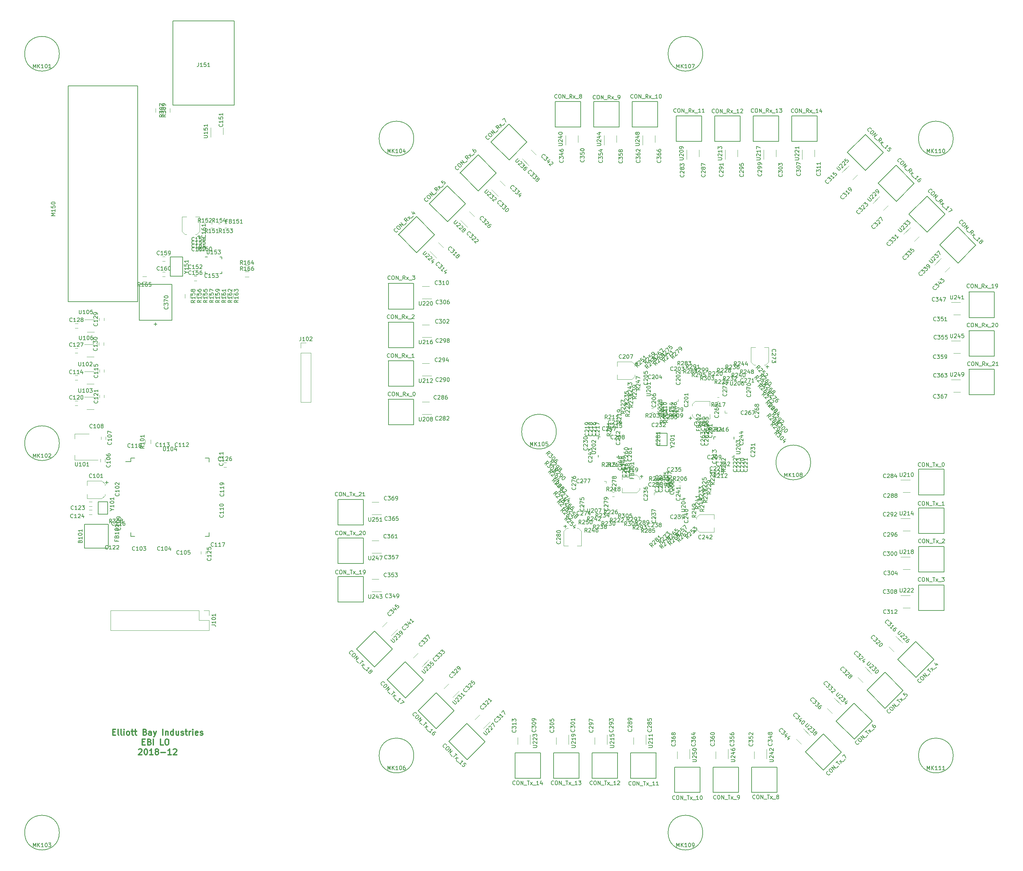
<source format=gto>
G04 #@! TF.GenerationSoftware,KiCad,Pcbnew,(5.0.1)-4*
G04 #@! TF.CreationDate,2018-12-21T14:08:06-08:00*
G04 #@! TF.ProjectId,EllBayInd-LocOsc,456C6C426179496E642D4C6F634F7363,rev?*
G04 #@! TF.SameCoordinates,Original*
G04 #@! TF.FileFunction,Legend,Top*
G04 #@! TF.FilePolarity,Positive*
%FSLAX46Y46*%
G04 Gerber Fmt 4.6, Leading zero omitted, Abs format (unit mm)*
G04 Created by KiCad (PCBNEW (5.0.1)-4) date 12/21/2018 2:08:06 PM*
%MOMM*%
%LPD*%
G01*
G04 APERTURE LIST*
%ADD10C,0.300000*%
%ADD11C,0.150000*%
%ADD12C,0.120000*%
G04 APERTURE END LIST*
D10*
X46380942Y-203905857D02*
X46880942Y-203905857D01*
X47095228Y-204691571D02*
X46380942Y-204691571D01*
X46380942Y-203191571D01*
X47095228Y-203191571D01*
X47952371Y-204691571D02*
X47809514Y-204620142D01*
X47738085Y-204477285D01*
X47738085Y-203191571D01*
X48738085Y-204691571D02*
X48595228Y-204620142D01*
X48523800Y-204477285D01*
X48523800Y-203191571D01*
X49309514Y-204691571D02*
X49309514Y-203691571D01*
X49309514Y-203191571D02*
X49238085Y-203263000D01*
X49309514Y-203334428D01*
X49380942Y-203263000D01*
X49309514Y-203191571D01*
X49309514Y-203334428D01*
X50238085Y-204691571D02*
X50095228Y-204620142D01*
X50023800Y-204548714D01*
X49952371Y-204405857D01*
X49952371Y-203977285D01*
X50023800Y-203834428D01*
X50095228Y-203763000D01*
X50238085Y-203691571D01*
X50452371Y-203691571D01*
X50595228Y-203763000D01*
X50666657Y-203834428D01*
X50738085Y-203977285D01*
X50738085Y-204405857D01*
X50666657Y-204548714D01*
X50595228Y-204620142D01*
X50452371Y-204691571D01*
X50238085Y-204691571D01*
X51166657Y-203691571D02*
X51738085Y-203691571D01*
X51380942Y-203191571D02*
X51380942Y-204477285D01*
X51452371Y-204620142D01*
X51595228Y-204691571D01*
X51738085Y-204691571D01*
X52023800Y-203691571D02*
X52595228Y-203691571D01*
X52238085Y-203191571D02*
X52238085Y-204477285D01*
X52309514Y-204620142D01*
X52452371Y-204691571D01*
X52595228Y-204691571D01*
X54738085Y-203905857D02*
X54952371Y-203977285D01*
X55023800Y-204048714D01*
X55095228Y-204191571D01*
X55095228Y-204405857D01*
X55023800Y-204548714D01*
X54952371Y-204620142D01*
X54809514Y-204691571D01*
X54238085Y-204691571D01*
X54238085Y-203191571D01*
X54738085Y-203191571D01*
X54880942Y-203263000D01*
X54952371Y-203334428D01*
X55023800Y-203477285D01*
X55023800Y-203620142D01*
X54952371Y-203763000D01*
X54880942Y-203834428D01*
X54738085Y-203905857D01*
X54238085Y-203905857D01*
X56380942Y-204691571D02*
X56380942Y-203905857D01*
X56309514Y-203763000D01*
X56166657Y-203691571D01*
X55880942Y-203691571D01*
X55738085Y-203763000D01*
X56380942Y-204620142D02*
X56238085Y-204691571D01*
X55880942Y-204691571D01*
X55738085Y-204620142D01*
X55666657Y-204477285D01*
X55666657Y-204334428D01*
X55738085Y-204191571D01*
X55880942Y-204120142D01*
X56238085Y-204120142D01*
X56380942Y-204048714D01*
X56952371Y-203691571D02*
X57309514Y-204691571D01*
X57666657Y-203691571D02*
X57309514Y-204691571D01*
X57166657Y-205048714D01*
X57095228Y-205120142D01*
X56952371Y-205191571D01*
X59380942Y-204691571D02*
X59380942Y-203191571D01*
X60095228Y-203691571D02*
X60095228Y-204691571D01*
X60095228Y-203834428D02*
X60166657Y-203763000D01*
X60309514Y-203691571D01*
X60523800Y-203691571D01*
X60666657Y-203763000D01*
X60738085Y-203905857D01*
X60738085Y-204691571D01*
X62095228Y-204691571D02*
X62095228Y-203191571D01*
X62095228Y-204620142D02*
X61952371Y-204691571D01*
X61666657Y-204691571D01*
X61523800Y-204620142D01*
X61452371Y-204548714D01*
X61380942Y-204405857D01*
X61380942Y-203977285D01*
X61452371Y-203834428D01*
X61523800Y-203763000D01*
X61666657Y-203691571D01*
X61952371Y-203691571D01*
X62095228Y-203763000D01*
X63452371Y-203691571D02*
X63452371Y-204691571D01*
X62809514Y-203691571D02*
X62809514Y-204477285D01*
X62880942Y-204620142D01*
X63023800Y-204691571D01*
X63238085Y-204691571D01*
X63380942Y-204620142D01*
X63452371Y-204548714D01*
X64095228Y-204620142D02*
X64238085Y-204691571D01*
X64523799Y-204691571D01*
X64666657Y-204620142D01*
X64738085Y-204477285D01*
X64738085Y-204405857D01*
X64666657Y-204263000D01*
X64523799Y-204191571D01*
X64309514Y-204191571D01*
X64166657Y-204120142D01*
X64095228Y-203977285D01*
X64095228Y-203905857D01*
X64166657Y-203763000D01*
X64309514Y-203691571D01*
X64523799Y-203691571D01*
X64666657Y-203763000D01*
X65166657Y-203691571D02*
X65738085Y-203691571D01*
X65380942Y-203191571D02*
X65380942Y-204477285D01*
X65452371Y-204620142D01*
X65595228Y-204691571D01*
X65738085Y-204691571D01*
X66238085Y-204691571D02*
X66238085Y-203691571D01*
X66238085Y-203977285D02*
X66309514Y-203834428D01*
X66380942Y-203763000D01*
X66523799Y-203691571D01*
X66666657Y-203691571D01*
X67166657Y-204691571D02*
X67166657Y-203691571D01*
X67166657Y-203191571D02*
X67095228Y-203263000D01*
X67166657Y-203334428D01*
X67238085Y-203263000D01*
X67166657Y-203191571D01*
X67166657Y-203334428D01*
X68452371Y-204620142D02*
X68309514Y-204691571D01*
X68023800Y-204691571D01*
X67880942Y-204620142D01*
X67809514Y-204477285D01*
X67809514Y-203905857D01*
X67880942Y-203763000D01*
X68023800Y-203691571D01*
X68309514Y-203691571D01*
X68452371Y-203763000D01*
X68523800Y-203905857D01*
X68523800Y-204048714D01*
X67809514Y-204191571D01*
X69095228Y-204620142D02*
X69238085Y-204691571D01*
X69523800Y-204691571D01*
X69666657Y-204620142D01*
X69738085Y-204477285D01*
X69738085Y-204405857D01*
X69666657Y-204263000D01*
X69523800Y-204191571D01*
X69309514Y-204191571D01*
X69166657Y-204120142D01*
X69095228Y-203977285D01*
X69095228Y-203905857D01*
X69166657Y-203763000D01*
X69309514Y-203691571D01*
X69523800Y-203691571D01*
X69666657Y-203763000D01*
X54059514Y-206455857D02*
X54559514Y-206455857D01*
X54773800Y-207241571D02*
X54059514Y-207241571D01*
X54059514Y-205741571D01*
X54773800Y-205741571D01*
X55916657Y-206455857D02*
X56130942Y-206527285D01*
X56202371Y-206598714D01*
X56273800Y-206741571D01*
X56273800Y-206955857D01*
X56202371Y-207098714D01*
X56130942Y-207170142D01*
X55988085Y-207241571D01*
X55416657Y-207241571D01*
X55416657Y-205741571D01*
X55916657Y-205741571D01*
X56059514Y-205813000D01*
X56130942Y-205884428D01*
X56202371Y-206027285D01*
X56202371Y-206170142D01*
X56130942Y-206313000D01*
X56059514Y-206384428D01*
X55916657Y-206455857D01*
X55416657Y-206455857D01*
X56916657Y-207241571D02*
X56916657Y-205741571D01*
X59488085Y-207241571D02*
X58773800Y-207241571D01*
X58773800Y-205741571D01*
X60273800Y-205741571D02*
X60559514Y-205741571D01*
X60702371Y-205813000D01*
X60845228Y-205955857D01*
X60916657Y-206241571D01*
X60916657Y-206741571D01*
X60845228Y-207027285D01*
X60702371Y-207170142D01*
X60559514Y-207241571D01*
X60273800Y-207241571D01*
X60130942Y-207170142D01*
X59988085Y-207027285D01*
X59916657Y-206741571D01*
X59916657Y-206241571D01*
X59988085Y-205955857D01*
X60130942Y-205813000D01*
X60273800Y-205741571D01*
X53095228Y-208434428D02*
X53166657Y-208363000D01*
X53309514Y-208291571D01*
X53666657Y-208291571D01*
X53809514Y-208363000D01*
X53880942Y-208434428D01*
X53952371Y-208577285D01*
X53952371Y-208720142D01*
X53880942Y-208934428D01*
X53023800Y-209791571D01*
X53952371Y-209791571D01*
X54880942Y-208291571D02*
X55023800Y-208291571D01*
X55166657Y-208363000D01*
X55238085Y-208434428D01*
X55309514Y-208577285D01*
X55380942Y-208863000D01*
X55380942Y-209220142D01*
X55309514Y-209505857D01*
X55238085Y-209648714D01*
X55166657Y-209720142D01*
X55023800Y-209791571D01*
X54880942Y-209791571D01*
X54738085Y-209720142D01*
X54666657Y-209648714D01*
X54595228Y-209505857D01*
X54523800Y-209220142D01*
X54523800Y-208863000D01*
X54595228Y-208577285D01*
X54666657Y-208434428D01*
X54738085Y-208363000D01*
X54880942Y-208291571D01*
X56809514Y-209791571D02*
X55952371Y-209791571D01*
X56380942Y-209791571D02*
X56380942Y-208291571D01*
X56238085Y-208505857D01*
X56095228Y-208648714D01*
X55952371Y-208720142D01*
X57666657Y-208934428D02*
X57523800Y-208863000D01*
X57452371Y-208791571D01*
X57380942Y-208648714D01*
X57380942Y-208577285D01*
X57452371Y-208434428D01*
X57523800Y-208363000D01*
X57666657Y-208291571D01*
X57952371Y-208291571D01*
X58095228Y-208363000D01*
X58166657Y-208434428D01*
X58238085Y-208577285D01*
X58238085Y-208648714D01*
X58166657Y-208791571D01*
X58095228Y-208863000D01*
X57952371Y-208934428D01*
X57666657Y-208934428D01*
X57523800Y-209005857D01*
X57452371Y-209077285D01*
X57380942Y-209220142D01*
X57380942Y-209505857D01*
X57452371Y-209648714D01*
X57523800Y-209720142D01*
X57666657Y-209791571D01*
X57952371Y-209791571D01*
X58095228Y-209720142D01*
X58166657Y-209648714D01*
X58238085Y-209505857D01*
X58238085Y-209220142D01*
X58166657Y-209077285D01*
X58095228Y-209005857D01*
X57952371Y-208934428D01*
X58880942Y-209220142D02*
X60023800Y-209220142D01*
X61523800Y-209791571D02*
X60666657Y-209791571D01*
X61095228Y-209791571D02*
X61095228Y-208291571D01*
X60952371Y-208505857D01*
X60809514Y-208648714D01*
X60666657Y-208720142D01*
X62095228Y-208434428D02*
X62166657Y-208363000D01*
X62309514Y-208291571D01*
X62666657Y-208291571D01*
X62809514Y-208363000D01*
X62880942Y-208434428D01*
X62952371Y-208577285D01*
X62952371Y-208720142D01*
X62880942Y-208934428D01*
X62023800Y-209791571D01*
X62952371Y-209791571D01*
D11*
G04 #@! TO.C,U202*
X172375000Y-127375000D02*
X172375000Y-127900000D01*
X177625000Y-127375000D02*
X177625000Y-127900000D01*
X177625000Y-132625000D02*
X177625000Y-132100000D01*
X172375000Y-132625000D02*
X172375000Y-132100000D01*
X177625000Y-127375000D02*
X177100000Y-127375000D01*
X177625000Y-132625000D02*
X177100000Y-132625000D01*
X172375000Y-127375000D02*
X172900000Y-127375000D01*
G04 #@! TO.C,U203*
X207625000Y-132625000D02*
X207625000Y-132100000D01*
X202375000Y-132625000D02*
X202375000Y-132100000D01*
X202375000Y-127375000D02*
X202375000Y-127900000D01*
X207625000Y-127375000D02*
X207625000Y-127900000D01*
X202375000Y-132625000D02*
X202900000Y-132625000D01*
X202375000Y-127375000D02*
X202900000Y-127375000D01*
X207625000Y-132625000D02*
X207100000Y-132625000D01*
D12*
G04 #@! TO.C,U206*
X205265000Y-120590000D02*
X205265000Y-121135000D01*
X205265000Y-121135000D02*
X205810000Y-121135000D01*
X211535000Y-120590000D02*
X211535000Y-121135000D01*
X211535000Y-121135000D02*
X210990000Y-121135000D01*
X211535000Y-115410000D02*
X211535000Y-114865000D01*
X211535000Y-114865000D02*
X210990000Y-114865000D01*
X205265000Y-114865000D02*
X205810000Y-114865000D01*
G04 #@! TO.C,U201*
X192590000Y-118135000D02*
X193135000Y-118135000D01*
X193135000Y-118135000D02*
X193135000Y-117590000D01*
X192590000Y-111865000D02*
X193135000Y-111865000D01*
X193135000Y-111865000D02*
X193135000Y-112410000D01*
X187410000Y-111865000D02*
X186865000Y-111865000D01*
X186865000Y-111865000D02*
X186865000Y-112410000D01*
X186865000Y-118135000D02*
X186865000Y-117590000D01*
G04 #@! TO.C,U204*
X187410000Y-141865000D02*
X186865000Y-141865000D01*
X186865000Y-141865000D02*
X186865000Y-142410000D01*
X187410000Y-148135000D02*
X186865000Y-148135000D01*
X186865000Y-148135000D02*
X186865000Y-147590000D01*
X192590000Y-148135000D02*
X193135000Y-148135000D01*
X193135000Y-148135000D02*
X193135000Y-147590000D01*
X193135000Y-141865000D02*
X193135000Y-142410000D01*
G04 #@! TO.C,U207*
X174435000Y-139410000D02*
X174435000Y-138865000D01*
X174435000Y-138865000D02*
X173890000Y-138865000D01*
X168165000Y-139410000D02*
X168165000Y-138865000D01*
X168165000Y-138865000D02*
X168710000Y-138865000D01*
X168165000Y-144590000D02*
X168165000Y-145135000D01*
X168165000Y-145135000D02*
X168710000Y-145135000D01*
X174435000Y-145135000D02*
X173890000Y-145135000D01*
D11*
G04 #@! TO.C,U153*
X74700000Y-80700000D02*
X74175000Y-80700000D01*
X74700000Y-85000000D02*
X74175000Y-85000000D01*
X70400000Y-85000000D02*
X70925000Y-85000000D01*
X70400000Y-80700000D02*
X70925000Y-80700000D01*
X74700000Y-85000000D02*
X74700000Y-84475000D01*
X70400000Y-85000000D02*
X70400000Y-84475000D01*
X74700000Y-80700000D02*
X74700000Y-81225000D01*
G04 #@! TO.C,J151*
X62009100Y-19498600D02*
X62009100Y-41338600D01*
X77889100Y-41338600D02*
X62009100Y-41338600D01*
X77889100Y-19498600D02*
X77889100Y-41338600D01*
X62009100Y-19498600D02*
X77889100Y-19498600D01*
D12*
G04 #@! TO.C,C161*
X64387466Y-70305808D02*
X65557466Y-70305808D01*
X68957466Y-70305808D02*
X67787466Y-70305808D01*
X68197466Y-74885808D02*
X67787466Y-74885808D01*
X65147466Y-74885808D02*
X65557466Y-74885808D01*
X64387466Y-74115808D02*
X64387466Y-70305808D01*
X64387466Y-74115808D02*
X65147466Y-74885808D01*
X68957466Y-74115808D02*
X68957466Y-70305808D01*
X68957466Y-74115808D02*
X68197466Y-74885808D01*
D11*
G04 #@! TO.C,M150*
X52800000Y-36300000D02*
X52800000Y-92300000D01*
X34800000Y-36300000D02*
X52800000Y-36300000D01*
X34800000Y-36300000D02*
X34800000Y-92300000D01*
X52800000Y-92300000D02*
X34800000Y-92300000D01*
G04 #@! TO.C,MK110*
X264500000Y-50000000D02*
G75*
G03X264500000Y-50000000I-4500000J0D01*
G01*
G04 #@! TO.C,MK101*
X32500000Y-28000000D02*
G75*
G03X32500000Y-28000000I-4500000J0D01*
G01*
G04 #@! TO.C,MK102*
X32500000Y-129000000D02*
G75*
G03X32500000Y-129000000I-4500000J0D01*
G01*
G04 #@! TO.C,MK103*
X32500000Y-230000000D02*
G75*
G03X32500000Y-230000000I-4500000J0D01*
G01*
G04 #@! TO.C,MK104*
X124500000Y-50000000D02*
G75*
G03X124500000Y-50000000I-4500000J0D01*
G01*
G04 #@! TO.C,MK105*
X161500000Y-126000000D02*
G75*
G03X161500000Y-126000000I-4500000J0D01*
G01*
G04 #@! TO.C,MK106*
X124500000Y-210000000D02*
G75*
G03X124500000Y-210000000I-4500000J0D01*
G01*
G04 #@! TO.C,MK107*
X199500000Y-28000000D02*
G75*
G03X199500000Y-28000000I-4500000J0D01*
G01*
G04 #@! TO.C,MK108*
X227500000Y-134000000D02*
G75*
G03X227500000Y-134000000I-4500000J0D01*
G01*
G04 #@! TO.C,MK109*
X199500000Y-230000000D02*
G75*
G03X199500000Y-230000000I-4500000J0D01*
G01*
G04 #@! TO.C,MK111*
X264500000Y-210000000D02*
G75*
G03X264500000Y-210000000I-4500000J0D01*
G01*
D12*
G04 #@! TO.C,J102*
X95160000Y-118340000D02*
X97820000Y-118340000D01*
X95160000Y-105580000D02*
X95160000Y-118340000D01*
X97820000Y-105580000D02*
X97820000Y-118340000D01*
X95160000Y-105580000D02*
X97820000Y-105580000D01*
X95160000Y-104310000D02*
X95160000Y-102980000D01*
X95160000Y-102980000D02*
X96490000Y-102980000D01*
G04 #@! TO.C,C120*
X37250000Y-119260000D02*
X36550000Y-119260000D01*
X36550000Y-118060000D02*
X37250000Y-118060000D01*
G04 #@! TO.C,C264*
X201380000Y-118120000D02*
X201380000Y-119290000D01*
X201380000Y-122690000D02*
X201380000Y-121520000D01*
X196800000Y-121930000D02*
X196800000Y-121520000D01*
X196800000Y-118880000D02*
X196800000Y-119290000D01*
X197570000Y-118120000D02*
X201380000Y-118120000D01*
X197570000Y-118120000D02*
X196800000Y-118880000D01*
X197570000Y-122690000D02*
X201380000Y-122690000D01*
X197570000Y-122690000D02*
X196800000Y-121930000D01*
G04 #@! TO.C,C207*
X177260000Y-112450000D02*
X177260000Y-111280000D01*
X177260000Y-107880000D02*
X177260000Y-109050000D01*
X181840000Y-108640000D02*
X181840000Y-109050000D01*
X181840000Y-111690000D02*
X181840000Y-111280000D01*
X181070000Y-112450000D02*
X177260000Y-112450000D01*
X181070000Y-112450000D02*
X181840000Y-111690000D01*
X181070000Y-107880000D02*
X177260000Y-107880000D01*
X181070000Y-107880000D02*
X181840000Y-108640000D01*
D11*
G04 #@! TO.C,B101*
X39000000Y-150000000D02*
X39000000Y-156200000D01*
X45200000Y-150000000D02*
X39000000Y-150000000D01*
X45200000Y-156200000D02*
X45200000Y-150000000D01*
X39000000Y-156200000D02*
X45200000Y-156200000D01*
D12*
G04 #@! TO.C,C101*
X39750000Y-143380000D02*
X39750000Y-142210000D01*
X39750000Y-138810000D02*
X39750000Y-139980000D01*
X44330000Y-139570000D02*
X44330000Y-139980000D01*
X44330000Y-142620000D02*
X44330000Y-142210000D01*
X43560000Y-143380000D02*
X39750000Y-143380000D01*
X43560000Y-143380000D02*
X44330000Y-142620000D01*
X43560000Y-138810000D02*
X39750000Y-138810000D01*
X43560000Y-138810000D02*
X44330000Y-139570000D01*
G04 #@! TO.C,C106*
X43161481Y-133825479D02*
X43161481Y-133125479D01*
X44361481Y-133125479D02*
X44361481Y-133825479D01*
G04 #@! TO.C,C107*
X44561481Y-127325479D02*
X44561481Y-128025479D01*
X43361481Y-128025479D02*
X43361481Y-127325479D01*
G04 #@! TO.C,C114*
X37240000Y-112640000D02*
X36540000Y-112640000D01*
X36540000Y-111440000D02*
X37240000Y-111440000D01*
G04 #@! TO.C,C115*
X44150000Y-109910000D02*
X44150000Y-110610000D01*
X42950000Y-110610000D02*
X42950000Y-109910000D01*
G04 #@! TO.C,C121*
X44150000Y-116510000D02*
X44150000Y-117210000D01*
X42950000Y-117210000D02*
X42950000Y-116510000D01*
G04 #@! TO.C,C123*
X40250000Y-144200000D02*
X40950000Y-144200000D01*
X40950000Y-145400000D02*
X40250000Y-145400000D01*
G04 #@! TO.C,C124*
X40250000Y-146300000D02*
X40950000Y-146300000D01*
X40950000Y-147500000D02*
X40250000Y-147500000D01*
G04 #@! TO.C,C125*
X69300000Y-157750000D02*
X69300000Y-157050000D01*
X70500000Y-157050000D02*
X70500000Y-157750000D01*
G04 #@! TO.C,C126*
X75850000Y-135200000D02*
X75150000Y-135200000D01*
X75150000Y-134000000D02*
X75850000Y-134000000D01*
G04 #@! TO.C,C152*
X68150000Y-85400000D02*
X67450000Y-85400000D01*
X67450000Y-84200000D02*
X68150000Y-84200000D01*
G04 #@! TO.C,C156*
X68150000Y-86900000D02*
X67450000Y-86900000D01*
X67450000Y-85700000D02*
X68150000Y-85700000D01*
G04 #@! TO.C,C159*
X59950000Y-81800000D02*
X59250000Y-81800000D01*
X59250000Y-80600000D02*
X59950000Y-80600000D01*
G04 #@! TO.C,C160*
X59950000Y-85800000D02*
X59250000Y-85800000D01*
X59250000Y-84600000D02*
X59950000Y-84600000D01*
G04 #@! TO.C,C242*
X202465000Y-147525000D02*
X202465000Y-148695000D01*
X202465000Y-152095000D02*
X202465000Y-150925000D01*
X197885000Y-151335000D02*
X197885000Y-150925000D01*
X197885000Y-148285000D02*
X197885000Y-148695000D01*
X198655000Y-147525000D02*
X202465000Y-147525000D01*
X198655000Y-147525000D02*
X197885000Y-148285000D01*
X198655000Y-152095000D02*
X202465000Y-152095000D01*
X198655000Y-152095000D02*
X197885000Y-151335000D01*
G04 #@! TO.C,C259*
X178570000Y-141820000D02*
X178570000Y-140650000D01*
X178570000Y-137250000D02*
X178570000Y-138420000D01*
X183150000Y-138010000D02*
X183150000Y-138420000D01*
X183150000Y-141060000D02*
X183150000Y-140650000D01*
X182380000Y-141820000D02*
X178570000Y-141820000D01*
X182380000Y-141820000D02*
X183150000Y-141060000D01*
X182380000Y-137250000D02*
X178570000Y-137250000D01*
X182380000Y-137250000D02*
X183150000Y-138010000D01*
G04 #@! TO.C,C273*
X212040000Y-104110000D02*
X213210000Y-104110000D01*
X216610000Y-104110000D02*
X215440000Y-104110000D01*
X215850000Y-108690000D02*
X215440000Y-108690000D01*
X212800000Y-108690000D02*
X213210000Y-108690000D01*
X212040000Y-107920000D02*
X212040000Y-104110000D01*
X212040000Y-107920000D02*
X212800000Y-108690000D01*
X216610000Y-107920000D02*
X216610000Y-104110000D01*
X216610000Y-107920000D02*
X215850000Y-108690000D01*
G04 #@! TO.C,C280*
X168010000Y-155640000D02*
X166840000Y-155640000D01*
X163440000Y-155640000D02*
X164610000Y-155640000D01*
X164200000Y-151060000D02*
X164610000Y-151060000D01*
X167250000Y-151060000D02*
X166840000Y-151060000D01*
X168010000Y-151830000D02*
X168010000Y-155640000D01*
X168010000Y-151830000D02*
X167250000Y-151060000D01*
X163440000Y-151830000D02*
X163440000Y-155640000D01*
X163440000Y-151830000D02*
X164200000Y-151060000D01*
D11*
G04 #@! TO.C,CON_Rx_0*
X124490000Y-117590000D02*
X117890000Y-117590000D01*
X124490000Y-124230000D02*
X124490000Y-117590000D01*
X117910000Y-124230000D02*
X124490000Y-124230000D01*
X117910000Y-117580000D02*
X117910000Y-124230000D01*
G04 #@! TO.C,CON_Rx_1*
X124490000Y-107590000D02*
X117890000Y-107590000D01*
X124490000Y-114230000D02*
X124490000Y-107590000D01*
X117910000Y-114230000D02*
X124490000Y-114230000D01*
X117910000Y-107580000D02*
X117910000Y-114230000D01*
G04 #@! TO.C,CON_Rx_2*
X124490000Y-97590000D02*
X117890000Y-97590000D01*
X124490000Y-104230000D02*
X124490000Y-97590000D01*
X117910000Y-104230000D02*
X124490000Y-104230000D01*
X117910000Y-97580000D02*
X117910000Y-104230000D01*
G04 #@! TO.C,CON_Rx_3*
X124490000Y-87590000D02*
X117890000Y-87590000D01*
X124490000Y-94230000D02*
X124490000Y-87590000D01*
X117910000Y-94230000D02*
X124490000Y-94230000D01*
X117910000Y-87580000D02*
X117910000Y-94230000D01*
G04 #@! TO.C,CON_Rx_4*
X125185858Y-70233095D02*
X120518953Y-74900000D01*
X129881047Y-74928284D02*
X125185858Y-70233095D01*
X125228284Y-79581047D02*
X129881047Y-74928284D01*
X120526024Y-74878787D02*
X125228284Y-79581047D01*
G04 #@! TO.C,CON_Rx_5*
X133185858Y-62233095D02*
X128518953Y-66900000D01*
X137881047Y-66928284D02*
X133185858Y-62233095D01*
X133228284Y-71581047D02*
X137881047Y-66928284D01*
X128526024Y-66878787D02*
X133228284Y-71581047D01*
G04 #@! TO.C,CON_Rx_6*
X141185858Y-54233095D02*
X136518953Y-58900000D01*
X145881047Y-58928284D02*
X141185858Y-54233095D01*
X141228284Y-63581047D02*
X145881047Y-58928284D01*
X136526024Y-58878787D02*
X141228284Y-63581047D01*
G04 #@! TO.C,CON_Rx_7*
X149185858Y-46233095D02*
X144518953Y-50900000D01*
X153881047Y-50928284D02*
X149185858Y-46233095D01*
X149228284Y-55581047D02*
X153881047Y-50928284D01*
X144526024Y-50878787D02*
X149228284Y-55581047D01*
G04 #@! TO.C,CON_Rx_8*
X161190000Y-40410000D02*
X161190000Y-47010000D01*
X167830000Y-40410000D02*
X161190000Y-40410000D01*
X167830000Y-46990000D02*
X167830000Y-40410000D01*
X161180000Y-46990000D02*
X167830000Y-46990000D01*
G04 #@! TO.C,CON_Rx_9*
X171190000Y-40410000D02*
X171190000Y-47010000D01*
X177830000Y-40410000D02*
X171190000Y-40410000D01*
X177830000Y-46990000D02*
X177830000Y-40410000D01*
X171180000Y-46990000D02*
X177830000Y-46990000D01*
G04 #@! TO.C,CON_Rx_10*
X181190000Y-40410000D02*
X181190000Y-47010000D01*
X187830000Y-40410000D02*
X181190000Y-40410000D01*
X187830000Y-46990000D02*
X187830000Y-40410000D01*
X181180000Y-46990000D02*
X187830000Y-46990000D01*
G04 #@! TO.C,CON_Rx_11*
X192590000Y-44110000D02*
X192590000Y-50710000D01*
X199230000Y-44110000D02*
X192590000Y-44110000D01*
X199230000Y-50690000D02*
X199230000Y-44110000D01*
X192580000Y-50690000D02*
X199230000Y-50690000D01*
G04 #@! TO.C,CON_Rx_12*
X202590000Y-44110000D02*
X202590000Y-50710000D01*
X209230000Y-44110000D02*
X202590000Y-44110000D01*
X209230000Y-50690000D02*
X209230000Y-44110000D01*
X202580000Y-50690000D02*
X209230000Y-50690000D01*
G04 #@! TO.C,CON_Rx_13*
X212590000Y-44110000D02*
X212590000Y-50710000D01*
X219230000Y-44110000D02*
X212590000Y-44110000D01*
X219230000Y-50690000D02*
X219230000Y-44110000D01*
X212580000Y-50690000D02*
X219230000Y-50690000D01*
G04 #@! TO.C,CON_Rx_14*
X222590000Y-44110000D02*
X222590000Y-50710000D01*
X229230000Y-44110000D02*
X222590000Y-44110000D01*
X229230000Y-50690000D02*
X229230000Y-44110000D01*
X222580000Y-50690000D02*
X229230000Y-50690000D01*
G04 #@! TO.C,CON_Rx_15*
X241685858Y-48933095D02*
X237018953Y-53600000D01*
X246381047Y-53628284D02*
X241685858Y-48933095D01*
X241728284Y-58281047D02*
X246381047Y-53628284D01*
X237026024Y-53578787D02*
X241728284Y-58281047D01*
G04 #@! TO.C,CON_Rx_16*
X249685858Y-56933095D02*
X245018953Y-61600000D01*
X254381047Y-61628284D02*
X249685858Y-56933095D01*
X249728284Y-66281047D02*
X254381047Y-61628284D01*
X245026024Y-61578787D02*
X249728284Y-66281047D01*
G04 #@! TO.C,CON_Rx_17*
X257685858Y-64933095D02*
X253018953Y-69600000D01*
X262381047Y-69628284D02*
X257685858Y-64933095D01*
X257728284Y-74281047D02*
X262381047Y-69628284D01*
X253026024Y-69578787D02*
X257728284Y-74281047D01*
G04 #@! TO.C,CON_Rx_18*
X265685858Y-72933095D02*
X261018953Y-77600000D01*
X270381047Y-77628284D02*
X265685858Y-72933095D01*
X265728284Y-82281047D02*
X270381047Y-77628284D01*
X261026024Y-77578787D02*
X265728284Y-82281047D01*
G04 #@! TO.C,CON_Rx_19*
X275190000Y-89790000D02*
X268590000Y-89790000D01*
X275190000Y-96430000D02*
X275190000Y-89790000D01*
X268610000Y-96430000D02*
X275190000Y-96430000D01*
X268610000Y-89780000D02*
X268610000Y-96430000D01*
G04 #@! TO.C,CON_Rx_20*
X275190000Y-99790000D02*
X268590000Y-99790000D01*
X275190000Y-106430000D02*
X275190000Y-99790000D01*
X268610000Y-106430000D02*
X275190000Y-106430000D01*
X268610000Y-99780000D02*
X268610000Y-106430000D01*
G04 #@! TO.C,CON_Rx_21*
X275190000Y-109790000D02*
X268590000Y-109790000D01*
X275190000Y-116430000D02*
X275190000Y-109790000D01*
X268610000Y-116430000D02*
X275190000Y-116430000D01*
X268610000Y-109780000D02*
X268610000Y-116430000D01*
G04 #@! TO.C,CON_Tx_0*
X255510000Y-142410000D02*
X262110000Y-142410000D01*
X255510000Y-135770000D02*
X255510000Y-142410000D01*
X262090000Y-135770000D02*
X255510000Y-135770000D01*
X262090000Y-142420000D02*
X262090000Y-135770000D01*
G04 #@! TO.C,CON_Tx_1*
X255510000Y-152410000D02*
X262110000Y-152410000D01*
X255510000Y-145770000D02*
X255510000Y-152410000D01*
X262090000Y-145770000D02*
X255510000Y-145770000D01*
X262090000Y-152420000D02*
X262090000Y-145770000D01*
G04 #@! TO.C,CON_Tx_2*
X255510000Y-162410000D02*
X262110000Y-162410000D01*
X255510000Y-155770000D02*
X255510000Y-162410000D01*
X262090000Y-155770000D02*
X255510000Y-155770000D01*
X262090000Y-162420000D02*
X262090000Y-155770000D01*
G04 #@! TO.C,CON_Tx_3*
X255510000Y-172410000D02*
X262110000Y-172410000D01*
X255510000Y-165770000D02*
X255510000Y-172410000D01*
X262090000Y-165770000D02*
X255510000Y-165770000D01*
X262090000Y-172420000D02*
X262090000Y-165770000D01*
G04 #@! TO.C,CON_Tx_4*
X254814142Y-189766905D02*
X259481047Y-185100000D01*
X250118953Y-185071716D02*
X254814142Y-189766905D01*
X254771716Y-180418953D02*
X250118953Y-185071716D01*
X259473976Y-185121213D02*
X254771716Y-180418953D01*
G04 #@! TO.C,CON_Tx_5*
X246814142Y-197766905D02*
X251481047Y-193100000D01*
X242118953Y-193071716D02*
X246814142Y-197766905D01*
X246771716Y-188418953D02*
X242118953Y-193071716D01*
X251473976Y-193121213D02*
X246771716Y-188418953D01*
G04 #@! TO.C,CON_Tx_6*
X238814142Y-205766905D02*
X243481047Y-201100000D01*
X234118953Y-201071716D02*
X238814142Y-205766905D01*
X238771716Y-196418953D02*
X234118953Y-201071716D01*
X243473976Y-201121213D02*
X238771716Y-196418953D01*
G04 #@! TO.C,CON_Tx_7*
X230814142Y-213766905D02*
X235481047Y-209100000D01*
X226118953Y-209071716D02*
X230814142Y-213766905D01*
X230771716Y-204418953D02*
X226118953Y-209071716D01*
X235473976Y-209121213D02*
X230771716Y-204418953D01*
G04 #@! TO.C,CON_Tx_8*
X218810000Y-219590000D02*
X218810000Y-212990000D01*
X212170000Y-219590000D02*
X218810000Y-219590000D01*
X212170000Y-213010000D02*
X212170000Y-219590000D01*
X218820000Y-213010000D02*
X212170000Y-213010000D01*
G04 #@! TO.C,CON_Tx_9*
X208810000Y-219590000D02*
X208810000Y-212990000D01*
X202170000Y-219590000D02*
X208810000Y-219590000D01*
X202170000Y-213010000D02*
X202170000Y-219590000D01*
X208820000Y-213010000D02*
X202170000Y-213010000D01*
G04 #@! TO.C,CON_Tx_10*
X198810000Y-219590000D02*
X198810000Y-212990000D01*
X192170000Y-219590000D02*
X198810000Y-219590000D01*
X192170000Y-213010000D02*
X192170000Y-219590000D01*
X198820000Y-213010000D02*
X192170000Y-213010000D01*
G04 #@! TO.C,CON_Tx_11*
X187410000Y-215890000D02*
X187410000Y-209290000D01*
X180770000Y-215890000D02*
X187410000Y-215890000D01*
X180770000Y-209310000D02*
X180770000Y-215890000D01*
X187420000Y-209310000D02*
X180770000Y-209310000D01*
G04 #@! TO.C,CON_Tx_12*
X177410000Y-215890000D02*
X177410000Y-209290000D01*
X170770000Y-215890000D02*
X177410000Y-215890000D01*
X170770000Y-209310000D02*
X170770000Y-215890000D01*
X177420000Y-209310000D02*
X170770000Y-209310000D01*
G04 #@! TO.C,CON_Tx_13*
X167410000Y-215890000D02*
X167410000Y-209290000D01*
X160770000Y-215890000D02*
X167410000Y-215890000D01*
X160770000Y-209310000D02*
X160770000Y-215890000D01*
X167420000Y-209310000D02*
X160770000Y-209310000D01*
G04 #@! TO.C,CON_Tx_14*
X157410000Y-215890000D02*
X157410000Y-209290000D01*
X150770000Y-215890000D02*
X157410000Y-215890000D01*
X150770000Y-209310000D02*
X150770000Y-215890000D01*
X157420000Y-209310000D02*
X150770000Y-209310000D01*
G04 #@! TO.C,CON_Tx_15*
X138314142Y-211066905D02*
X142981047Y-206400000D01*
X133618953Y-206371716D02*
X138314142Y-211066905D01*
X138271716Y-201718953D02*
X133618953Y-206371716D01*
X142973976Y-206421213D02*
X138271716Y-201718953D01*
G04 #@! TO.C,CON_Tx_16*
X130314142Y-203066905D02*
X134981047Y-198400000D01*
X125618953Y-198371716D02*
X130314142Y-203066905D01*
X130271716Y-193718953D02*
X125618953Y-198371716D01*
X134973976Y-198421213D02*
X130271716Y-193718953D01*
G04 #@! TO.C,CON_Tx_17*
X122314142Y-195066905D02*
X126981047Y-190400000D01*
X117618953Y-190371716D02*
X122314142Y-195066905D01*
X122271716Y-185718953D02*
X117618953Y-190371716D01*
X126973976Y-190421213D02*
X122271716Y-185718953D01*
G04 #@! TO.C,CON_Tx_18*
X114314142Y-187066905D02*
X118981047Y-182400000D01*
X109618953Y-182371716D02*
X114314142Y-187066905D01*
X114271716Y-177718953D02*
X109618953Y-182371716D01*
X118973976Y-182421213D02*
X114271716Y-177718953D01*
G04 #@! TO.C,CON_Tx_19*
X104810000Y-170210000D02*
X111410000Y-170210000D01*
X104810000Y-163570000D02*
X104810000Y-170210000D01*
X111390000Y-163570000D02*
X104810000Y-163570000D01*
X111390000Y-170220000D02*
X111390000Y-163570000D01*
G04 #@! TO.C,CON_Tx_20*
X104810000Y-160210000D02*
X111410000Y-160210000D01*
X104810000Y-153570000D02*
X104810000Y-160210000D01*
X111390000Y-153570000D02*
X104810000Y-153570000D01*
X111390000Y-160220000D02*
X111390000Y-153570000D01*
G04 #@! TO.C,CON_Tx_21*
X104810000Y-150210000D02*
X111410000Y-150210000D01*
X104810000Y-143570000D02*
X104810000Y-150210000D01*
X111390000Y-143570000D02*
X104810000Y-143570000D01*
X111390000Y-150220000D02*
X111390000Y-143570000D01*
D12*
G04 #@! TO.C,J101*
X45830000Y-172370000D02*
X45830000Y-177570000D01*
X68750000Y-172370000D02*
X45830000Y-172370000D01*
X71350000Y-177570000D02*
X45830000Y-177570000D01*
X68750000Y-172370000D02*
X68750000Y-174970000D01*
X68750000Y-174970000D02*
X71350000Y-174970000D01*
X71350000Y-174970000D02*
X71350000Y-177570000D01*
X70020000Y-172370000D02*
X71350000Y-172370000D01*
X71350000Y-172370000D02*
X71350000Y-173700000D01*
G04 #@! TO.C,R101*
X56180000Y-128100000D02*
X56180000Y-129100000D01*
X54820000Y-129100000D02*
X54820000Y-128100000D01*
G04 #@! TO.C,R151*
X71794600Y-73120700D02*
X72294600Y-73120700D01*
X72294600Y-72060700D02*
X71794600Y-72060700D01*
G04 #@! TO.C,R152*
X70516600Y-72073400D02*
X70016600Y-72073400D01*
X70016600Y-73133400D02*
X70516600Y-73133400D01*
G04 #@! TO.C,R153*
X75477600Y-73120700D02*
X75977600Y-73120700D01*
X75977600Y-72060700D02*
X75477600Y-72060700D01*
G04 #@! TO.C,R154*
X74212300Y-72060700D02*
X73712300Y-72060700D01*
X73712300Y-73120700D02*
X74212300Y-73120700D01*
G04 #@! TO.C,R155*
X68320000Y-91300000D02*
X68320000Y-90300000D01*
X69680000Y-90300000D02*
X69680000Y-91300000D01*
G04 #@! TO.C,R156*
X66720000Y-91300000D02*
X66720000Y-90300000D01*
X68080000Y-90300000D02*
X68080000Y-91300000D01*
G04 #@! TO.C,R157*
X69920000Y-91300000D02*
X69920000Y-90300000D01*
X71280000Y-90300000D02*
X71280000Y-91300000D01*
G04 #@! TO.C,R158*
X65120000Y-91325000D02*
X65120000Y-90325000D01*
X66480000Y-90325000D02*
X66480000Y-91325000D01*
G04 #@! TO.C,R159*
X71520000Y-91300000D02*
X71520000Y-90300000D01*
X72880000Y-90300000D02*
X72880000Y-91300000D01*
G04 #@! TO.C,R161*
X73120000Y-91300000D02*
X73120000Y-90300000D01*
X74480000Y-90300000D02*
X74480000Y-91300000D01*
G04 #@! TO.C,R162*
X74720000Y-91300000D02*
X74720000Y-90300000D01*
X76080000Y-90300000D02*
X76080000Y-91300000D01*
G04 #@! TO.C,R163*
X76320000Y-91300000D02*
X76320000Y-90300000D01*
X77680000Y-90300000D02*
X77680000Y-91300000D01*
G04 #@! TO.C,R164*
X81700000Y-84280000D02*
X80700000Y-84280000D01*
X80700000Y-82920000D02*
X81700000Y-82920000D01*
G04 #@! TO.C,R165*
X54100000Y-85745000D02*
X55100000Y-85745000D01*
X55100000Y-87105000D02*
X54100000Y-87105000D01*
G04 #@! TO.C,R166*
X81700000Y-85880000D02*
X80700000Y-85880000D01*
X80700000Y-84520000D02*
X81700000Y-84520000D01*
G04 #@! TO.C,R203*
X186200000Y-121030000D02*
X186700000Y-121030000D01*
X186700000Y-119970000D02*
X186200000Y-119970000D01*
G04 #@! TO.C,R204*
X189155000Y-122175000D02*
X189155000Y-121675000D01*
X188095000Y-121675000D02*
X188095000Y-122175000D01*
G04 #@! TO.C,R205*
X190845000Y-137950000D02*
X190845000Y-138450000D01*
X191905000Y-138450000D02*
X191905000Y-137950000D01*
G04 #@! TO.C,R206*
X193825000Y-139020000D02*
X193325000Y-139020000D01*
X193325000Y-140080000D02*
X193825000Y-140080000D01*
G04 #@! TO.C,R207*
X190155000Y-138450000D02*
X190155000Y-137950000D01*
X189095000Y-137950000D02*
X189095000Y-138450000D01*
G04 #@! TO.C,R208*
X187650000Y-139045000D02*
X187150000Y-139045000D01*
X187150000Y-140105000D02*
X187650000Y-140105000D01*
G04 #@! TO.C,R209*
X192300000Y-121030000D02*
X192800000Y-121030000D01*
X192800000Y-119970000D02*
X192300000Y-119970000D01*
G04 #@! TO.C,R210*
X189845000Y-121675000D02*
X189845000Y-122175000D01*
X190905000Y-122175000D02*
X190905000Y-121675000D01*
G04 #@! TO.C,R217*
X203250000Y-118180000D02*
X203750000Y-118180000D01*
X203750000Y-117120000D02*
X203250000Y-117120000D01*
G04 #@! TO.C,R218*
X176550000Y-141770000D02*
X176050000Y-141770000D01*
X176050000Y-142830000D02*
X176550000Y-142830000D01*
G04 #@! TO.C,R307*
X61180000Y-42175000D02*
X61180000Y-43175000D01*
X59820000Y-43175000D02*
X59820000Y-42175000D01*
G04 #@! TO.C,R308*
X47700000Y-151380000D02*
X46700000Y-151380000D01*
X46700000Y-150020000D02*
X47700000Y-150020000D01*
G04 #@! TO.C,R309*
X57520000Y-43175000D02*
X57520000Y-42175000D01*
X58880000Y-42175000D02*
X58880000Y-43175000D01*
G04 #@! TO.C,U101*
X36488981Y-126565479D02*
X36488981Y-127825479D01*
X36488981Y-133385479D02*
X36488981Y-132125479D01*
X40248981Y-126565479D02*
X36488981Y-126565479D01*
X42498981Y-133385479D02*
X36488981Y-133385479D01*
G04 #@! TO.C,U102*
X39650000Y-113670000D02*
X41450000Y-113670000D01*
X41450000Y-110450000D02*
X39000000Y-110450000D01*
G04 #@! TO.C,U103*
X39650000Y-120270000D02*
X41450000Y-120270000D01*
X41450000Y-117050000D02*
X39000000Y-117050000D01*
D11*
G04 #@! TO.C,U104*
X51025000Y-132825000D02*
X51025000Y-133800000D01*
X71375000Y-132825000D02*
X71375000Y-133875000D01*
X71375000Y-153175000D02*
X71375000Y-152125000D01*
X51025000Y-153175000D02*
X51025000Y-152125000D01*
X51025000Y-132825000D02*
X52075000Y-132825000D01*
X51025000Y-153175000D02*
X52075000Y-153175000D01*
X71375000Y-153175000D02*
X70325000Y-153175000D01*
X71375000Y-132825000D02*
X70325000Y-132825000D01*
X51025000Y-133800000D02*
X49725000Y-133800000D01*
D12*
G04 #@! TO.C,U151*
X75046600Y-48953500D02*
X75046600Y-47153500D01*
X71826600Y-47153500D02*
X71826600Y-49603500D01*
G04 #@! TO.C,U208*
X126700000Y-121510000D02*
X129150000Y-121510000D01*
X128500000Y-118290000D02*
X126700000Y-118290000D01*
G04 #@! TO.C,U209*
X195290000Y-52900000D02*
X195290000Y-55350000D01*
X198510000Y-54700000D02*
X198510000Y-52900000D01*
G04 #@! TO.C,U210*
X253300000Y-138490000D02*
X250850000Y-138490000D01*
X251500000Y-141710000D02*
X253300000Y-141710000D01*
G04 #@! TO.C,U211*
X184710000Y-207100000D02*
X184710000Y-204650000D01*
X181490000Y-205300000D02*
X181490000Y-207100000D01*
G04 #@! TO.C,U212*
X126700000Y-111510000D02*
X129150000Y-111510000D01*
X128500000Y-108290000D02*
X126700000Y-108290000D01*
G04 #@! TO.C,U213*
X205290000Y-52900000D02*
X205290000Y-55350000D01*
X208510000Y-54700000D02*
X208510000Y-52900000D01*
G04 #@! TO.C,U214*
X253300000Y-148490000D02*
X250850000Y-148490000D01*
X251500000Y-151710000D02*
X253300000Y-151710000D01*
G04 #@! TO.C,U215*
X174710000Y-207100000D02*
X174710000Y-204650000D01*
X171490000Y-205300000D02*
X171490000Y-207100000D01*
G04 #@! TO.C,U216*
X126700000Y-101510000D02*
X129150000Y-101510000D01*
X128500000Y-98290000D02*
X126700000Y-98290000D01*
G04 #@! TO.C,U217*
X215290000Y-52900000D02*
X215290000Y-55350000D01*
X218510000Y-54700000D02*
X218510000Y-52900000D01*
G04 #@! TO.C,U218*
X253300000Y-158490000D02*
X250850000Y-158490000D01*
X251500000Y-161710000D02*
X253300000Y-161710000D01*
G04 #@! TO.C,U219*
X164710000Y-207100000D02*
X164710000Y-204650000D01*
X161490000Y-205300000D02*
X161490000Y-207100000D01*
G04 #@! TO.C,U220*
X126700000Y-91510000D02*
X129150000Y-91510000D01*
X128500000Y-88290000D02*
X126700000Y-88290000D01*
G04 #@! TO.C,U221*
X225290000Y-52900000D02*
X225290000Y-55350000D01*
X228510000Y-54700000D02*
X228510000Y-52900000D01*
G04 #@! TO.C,U222*
X253300000Y-168490000D02*
X250850000Y-168490000D01*
X251500000Y-171710000D02*
X253300000Y-171710000D01*
G04 #@! TO.C,U223*
X154710000Y-207100000D02*
X154710000Y-204650000D01*
X151490000Y-205300000D02*
X151490000Y-207100000D01*
G04 #@! TO.C,U224*
X128657752Y-79220422D02*
X130390164Y-80952833D01*
X132207428Y-78216330D02*
X130934636Y-76943538D01*
G04 #@! TO.C,U225*
X237379577Y-57057752D02*
X235647166Y-58790164D01*
X238383669Y-60607428D02*
X239656461Y-59334636D01*
G04 #@! TO.C,U226*
X251342248Y-180779578D02*
X249609836Y-179047167D01*
X247792572Y-181783670D02*
X249065364Y-183056462D01*
G04 #@! TO.C,U227*
X142620423Y-202942248D02*
X144352834Y-201209836D01*
X141616331Y-199392572D02*
X140343539Y-200665364D01*
G04 #@! TO.C,U228*
X136657752Y-71220422D02*
X138390164Y-72952833D01*
X140207428Y-70216330D02*
X138934636Y-68943538D01*
G04 #@! TO.C,U229*
X245379577Y-65057752D02*
X243647166Y-66790164D01*
X246383669Y-68607428D02*
X247656461Y-67334636D01*
G04 #@! TO.C,U230*
X243342248Y-188779578D02*
X241609836Y-187047167D01*
X239792572Y-189783670D02*
X241065364Y-191056462D01*
G04 #@! TO.C,U231*
X134620423Y-194942248D02*
X136352834Y-193209836D01*
X133616331Y-191392572D02*
X132343539Y-192665364D01*
G04 #@! TO.C,U232*
X144657752Y-63220422D02*
X146390164Y-64952833D01*
X148207428Y-62216330D02*
X146934636Y-60943538D01*
G04 #@! TO.C,U233*
X253379577Y-73057752D02*
X251647166Y-74790164D01*
X254383669Y-76607428D02*
X255656461Y-75334636D01*
G04 #@! TO.C,U234*
X235342248Y-196779578D02*
X233609836Y-195047167D01*
X231792572Y-197783670D02*
X233065364Y-199056462D01*
G04 #@! TO.C,U235*
X126620423Y-186942248D02*
X128352834Y-185209836D01*
X125616331Y-183392572D02*
X124343539Y-184665364D01*
G04 #@! TO.C,U236*
X152657752Y-55220422D02*
X154390164Y-56952833D01*
X156207428Y-54216330D02*
X154934636Y-52943538D01*
G04 #@! TO.C,U237*
X261379577Y-81057752D02*
X259647166Y-82790164D01*
X262383669Y-84607428D02*
X263656461Y-83334636D01*
G04 #@! TO.C,U238*
X227342248Y-204779578D02*
X225609836Y-203047167D01*
X223792572Y-205783670D02*
X225065364Y-207056462D01*
G04 #@! TO.C,U239*
X118620423Y-178942248D02*
X120352834Y-177209836D01*
X117616331Y-175392572D02*
X116343539Y-176665364D01*
G04 #@! TO.C,U240*
X163890000Y-49200000D02*
X163890000Y-51650000D01*
X167110000Y-51000000D02*
X167110000Y-49200000D01*
G04 #@! TO.C,U241*
X266400000Y-92490000D02*
X263950000Y-92490000D01*
X264600000Y-95710000D02*
X266400000Y-95710000D01*
G04 #@! TO.C,U242*
X216110000Y-210800000D02*
X216110000Y-208350000D01*
X212890000Y-209000000D02*
X212890000Y-210800000D01*
G04 #@! TO.C,U243*
X113600000Y-167510000D02*
X116050000Y-167510000D01*
X115400000Y-164290000D02*
X113600000Y-164290000D01*
G04 #@! TO.C,U244*
X173890000Y-49200000D02*
X173890000Y-51650000D01*
X177110000Y-51000000D02*
X177110000Y-49200000D01*
G04 #@! TO.C,U245*
X266400000Y-102490000D02*
X263950000Y-102490000D01*
X264600000Y-105710000D02*
X266400000Y-105710000D01*
G04 #@! TO.C,U246*
X206110000Y-210800000D02*
X206110000Y-208350000D01*
X202890000Y-209000000D02*
X202890000Y-210800000D01*
G04 #@! TO.C,U247*
X113600000Y-157510000D02*
X116050000Y-157510000D01*
X115400000Y-154290000D02*
X113600000Y-154290000D01*
G04 #@! TO.C,U248*
X183890000Y-49200000D02*
X183890000Y-51650000D01*
X187110000Y-51000000D02*
X187110000Y-49200000D01*
G04 #@! TO.C,U249*
X266400000Y-112490000D02*
X263950000Y-112490000D01*
X264600000Y-115710000D02*
X266400000Y-115710000D01*
G04 #@! TO.C,U250*
X196110000Y-210800000D02*
X196110000Y-208350000D01*
X192890000Y-209000000D02*
X192890000Y-210800000D01*
G04 #@! TO.C,U251*
X113600000Y-147510000D02*
X116050000Y-147510000D01*
X115400000Y-144290000D02*
X113600000Y-144290000D01*
D11*
G04 #@! TO.C,Y101*
X45050000Y-144200000D02*
X45050000Y-147400000D01*
X42550000Y-147400000D02*
X45050000Y-147400000D01*
X42550000Y-144200000D02*
X42550000Y-147400000D01*
X42550000Y-144200000D02*
X45050000Y-144200000D01*
G04 #@! TO.C,Y151*
X61300000Y-85700000D02*
X61300000Y-80700000D01*
X64500000Y-80700000D02*
X61300000Y-80700000D01*
X64500000Y-85700000D02*
X64500000Y-80700000D01*
X64500000Y-85700000D02*
X61300000Y-85700000D01*
G04 #@! TO.C,Y201*
X190225000Y-129650000D02*
X190225000Y-126450000D01*
X187725000Y-129650000D02*
X190225000Y-129650000D01*
X187725000Y-126450000D02*
X187725000Y-129650000D01*
X190225000Y-126450000D02*
X187725000Y-126450000D01*
D12*
G04 #@! TO.C,C127*
X37250000Y-105580000D02*
X36550000Y-105580000D01*
X36550000Y-104380000D02*
X37250000Y-104380000D01*
G04 #@! TO.C,C128*
X37300000Y-99140000D02*
X36600000Y-99140000D01*
X36600000Y-97940000D02*
X37300000Y-97940000D01*
G04 #@! TO.C,C129*
X42880000Y-97190000D02*
X42880000Y-96490000D01*
X44080000Y-96490000D02*
X44080000Y-97190000D01*
G04 #@! TO.C,C130*
X42790000Y-103610000D02*
X42790000Y-102910000D01*
X43990000Y-102910000D02*
X43990000Y-103610000D01*
D11*
G04 #@! TO.C,C370*
X53240000Y-97110000D02*
X61760000Y-97110000D01*
X61760000Y-97110000D02*
X61760000Y-87810000D01*
X61760000Y-87810000D02*
X53240000Y-87810000D01*
X53240000Y-87810000D02*
X53240000Y-97110000D01*
D12*
G04 #@! TO.C,U105*
X39740000Y-100150000D02*
X41540000Y-100150000D01*
X41540000Y-96930000D02*
X39090000Y-96930000D01*
G04 #@! TO.C,U106*
X41450000Y-103350000D02*
X39000000Y-103350000D01*
X39650000Y-106570000D02*
X41450000Y-106570000D01*
G04 #@! TO.C,R296*
D11*
X217546370Y-124671057D02*
X217647385Y-124098637D01*
X217142309Y-124266996D02*
X217849415Y-123559889D01*
X218118789Y-123829263D01*
X218152461Y-123930278D01*
X218152461Y-123997622D01*
X218118789Y-124098637D01*
X218017774Y-124199652D01*
X217916759Y-124233324D01*
X217849415Y-124233324D01*
X217748400Y-124199652D01*
X217479026Y-123930278D01*
X218455507Y-124300668D02*
X218522850Y-124300668D01*
X218623866Y-124334339D01*
X218792225Y-124502698D01*
X218825896Y-124603713D01*
X218825896Y-124671057D01*
X218792225Y-124772072D01*
X218724881Y-124839416D01*
X218590194Y-124906759D01*
X217782072Y-124906759D01*
X218219805Y-125344492D01*
X218556522Y-125681210D02*
X218691209Y-125815897D01*
X218792225Y-125849568D01*
X218859568Y-125849568D01*
X219027927Y-125815897D01*
X219196286Y-125714881D01*
X219465660Y-125445507D01*
X219499331Y-125344492D01*
X219499331Y-125277149D01*
X219465660Y-125176133D01*
X219330973Y-125041446D01*
X219229957Y-125007774D01*
X219162614Y-125007774D01*
X219061599Y-125041446D01*
X218893240Y-125209805D01*
X218859568Y-125310820D01*
X218859568Y-125378164D01*
X218893240Y-125479179D01*
X219027927Y-125613866D01*
X219128942Y-125647538D01*
X219196286Y-125647538D01*
X219297301Y-125613866D01*
X220206438Y-125916912D02*
X220071751Y-125782225D01*
X219970736Y-125748553D01*
X219903392Y-125748553D01*
X219735034Y-125782225D01*
X219566675Y-125883240D01*
X219297301Y-126152614D01*
X219263629Y-126253629D01*
X219263629Y-126320973D01*
X219297301Y-126421988D01*
X219431988Y-126556675D01*
X219533003Y-126590347D01*
X219600347Y-126590347D01*
X219701362Y-126556675D01*
X219869721Y-126388316D01*
X219903392Y-126287301D01*
X219903392Y-126219958D01*
X219869721Y-126118942D01*
X219735034Y-125984255D01*
X219634018Y-125950584D01*
X219566675Y-125950584D01*
X219465660Y-125984255D01*
G04 #@! TO.C,U202*
X170702380Y-131714285D02*
X171511904Y-131714285D01*
X171607142Y-131666666D01*
X171654761Y-131619047D01*
X171702380Y-131523809D01*
X171702380Y-131333333D01*
X171654761Y-131238095D01*
X171607142Y-131190476D01*
X171511904Y-131142857D01*
X170702380Y-131142857D01*
X170797619Y-130714285D02*
X170750000Y-130666666D01*
X170702380Y-130571428D01*
X170702380Y-130333333D01*
X170750000Y-130238095D01*
X170797619Y-130190476D01*
X170892857Y-130142857D01*
X170988095Y-130142857D01*
X171130952Y-130190476D01*
X171702380Y-130761904D01*
X171702380Y-130142857D01*
X170702380Y-129523809D02*
X170702380Y-129428571D01*
X170750000Y-129333333D01*
X170797619Y-129285714D01*
X170892857Y-129238095D01*
X171083333Y-129190476D01*
X171321428Y-129190476D01*
X171511904Y-129238095D01*
X171607142Y-129285714D01*
X171654761Y-129333333D01*
X171702380Y-129428571D01*
X171702380Y-129523809D01*
X171654761Y-129619047D01*
X171607142Y-129666666D01*
X171511904Y-129714285D01*
X171321428Y-129761904D01*
X171083333Y-129761904D01*
X170892857Y-129714285D01*
X170797619Y-129666666D01*
X170750000Y-129619047D01*
X170702380Y-129523809D01*
X170797619Y-128809523D02*
X170750000Y-128761904D01*
X170702380Y-128666666D01*
X170702380Y-128428571D01*
X170750000Y-128333333D01*
X170797619Y-128285714D01*
X170892857Y-128238095D01*
X170988095Y-128238095D01*
X171130952Y-128285714D01*
X171702380Y-128857142D01*
X171702380Y-128238095D01*
G04 #@! TO.C,U203*
X208202380Y-131714285D02*
X209011904Y-131714285D01*
X209107142Y-131666666D01*
X209154761Y-131619047D01*
X209202380Y-131523809D01*
X209202380Y-131333333D01*
X209154761Y-131238095D01*
X209107142Y-131190476D01*
X209011904Y-131142857D01*
X208202380Y-131142857D01*
X208297619Y-130714285D02*
X208250000Y-130666666D01*
X208202380Y-130571428D01*
X208202380Y-130333333D01*
X208250000Y-130238095D01*
X208297619Y-130190476D01*
X208392857Y-130142857D01*
X208488095Y-130142857D01*
X208630952Y-130190476D01*
X209202380Y-130761904D01*
X209202380Y-130142857D01*
X208202380Y-129523809D02*
X208202380Y-129428571D01*
X208250000Y-129333333D01*
X208297619Y-129285714D01*
X208392857Y-129238095D01*
X208583333Y-129190476D01*
X208821428Y-129190476D01*
X209011904Y-129238095D01*
X209107142Y-129285714D01*
X209154761Y-129333333D01*
X209202380Y-129428571D01*
X209202380Y-129523809D01*
X209154761Y-129619047D01*
X209107142Y-129666666D01*
X209011904Y-129714285D01*
X208821428Y-129761904D01*
X208583333Y-129761904D01*
X208392857Y-129714285D01*
X208297619Y-129666666D01*
X208250000Y-129619047D01*
X208202380Y-129523809D01*
X208202380Y-128857142D02*
X208202380Y-128238095D01*
X208583333Y-128571428D01*
X208583333Y-128428571D01*
X208630952Y-128333333D01*
X208678571Y-128285714D01*
X208773809Y-128238095D01*
X209011904Y-128238095D01*
X209107142Y-128285714D01*
X209154761Y-128333333D01*
X209202380Y-128428571D01*
X209202380Y-128714285D01*
X209154761Y-128809523D01*
X209107142Y-128857142D01*
G04 #@! TO.C,U206*
X206685714Y-112952380D02*
X206685714Y-113761904D01*
X206733333Y-113857142D01*
X206780952Y-113904761D01*
X206876190Y-113952380D01*
X207066666Y-113952380D01*
X207161904Y-113904761D01*
X207209523Y-113857142D01*
X207257142Y-113761904D01*
X207257142Y-112952380D01*
X207685714Y-113047619D02*
X207733333Y-113000000D01*
X207828571Y-112952380D01*
X208066666Y-112952380D01*
X208161904Y-113000000D01*
X208209523Y-113047619D01*
X208257142Y-113142857D01*
X208257142Y-113238095D01*
X208209523Y-113380952D01*
X207638095Y-113952380D01*
X208257142Y-113952380D01*
X208876190Y-112952380D02*
X208971428Y-112952380D01*
X209066666Y-113000000D01*
X209114285Y-113047619D01*
X209161904Y-113142857D01*
X209209523Y-113333333D01*
X209209523Y-113571428D01*
X209161904Y-113761904D01*
X209114285Y-113857142D01*
X209066666Y-113904761D01*
X208971428Y-113952380D01*
X208876190Y-113952380D01*
X208780952Y-113904761D01*
X208733333Y-113857142D01*
X208685714Y-113761904D01*
X208638095Y-113571428D01*
X208638095Y-113333333D01*
X208685714Y-113142857D01*
X208733333Y-113047619D01*
X208780952Y-113000000D01*
X208876190Y-112952380D01*
X210066666Y-112952380D02*
X209876190Y-112952380D01*
X209780952Y-113000000D01*
X209733333Y-113047619D01*
X209638095Y-113190476D01*
X209590476Y-113380952D01*
X209590476Y-113761904D01*
X209638095Y-113857142D01*
X209685714Y-113904761D01*
X209780952Y-113952380D01*
X209971428Y-113952380D01*
X210066666Y-113904761D01*
X210114285Y-113857142D01*
X210161904Y-113761904D01*
X210161904Y-113523809D01*
X210114285Y-113428571D01*
X210066666Y-113380952D01*
X209971428Y-113333333D01*
X209780952Y-113333333D01*
X209685714Y-113380952D01*
X209638095Y-113428571D01*
X209590476Y-113523809D01*
G04 #@! TO.C,U201*
X184952380Y-116714285D02*
X185761904Y-116714285D01*
X185857142Y-116666666D01*
X185904761Y-116619047D01*
X185952380Y-116523809D01*
X185952380Y-116333333D01*
X185904761Y-116238095D01*
X185857142Y-116190476D01*
X185761904Y-116142857D01*
X184952380Y-116142857D01*
X185047619Y-115714285D02*
X185000000Y-115666666D01*
X184952380Y-115571428D01*
X184952380Y-115333333D01*
X185000000Y-115238095D01*
X185047619Y-115190476D01*
X185142857Y-115142857D01*
X185238095Y-115142857D01*
X185380952Y-115190476D01*
X185952380Y-115761904D01*
X185952380Y-115142857D01*
X184952380Y-114523809D02*
X184952380Y-114428571D01*
X185000000Y-114333333D01*
X185047619Y-114285714D01*
X185142857Y-114238095D01*
X185333333Y-114190476D01*
X185571428Y-114190476D01*
X185761904Y-114238095D01*
X185857142Y-114285714D01*
X185904761Y-114333333D01*
X185952380Y-114428571D01*
X185952380Y-114523809D01*
X185904761Y-114619047D01*
X185857142Y-114666666D01*
X185761904Y-114714285D01*
X185571428Y-114761904D01*
X185333333Y-114761904D01*
X185142857Y-114714285D01*
X185047619Y-114666666D01*
X185000000Y-114619047D01*
X184952380Y-114523809D01*
X185952380Y-113238095D02*
X185952380Y-113809523D01*
X185952380Y-113523809D02*
X184952380Y-113523809D01*
X185095238Y-113619047D01*
X185190476Y-113714285D01*
X185238095Y-113809523D01*
G04 #@! TO.C,U204*
X193952380Y-146714285D02*
X194761904Y-146714285D01*
X194857142Y-146666666D01*
X194904761Y-146619047D01*
X194952380Y-146523809D01*
X194952380Y-146333333D01*
X194904761Y-146238095D01*
X194857142Y-146190476D01*
X194761904Y-146142857D01*
X193952380Y-146142857D01*
X194047619Y-145714285D02*
X194000000Y-145666666D01*
X193952380Y-145571428D01*
X193952380Y-145333333D01*
X194000000Y-145238095D01*
X194047619Y-145190476D01*
X194142857Y-145142857D01*
X194238095Y-145142857D01*
X194380952Y-145190476D01*
X194952380Y-145761904D01*
X194952380Y-145142857D01*
X193952380Y-144523809D02*
X193952380Y-144428571D01*
X194000000Y-144333333D01*
X194047619Y-144285714D01*
X194142857Y-144238095D01*
X194333333Y-144190476D01*
X194571428Y-144190476D01*
X194761904Y-144238095D01*
X194857142Y-144285714D01*
X194904761Y-144333333D01*
X194952380Y-144428571D01*
X194952380Y-144523809D01*
X194904761Y-144619047D01*
X194857142Y-144666666D01*
X194761904Y-144714285D01*
X194571428Y-144761904D01*
X194333333Y-144761904D01*
X194142857Y-144714285D01*
X194047619Y-144666666D01*
X194000000Y-144619047D01*
X193952380Y-144523809D01*
X194285714Y-143333333D02*
X194952380Y-143333333D01*
X193904761Y-143571428D02*
X194619047Y-143809523D01*
X194619047Y-143190476D01*
G04 #@! TO.C,U207*
X169585714Y-145952380D02*
X169585714Y-146761904D01*
X169633333Y-146857142D01*
X169680952Y-146904761D01*
X169776190Y-146952380D01*
X169966666Y-146952380D01*
X170061904Y-146904761D01*
X170109523Y-146857142D01*
X170157142Y-146761904D01*
X170157142Y-145952380D01*
X170585714Y-146047619D02*
X170633333Y-146000000D01*
X170728571Y-145952380D01*
X170966666Y-145952380D01*
X171061904Y-146000000D01*
X171109523Y-146047619D01*
X171157142Y-146142857D01*
X171157142Y-146238095D01*
X171109523Y-146380952D01*
X170538095Y-146952380D01*
X171157142Y-146952380D01*
X171776190Y-145952380D02*
X171871428Y-145952380D01*
X171966666Y-146000000D01*
X172014285Y-146047619D01*
X172061904Y-146142857D01*
X172109523Y-146333333D01*
X172109523Y-146571428D01*
X172061904Y-146761904D01*
X172014285Y-146857142D01*
X171966666Y-146904761D01*
X171871428Y-146952380D01*
X171776190Y-146952380D01*
X171680952Y-146904761D01*
X171633333Y-146857142D01*
X171585714Y-146761904D01*
X171538095Y-146571428D01*
X171538095Y-146333333D01*
X171585714Y-146142857D01*
X171633333Y-146047619D01*
X171680952Y-146000000D01*
X171776190Y-145952380D01*
X172442857Y-145952380D02*
X173109523Y-145952380D01*
X172680952Y-146952380D01*
G04 #@! TO.C,U153*
X70835714Y-78927380D02*
X70835714Y-79736904D01*
X70883333Y-79832142D01*
X70930952Y-79879761D01*
X71026190Y-79927380D01*
X71216666Y-79927380D01*
X71311904Y-79879761D01*
X71359523Y-79832142D01*
X71407142Y-79736904D01*
X71407142Y-78927380D01*
X72407142Y-79927380D02*
X71835714Y-79927380D01*
X72121428Y-79927380D02*
X72121428Y-78927380D01*
X72026190Y-79070238D01*
X71930952Y-79165476D01*
X71835714Y-79213095D01*
X73311904Y-78927380D02*
X72835714Y-78927380D01*
X72788095Y-79403571D01*
X72835714Y-79355952D01*
X72930952Y-79308333D01*
X73169047Y-79308333D01*
X73264285Y-79355952D01*
X73311904Y-79403571D01*
X73359523Y-79498809D01*
X73359523Y-79736904D01*
X73311904Y-79832142D01*
X73264285Y-79879761D01*
X73169047Y-79927380D01*
X72930952Y-79927380D01*
X72835714Y-79879761D01*
X72788095Y-79832142D01*
X73692857Y-78927380D02*
X74311904Y-78927380D01*
X73978571Y-79308333D01*
X74121428Y-79308333D01*
X74216666Y-79355952D01*
X74264285Y-79403571D01*
X74311904Y-79498809D01*
X74311904Y-79736904D01*
X74264285Y-79832142D01*
X74216666Y-79879761D01*
X74121428Y-79927380D01*
X73835714Y-79927380D01*
X73740476Y-79879761D01*
X73692857Y-79832142D01*
G04 #@! TO.C,J151*
X68663385Y-30340980D02*
X68663385Y-31055266D01*
X68615766Y-31198123D01*
X68520528Y-31293361D01*
X68377671Y-31340980D01*
X68282433Y-31340980D01*
X69663385Y-31340980D02*
X69091957Y-31340980D01*
X69377671Y-31340980D02*
X69377671Y-30340980D01*
X69282433Y-30483838D01*
X69187195Y-30579076D01*
X69091957Y-30626695D01*
X70568147Y-30340980D02*
X70091957Y-30340980D01*
X70044338Y-30817171D01*
X70091957Y-30769552D01*
X70187195Y-30721933D01*
X70425290Y-30721933D01*
X70520528Y-30769552D01*
X70568147Y-30817171D01*
X70615766Y-30912409D01*
X70615766Y-31150504D01*
X70568147Y-31245742D01*
X70520528Y-31293361D01*
X70425290Y-31340980D01*
X70187195Y-31340980D01*
X70091957Y-31293361D01*
X70044338Y-31245742D01*
X71568147Y-31340980D02*
X70996719Y-31340980D01*
X71282433Y-31340980D02*
X71282433Y-30340980D01*
X71187195Y-30483838D01*
X71091957Y-30579076D01*
X70996719Y-30626695D01*
G04 #@! TO.C,C161*
X70359308Y-75061055D02*
X70406927Y-75108674D01*
X70454546Y-75251531D01*
X70454546Y-75346769D01*
X70406927Y-75489627D01*
X70311689Y-75584865D01*
X70216451Y-75632484D01*
X70025975Y-75680103D01*
X69883118Y-75680103D01*
X69692642Y-75632484D01*
X69597404Y-75584865D01*
X69502166Y-75489627D01*
X69454546Y-75346769D01*
X69454546Y-75251531D01*
X69502166Y-75108674D01*
X69549785Y-75061055D01*
X70454546Y-74108674D02*
X70454546Y-74680103D01*
X70454546Y-74394388D02*
X69454546Y-74394388D01*
X69597404Y-74489627D01*
X69692642Y-74584865D01*
X69740261Y-74680103D01*
X69454546Y-73251531D02*
X69454546Y-73442008D01*
X69502166Y-73537246D01*
X69549785Y-73584865D01*
X69692642Y-73680103D01*
X69883118Y-73727722D01*
X70264070Y-73727722D01*
X70359308Y-73680103D01*
X70406927Y-73632484D01*
X70454546Y-73537246D01*
X70454546Y-73346769D01*
X70406927Y-73251531D01*
X70359308Y-73203912D01*
X70264070Y-73156293D01*
X70025975Y-73156293D01*
X69930737Y-73203912D01*
X69883118Y-73251531D01*
X69835499Y-73346769D01*
X69835499Y-73537246D01*
X69883118Y-73632484D01*
X69930737Y-73680103D01*
X70025975Y-73727722D01*
X70454546Y-72203912D02*
X70454546Y-72775341D01*
X70454546Y-72489627D02*
X69454546Y-72489627D01*
X69597404Y-72584865D01*
X69692642Y-72680103D01*
X69740261Y-72775341D01*
X68748894Y-75756760D02*
X68748894Y-74994855D01*
X69129846Y-75375808D02*
X68367942Y-75375808D01*
G04 #@! TO.C,M150*
X31399780Y-70021904D02*
X30399780Y-70021904D01*
X31114066Y-69688571D01*
X30399780Y-69355238D01*
X31399780Y-69355238D01*
X31399780Y-68355238D02*
X31399780Y-68926666D01*
X31399780Y-68640952D02*
X30399780Y-68640952D01*
X30542638Y-68736190D01*
X30637876Y-68831428D01*
X30685495Y-68926666D01*
X30399780Y-67450476D02*
X30399780Y-67926666D01*
X30875971Y-67974285D01*
X30828352Y-67926666D01*
X30780733Y-67831428D01*
X30780733Y-67593333D01*
X30828352Y-67498095D01*
X30875971Y-67450476D01*
X30971209Y-67402857D01*
X31209304Y-67402857D01*
X31304542Y-67450476D01*
X31352161Y-67498095D01*
X31399780Y-67593333D01*
X31399780Y-67831428D01*
X31352161Y-67926666D01*
X31304542Y-67974285D01*
X30399780Y-66783809D02*
X30399780Y-66688571D01*
X30447400Y-66593333D01*
X30495019Y-66545714D01*
X30590257Y-66498095D01*
X30780733Y-66450476D01*
X31018828Y-66450476D01*
X31209304Y-66498095D01*
X31304542Y-66545714D01*
X31352161Y-66593333D01*
X31399780Y-66688571D01*
X31399780Y-66783809D01*
X31352161Y-66879047D01*
X31304542Y-66926666D01*
X31209304Y-66974285D01*
X31018828Y-67021904D01*
X30780733Y-67021904D01*
X30590257Y-66974285D01*
X30495019Y-66926666D01*
X30447400Y-66879047D01*
X30399780Y-66783809D01*
G04 #@! TO.C,MK110*
X257738095Y-53712380D02*
X257738095Y-52712380D01*
X258071428Y-53426666D01*
X258404761Y-52712380D01*
X258404761Y-53712380D01*
X258880952Y-53712380D02*
X258880952Y-52712380D01*
X259452380Y-53712380D02*
X259023809Y-53140952D01*
X259452380Y-52712380D02*
X258880952Y-53283809D01*
X260404761Y-53712380D02*
X259833333Y-53712380D01*
X260119047Y-53712380D02*
X260119047Y-52712380D01*
X260023809Y-52855238D01*
X259928571Y-52950476D01*
X259833333Y-52998095D01*
X261357142Y-53712380D02*
X260785714Y-53712380D01*
X261071428Y-53712380D02*
X261071428Y-52712380D01*
X260976190Y-52855238D01*
X260880952Y-52950476D01*
X260785714Y-52998095D01*
X261976190Y-52712380D02*
X262071428Y-52712380D01*
X262166666Y-52760000D01*
X262214285Y-52807619D01*
X262261904Y-52902857D01*
X262309523Y-53093333D01*
X262309523Y-53331428D01*
X262261904Y-53521904D01*
X262214285Y-53617142D01*
X262166666Y-53664761D01*
X262071428Y-53712380D01*
X261976190Y-53712380D01*
X261880952Y-53664761D01*
X261833333Y-53617142D01*
X261785714Y-53521904D01*
X261738095Y-53331428D01*
X261738095Y-53093333D01*
X261785714Y-52902857D01*
X261833333Y-52807619D01*
X261880952Y-52760000D01*
X261976190Y-52712380D01*
G04 #@! TO.C,MK101*
X25738095Y-31712380D02*
X25738095Y-30712380D01*
X26071428Y-31426666D01*
X26404761Y-30712380D01*
X26404761Y-31712380D01*
X26880952Y-31712380D02*
X26880952Y-30712380D01*
X27452380Y-31712380D02*
X27023809Y-31140952D01*
X27452380Y-30712380D02*
X26880952Y-31283809D01*
X28404761Y-31712380D02*
X27833333Y-31712380D01*
X28119047Y-31712380D02*
X28119047Y-30712380D01*
X28023809Y-30855238D01*
X27928571Y-30950476D01*
X27833333Y-30998095D01*
X29023809Y-30712380D02*
X29119047Y-30712380D01*
X29214285Y-30760000D01*
X29261904Y-30807619D01*
X29309523Y-30902857D01*
X29357142Y-31093333D01*
X29357142Y-31331428D01*
X29309523Y-31521904D01*
X29261904Y-31617142D01*
X29214285Y-31664761D01*
X29119047Y-31712380D01*
X29023809Y-31712380D01*
X28928571Y-31664761D01*
X28880952Y-31617142D01*
X28833333Y-31521904D01*
X28785714Y-31331428D01*
X28785714Y-31093333D01*
X28833333Y-30902857D01*
X28880952Y-30807619D01*
X28928571Y-30760000D01*
X29023809Y-30712380D01*
X30309523Y-31712380D02*
X29738095Y-31712380D01*
X30023809Y-31712380D02*
X30023809Y-30712380D01*
X29928571Y-30855238D01*
X29833333Y-30950476D01*
X29738095Y-30998095D01*
G04 #@! TO.C,MK102*
X25738095Y-132712380D02*
X25738095Y-131712380D01*
X26071428Y-132426666D01*
X26404761Y-131712380D01*
X26404761Y-132712380D01*
X26880952Y-132712380D02*
X26880952Y-131712380D01*
X27452380Y-132712380D02*
X27023809Y-132140952D01*
X27452380Y-131712380D02*
X26880952Y-132283809D01*
X28404761Y-132712380D02*
X27833333Y-132712380D01*
X28119047Y-132712380D02*
X28119047Y-131712380D01*
X28023809Y-131855238D01*
X27928571Y-131950476D01*
X27833333Y-131998095D01*
X29023809Y-131712380D02*
X29119047Y-131712380D01*
X29214285Y-131760000D01*
X29261904Y-131807619D01*
X29309523Y-131902857D01*
X29357142Y-132093333D01*
X29357142Y-132331428D01*
X29309523Y-132521904D01*
X29261904Y-132617142D01*
X29214285Y-132664761D01*
X29119047Y-132712380D01*
X29023809Y-132712380D01*
X28928571Y-132664761D01*
X28880952Y-132617142D01*
X28833333Y-132521904D01*
X28785714Y-132331428D01*
X28785714Y-132093333D01*
X28833333Y-131902857D01*
X28880952Y-131807619D01*
X28928571Y-131760000D01*
X29023809Y-131712380D01*
X29738095Y-131807619D02*
X29785714Y-131760000D01*
X29880952Y-131712380D01*
X30119047Y-131712380D01*
X30214285Y-131760000D01*
X30261904Y-131807619D01*
X30309523Y-131902857D01*
X30309523Y-131998095D01*
X30261904Y-132140952D01*
X29690476Y-132712380D01*
X30309523Y-132712380D01*
G04 #@! TO.C,MK103*
X25738095Y-233712380D02*
X25738095Y-232712380D01*
X26071428Y-233426666D01*
X26404761Y-232712380D01*
X26404761Y-233712380D01*
X26880952Y-233712380D02*
X26880952Y-232712380D01*
X27452380Y-233712380D02*
X27023809Y-233140952D01*
X27452380Y-232712380D02*
X26880952Y-233283809D01*
X28404761Y-233712380D02*
X27833333Y-233712380D01*
X28119047Y-233712380D02*
X28119047Y-232712380D01*
X28023809Y-232855238D01*
X27928571Y-232950476D01*
X27833333Y-232998095D01*
X29023809Y-232712380D02*
X29119047Y-232712380D01*
X29214285Y-232760000D01*
X29261904Y-232807619D01*
X29309523Y-232902857D01*
X29357142Y-233093333D01*
X29357142Y-233331428D01*
X29309523Y-233521904D01*
X29261904Y-233617142D01*
X29214285Y-233664761D01*
X29119047Y-233712380D01*
X29023809Y-233712380D01*
X28928571Y-233664761D01*
X28880952Y-233617142D01*
X28833333Y-233521904D01*
X28785714Y-233331428D01*
X28785714Y-233093333D01*
X28833333Y-232902857D01*
X28880952Y-232807619D01*
X28928571Y-232760000D01*
X29023809Y-232712380D01*
X29690476Y-232712380D02*
X30309523Y-232712380D01*
X29976190Y-233093333D01*
X30119047Y-233093333D01*
X30214285Y-233140952D01*
X30261904Y-233188571D01*
X30309523Y-233283809D01*
X30309523Y-233521904D01*
X30261904Y-233617142D01*
X30214285Y-233664761D01*
X30119047Y-233712380D01*
X29833333Y-233712380D01*
X29738095Y-233664761D01*
X29690476Y-233617142D01*
G04 #@! TO.C,MK104*
X117738095Y-53712380D02*
X117738095Y-52712380D01*
X118071428Y-53426666D01*
X118404761Y-52712380D01*
X118404761Y-53712380D01*
X118880952Y-53712380D02*
X118880952Y-52712380D01*
X119452380Y-53712380D02*
X119023809Y-53140952D01*
X119452380Y-52712380D02*
X118880952Y-53283809D01*
X120404761Y-53712380D02*
X119833333Y-53712380D01*
X120119047Y-53712380D02*
X120119047Y-52712380D01*
X120023809Y-52855238D01*
X119928571Y-52950476D01*
X119833333Y-52998095D01*
X121023809Y-52712380D02*
X121119047Y-52712380D01*
X121214285Y-52760000D01*
X121261904Y-52807619D01*
X121309523Y-52902857D01*
X121357142Y-53093333D01*
X121357142Y-53331428D01*
X121309523Y-53521904D01*
X121261904Y-53617142D01*
X121214285Y-53664761D01*
X121119047Y-53712380D01*
X121023809Y-53712380D01*
X120928571Y-53664761D01*
X120880952Y-53617142D01*
X120833333Y-53521904D01*
X120785714Y-53331428D01*
X120785714Y-53093333D01*
X120833333Y-52902857D01*
X120880952Y-52807619D01*
X120928571Y-52760000D01*
X121023809Y-52712380D01*
X122214285Y-53045714D02*
X122214285Y-53712380D01*
X121976190Y-52664761D02*
X121738095Y-53379047D01*
X122357142Y-53379047D01*
G04 #@! TO.C,MK105*
X154738095Y-129712380D02*
X154738095Y-128712380D01*
X155071428Y-129426666D01*
X155404761Y-128712380D01*
X155404761Y-129712380D01*
X155880952Y-129712380D02*
X155880952Y-128712380D01*
X156452380Y-129712380D02*
X156023809Y-129140952D01*
X156452380Y-128712380D02*
X155880952Y-129283809D01*
X157404761Y-129712380D02*
X156833333Y-129712380D01*
X157119047Y-129712380D02*
X157119047Y-128712380D01*
X157023809Y-128855238D01*
X156928571Y-128950476D01*
X156833333Y-128998095D01*
X158023809Y-128712380D02*
X158119047Y-128712380D01*
X158214285Y-128760000D01*
X158261904Y-128807619D01*
X158309523Y-128902857D01*
X158357142Y-129093333D01*
X158357142Y-129331428D01*
X158309523Y-129521904D01*
X158261904Y-129617142D01*
X158214285Y-129664761D01*
X158119047Y-129712380D01*
X158023809Y-129712380D01*
X157928571Y-129664761D01*
X157880952Y-129617142D01*
X157833333Y-129521904D01*
X157785714Y-129331428D01*
X157785714Y-129093333D01*
X157833333Y-128902857D01*
X157880952Y-128807619D01*
X157928571Y-128760000D01*
X158023809Y-128712380D01*
X159261904Y-128712380D02*
X158785714Y-128712380D01*
X158738095Y-129188571D01*
X158785714Y-129140952D01*
X158880952Y-129093333D01*
X159119047Y-129093333D01*
X159214285Y-129140952D01*
X159261904Y-129188571D01*
X159309523Y-129283809D01*
X159309523Y-129521904D01*
X159261904Y-129617142D01*
X159214285Y-129664761D01*
X159119047Y-129712380D01*
X158880952Y-129712380D01*
X158785714Y-129664761D01*
X158738095Y-129617142D01*
G04 #@! TO.C,MK106*
X117738095Y-213712380D02*
X117738095Y-212712380D01*
X118071428Y-213426666D01*
X118404761Y-212712380D01*
X118404761Y-213712380D01*
X118880952Y-213712380D02*
X118880952Y-212712380D01*
X119452380Y-213712380D02*
X119023809Y-213140952D01*
X119452380Y-212712380D02*
X118880952Y-213283809D01*
X120404761Y-213712380D02*
X119833333Y-213712380D01*
X120119047Y-213712380D02*
X120119047Y-212712380D01*
X120023809Y-212855238D01*
X119928571Y-212950476D01*
X119833333Y-212998095D01*
X121023809Y-212712380D02*
X121119047Y-212712380D01*
X121214285Y-212760000D01*
X121261904Y-212807619D01*
X121309523Y-212902857D01*
X121357142Y-213093333D01*
X121357142Y-213331428D01*
X121309523Y-213521904D01*
X121261904Y-213617142D01*
X121214285Y-213664761D01*
X121119047Y-213712380D01*
X121023809Y-213712380D01*
X120928571Y-213664761D01*
X120880952Y-213617142D01*
X120833333Y-213521904D01*
X120785714Y-213331428D01*
X120785714Y-213093333D01*
X120833333Y-212902857D01*
X120880952Y-212807619D01*
X120928571Y-212760000D01*
X121023809Y-212712380D01*
X122214285Y-212712380D02*
X122023809Y-212712380D01*
X121928571Y-212760000D01*
X121880952Y-212807619D01*
X121785714Y-212950476D01*
X121738095Y-213140952D01*
X121738095Y-213521904D01*
X121785714Y-213617142D01*
X121833333Y-213664761D01*
X121928571Y-213712380D01*
X122119047Y-213712380D01*
X122214285Y-213664761D01*
X122261904Y-213617142D01*
X122309523Y-213521904D01*
X122309523Y-213283809D01*
X122261904Y-213188571D01*
X122214285Y-213140952D01*
X122119047Y-213093333D01*
X121928571Y-213093333D01*
X121833333Y-213140952D01*
X121785714Y-213188571D01*
X121738095Y-213283809D01*
G04 #@! TO.C,MK107*
X192738095Y-31712380D02*
X192738095Y-30712380D01*
X193071428Y-31426666D01*
X193404761Y-30712380D01*
X193404761Y-31712380D01*
X193880952Y-31712380D02*
X193880952Y-30712380D01*
X194452380Y-31712380D02*
X194023809Y-31140952D01*
X194452380Y-30712380D02*
X193880952Y-31283809D01*
X195404761Y-31712380D02*
X194833333Y-31712380D01*
X195119047Y-31712380D02*
X195119047Y-30712380D01*
X195023809Y-30855238D01*
X194928571Y-30950476D01*
X194833333Y-30998095D01*
X196023809Y-30712380D02*
X196119047Y-30712380D01*
X196214285Y-30760000D01*
X196261904Y-30807619D01*
X196309523Y-30902857D01*
X196357142Y-31093333D01*
X196357142Y-31331428D01*
X196309523Y-31521904D01*
X196261904Y-31617142D01*
X196214285Y-31664761D01*
X196119047Y-31712380D01*
X196023809Y-31712380D01*
X195928571Y-31664761D01*
X195880952Y-31617142D01*
X195833333Y-31521904D01*
X195785714Y-31331428D01*
X195785714Y-31093333D01*
X195833333Y-30902857D01*
X195880952Y-30807619D01*
X195928571Y-30760000D01*
X196023809Y-30712380D01*
X196690476Y-30712380D02*
X197357142Y-30712380D01*
X196928571Y-31712380D01*
G04 #@! TO.C,MK108*
X220738095Y-137712380D02*
X220738095Y-136712380D01*
X221071428Y-137426666D01*
X221404761Y-136712380D01*
X221404761Y-137712380D01*
X221880952Y-137712380D02*
X221880952Y-136712380D01*
X222452380Y-137712380D02*
X222023809Y-137140952D01*
X222452380Y-136712380D02*
X221880952Y-137283809D01*
X223404761Y-137712380D02*
X222833333Y-137712380D01*
X223119047Y-137712380D02*
X223119047Y-136712380D01*
X223023809Y-136855238D01*
X222928571Y-136950476D01*
X222833333Y-136998095D01*
X224023809Y-136712380D02*
X224119047Y-136712380D01*
X224214285Y-136760000D01*
X224261904Y-136807619D01*
X224309523Y-136902857D01*
X224357142Y-137093333D01*
X224357142Y-137331428D01*
X224309523Y-137521904D01*
X224261904Y-137617142D01*
X224214285Y-137664761D01*
X224119047Y-137712380D01*
X224023809Y-137712380D01*
X223928571Y-137664761D01*
X223880952Y-137617142D01*
X223833333Y-137521904D01*
X223785714Y-137331428D01*
X223785714Y-137093333D01*
X223833333Y-136902857D01*
X223880952Y-136807619D01*
X223928571Y-136760000D01*
X224023809Y-136712380D01*
X224928571Y-137140952D02*
X224833333Y-137093333D01*
X224785714Y-137045714D01*
X224738095Y-136950476D01*
X224738095Y-136902857D01*
X224785714Y-136807619D01*
X224833333Y-136760000D01*
X224928571Y-136712380D01*
X225119047Y-136712380D01*
X225214285Y-136760000D01*
X225261904Y-136807619D01*
X225309523Y-136902857D01*
X225309523Y-136950476D01*
X225261904Y-137045714D01*
X225214285Y-137093333D01*
X225119047Y-137140952D01*
X224928571Y-137140952D01*
X224833333Y-137188571D01*
X224785714Y-137236190D01*
X224738095Y-137331428D01*
X224738095Y-137521904D01*
X224785714Y-137617142D01*
X224833333Y-137664761D01*
X224928571Y-137712380D01*
X225119047Y-137712380D01*
X225214285Y-137664761D01*
X225261904Y-137617142D01*
X225309523Y-137521904D01*
X225309523Y-137331428D01*
X225261904Y-137236190D01*
X225214285Y-137188571D01*
X225119047Y-137140952D01*
G04 #@! TO.C,MK109*
X192738095Y-233712380D02*
X192738095Y-232712380D01*
X193071428Y-233426666D01*
X193404761Y-232712380D01*
X193404761Y-233712380D01*
X193880952Y-233712380D02*
X193880952Y-232712380D01*
X194452380Y-233712380D02*
X194023809Y-233140952D01*
X194452380Y-232712380D02*
X193880952Y-233283809D01*
X195404761Y-233712380D02*
X194833333Y-233712380D01*
X195119047Y-233712380D02*
X195119047Y-232712380D01*
X195023809Y-232855238D01*
X194928571Y-232950476D01*
X194833333Y-232998095D01*
X196023809Y-232712380D02*
X196119047Y-232712380D01*
X196214285Y-232760000D01*
X196261904Y-232807619D01*
X196309523Y-232902857D01*
X196357142Y-233093333D01*
X196357142Y-233331428D01*
X196309523Y-233521904D01*
X196261904Y-233617142D01*
X196214285Y-233664761D01*
X196119047Y-233712380D01*
X196023809Y-233712380D01*
X195928571Y-233664761D01*
X195880952Y-233617142D01*
X195833333Y-233521904D01*
X195785714Y-233331428D01*
X195785714Y-233093333D01*
X195833333Y-232902857D01*
X195880952Y-232807619D01*
X195928571Y-232760000D01*
X196023809Y-232712380D01*
X196833333Y-233712380D02*
X197023809Y-233712380D01*
X197119047Y-233664761D01*
X197166666Y-233617142D01*
X197261904Y-233474285D01*
X197309523Y-233283809D01*
X197309523Y-232902857D01*
X197261904Y-232807619D01*
X197214285Y-232760000D01*
X197119047Y-232712380D01*
X196928571Y-232712380D01*
X196833333Y-232760000D01*
X196785714Y-232807619D01*
X196738095Y-232902857D01*
X196738095Y-233140952D01*
X196785714Y-233236190D01*
X196833333Y-233283809D01*
X196928571Y-233331428D01*
X197119047Y-233331428D01*
X197214285Y-233283809D01*
X197261904Y-233236190D01*
X197309523Y-233140952D01*
G04 #@! TO.C,MK111*
X257738095Y-213712380D02*
X257738095Y-212712380D01*
X258071428Y-213426666D01*
X258404761Y-212712380D01*
X258404761Y-213712380D01*
X258880952Y-213712380D02*
X258880952Y-212712380D01*
X259452380Y-213712380D02*
X259023809Y-213140952D01*
X259452380Y-212712380D02*
X258880952Y-213283809D01*
X260404761Y-213712380D02*
X259833333Y-213712380D01*
X260119047Y-213712380D02*
X260119047Y-212712380D01*
X260023809Y-212855238D01*
X259928571Y-212950476D01*
X259833333Y-212998095D01*
X261357142Y-213712380D02*
X260785714Y-213712380D01*
X261071428Y-213712380D02*
X261071428Y-212712380D01*
X260976190Y-212855238D01*
X260880952Y-212950476D01*
X260785714Y-212998095D01*
X262309523Y-213712380D02*
X261738095Y-213712380D01*
X262023809Y-213712380D02*
X262023809Y-212712380D01*
X261928571Y-212855238D01*
X261833333Y-212950476D01*
X261738095Y-212998095D01*
G04 #@! TO.C,R211*
X174720952Y-122702380D02*
X174387619Y-122226190D01*
X174149523Y-122702380D02*
X174149523Y-121702380D01*
X174530476Y-121702380D01*
X174625714Y-121750000D01*
X174673333Y-121797619D01*
X174720952Y-121892857D01*
X174720952Y-122035714D01*
X174673333Y-122130952D01*
X174625714Y-122178571D01*
X174530476Y-122226190D01*
X174149523Y-122226190D01*
X175101904Y-121797619D02*
X175149523Y-121750000D01*
X175244761Y-121702380D01*
X175482857Y-121702380D01*
X175578095Y-121750000D01*
X175625714Y-121797619D01*
X175673333Y-121892857D01*
X175673333Y-121988095D01*
X175625714Y-122130952D01*
X175054285Y-122702380D01*
X175673333Y-122702380D01*
X176625714Y-122702380D02*
X176054285Y-122702380D01*
X176340000Y-122702380D02*
X176340000Y-121702380D01*
X176244761Y-121845238D01*
X176149523Y-121940476D01*
X176054285Y-121988095D01*
X177578095Y-122702380D02*
X177006666Y-122702380D01*
X177292380Y-122702380D02*
X177292380Y-121702380D01*
X177197142Y-121845238D01*
X177101904Y-121940476D01*
X177006666Y-121988095D01*
G04 #@! TO.C,C247*
X174080952Y-125607142D02*
X174033333Y-125654761D01*
X173890476Y-125702380D01*
X173795238Y-125702380D01*
X173652380Y-125654761D01*
X173557142Y-125559523D01*
X173509523Y-125464285D01*
X173461904Y-125273809D01*
X173461904Y-125130952D01*
X173509523Y-124940476D01*
X173557142Y-124845238D01*
X173652380Y-124750000D01*
X173795238Y-124702380D01*
X173890476Y-124702380D01*
X174033333Y-124750000D01*
X174080952Y-124797619D01*
X174461904Y-124797619D02*
X174509523Y-124750000D01*
X174604761Y-124702380D01*
X174842857Y-124702380D01*
X174938095Y-124750000D01*
X174985714Y-124797619D01*
X175033333Y-124892857D01*
X175033333Y-124988095D01*
X174985714Y-125130952D01*
X174414285Y-125702380D01*
X175033333Y-125702380D01*
X175890476Y-125035714D02*
X175890476Y-125702380D01*
X175652380Y-124654761D02*
X175414285Y-125369047D01*
X176033333Y-125369047D01*
X176319047Y-124702380D02*
X176985714Y-124702380D01*
X176557142Y-125702380D01*
G04 #@! TO.C,C215*
X175635507Y-124847895D02*
X175587888Y-124895514D01*
X175445031Y-124943133D01*
X175349793Y-124943133D01*
X175206935Y-124895514D01*
X175111697Y-124800276D01*
X175064078Y-124705038D01*
X175016459Y-124514562D01*
X175016459Y-124371705D01*
X175064078Y-124181229D01*
X175111697Y-124085991D01*
X175206935Y-123990753D01*
X175349793Y-123943133D01*
X175445031Y-123943133D01*
X175587888Y-123990753D01*
X175635507Y-124038372D01*
X176016459Y-124038372D02*
X176064078Y-123990753D01*
X176159316Y-123943133D01*
X176397412Y-123943133D01*
X176492650Y-123990753D01*
X176540269Y-124038372D01*
X176587888Y-124133610D01*
X176587888Y-124228848D01*
X176540269Y-124371705D01*
X175968840Y-124943133D01*
X176587888Y-124943133D01*
X177540269Y-124943133D02*
X176968840Y-124943133D01*
X177254555Y-124943133D02*
X177254555Y-123943133D01*
X177159316Y-124085991D01*
X177064078Y-124181229D01*
X176968840Y-124228848D01*
X178445031Y-123943133D02*
X177968840Y-123943133D01*
X177921221Y-124419324D01*
X177968840Y-124371705D01*
X178064078Y-124324086D01*
X178302174Y-124324086D01*
X178397412Y-124371705D01*
X178445031Y-124419324D01*
X178492650Y-124514562D01*
X178492650Y-124752657D01*
X178445031Y-124847895D01*
X178397412Y-124895514D01*
X178302174Y-124943133D01*
X178064078Y-124943133D01*
X177968840Y-124895514D01*
X177921221Y-124847895D01*
G04 #@! TO.C,J102*
X95204285Y-101432380D02*
X95204285Y-102146666D01*
X95156666Y-102289523D01*
X95061428Y-102384761D01*
X94918571Y-102432380D01*
X94823333Y-102432380D01*
X96204285Y-102432380D02*
X95632857Y-102432380D01*
X95918571Y-102432380D02*
X95918571Y-101432380D01*
X95823333Y-101575238D01*
X95728095Y-101670476D01*
X95632857Y-101718095D01*
X96823333Y-101432380D02*
X96918571Y-101432380D01*
X97013809Y-101480000D01*
X97061428Y-101527619D01*
X97109047Y-101622857D01*
X97156666Y-101813333D01*
X97156666Y-102051428D01*
X97109047Y-102241904D01*
X97061428Y-102337142D01*
X97013809Y-102384761D01*
X96918571Y-102432380D01*
X96823333Y-102432380D01*
X96728095Y-102384761D01*
X96680476Y-102337142D01*
X96632857Y-102241904D01*
X96585238Y-102051428D01*
X96585238Y-101813333D01*
X96632857Y-101622857D01*
X96680476Y-101527619D01*
X96728095Y-101480000D01*
X96823333Y-101432380D01*
X97537619Y-101527619D02*
X97585238Y-101480000D01*
X97680476Y-101432380D01*
X97918571Y-101432380D01*
X98013809Y-101480000D01*
X98061428Y-101527619D01*
X98109047Y-101622857D01*
X98109047Y-101718095D01*
X98061428Y-101860952D01*
X97490000Y-102432380D01*
X98109047Y-102432380D01*
G04 #@! TO.C,C120*
X35780952Y-117517142D02*
X35733333Y-117564761D01*
X35590476Y-117612380D01*
X35495238Y-117612380D01*
X35352380Y-117564761D01*
X35257142Y-117469523D01*
X35209523Y-117374285D01*
X35161904Y-117183809D01*
X35161904Y-117040952D01*
X35209523Y-116850476D01*
X35257142Y-116755238D01*
X35352380Y-116660000D01*
X35495238Y-116612380D01*
X35590476Y-116612380D01*
X35733333Y-116660000D01*
X35780952Y-116707619D01*
X36733333Y-117612380D02*
X36161904Y-117612380D01*
X36447619Y-117612380D02*
X36447619Y-116612380D01*
X36352380Y-116755238D01*
X36257142Y-116850476D01*
X36161904Y-116898095D01*
X37114285Y-116707619D02*
X37161904Y-116660000D01*
X37257142Y-116612380D01*
X37495238Y-116612380D01*
X37590476Y-116660000D01*
X37638095Y-116707619D01*
X37685714Y-116802857D01*
X37685714Y-116898095D01*
X37638095Y-117040952D01*
X37066666Y-117612380D01*
X37685714Y-117612380D01*
X38304761Y-116612380D02*
X38400000Y-116612380D01*
X38495238Y-116660000D01*
X38542857Y-116707619D01*
X38590476Y-116802857D01*
X38638095Y-116993333D01*
X38638095Y-117231428D01*
X38590476Y-117421904D01*
X38542857Y-117517142D01*
X38495238Y-117564761D01*
X38400000Y-117612380D01*
X38304761Y-117612380D01*
X38209523Y-117564761D01*
X38161904Y-117517142D01*
X38114285Y-117421904D01*
X38066666Y-117231428D01*
X38066666Y-116993333D01*
X38114285Y-116802857D01*
X38161904Y-116707619D01*
X38209523Y-116660000D01*
X38304761Y-116612380D01*
G04 #@! TO.C,C276*
X166427142Y-140429047D02*
X166474761Y-140476666D01*
X166522380Y-140619523D01*
X166522380Y-140714761D01*
X166474761Y-140857619D01*
X166379523Y-140952857D01*
X166284285Y-141000476D01*
X166093809Y-141048095D01*
X165950952Y-141048095D01*
X165760476Y-141000476D01*
X165665238Y-140952857D01*
X165570000Y-140857619D01*
X165522380Y-140714761D01*
X165522380Y-140619523D01*
X165570000Y-140476666D01*
X165617619Y-140429047D01*
X165617619Y-140048095D02*
X165570000Y-140000476D01*
X165522380Y-139905238D01*
X165522380Y-139667142D01*
X165570000Y-139571904D01*
X165617619Y-139524285D01*
X165712857Y-139476666D01*
X165808095Y-139476666D01*
X165950952Y-139524285D01*
X166522380Y-140095714D01*
X166522380Y-139476666D01*
X165522380Y-139143333D02*
X165522380Y-138476666D01*
X166522380Y-138905238D01*
X165522380Y-137667142D02*
X165522380Y-137857619D01*
X165570000Y-137952857D01*
X165617619Y-138000476D01*
X165760476Y-138095714D01*
X165950952Y-138143333D01*
X166331904Y-138143333D01*
X166427142Y-138095714D01*
X166474761Y-138048095D01*
X166522380Y-137952857D01*
X166522380Y-137762380D01*
X166474761Y-137667142D01*
X166427142Y-137619523D01*
X166331904Y-137571904D01*
X166093809Y-137571904D01*
X165998571Y-137619523D01*
X165950952Y-137667142D01*
X165903333Y-137762380D01*
X165903333Y-137952857D01*
X165950952Y-138048095D01*
X165998571Y-138095714D01*
X166093809Y-138143333D01*
G04 #@! TO.C,C271*
X209940952Y-113107142D02*
X209893333Y-113154761D01*
X209750476Y-113202380D01*
X209655238Y-113202380D01*
X209512380Y-113154761D01*
X209417142Y-113059523D01*
X209369523Y-112964285D01*
X209321904Y-112773809D01*
X209321904Y-112630952D01*
X209369523Y-112440476D01*
X209417142Y-112345238D01*
X209512380Y-112250000D01*
X209655238Y-112202380D01*
X209750476Y-112202380D01*
X209893333Y-112250000D01*
X209940952Y-112297619D01*
X210321904Y-112297619D02*
X210369523Y-112250000D01*
X210464761Y-112202380D01*
X210702857Y-112202380D01*
X210798095Y-112250000D01*
X210845714Y-112297619D01*
X210893333Y-112392857D01*
X210893333Y-112488095D01*
X210845714Y-112630952D01*
X210274285Y-113202380D01*
X210893333Y-113202380D01*
X211226666Y-112202380D02*
X211893333Y-112202380D01*
X211464761Y-113202380D01*
X212798095Y-113202380D02*
X212226666Y-113202380D01*
X212512380Y-113202380D02*
X212512380Y-112202380D01*
X212417142Y-112345238D01*
X212321904Y-112440476D01*
X212226666Y-112488095D01*
G04 #@! TO.C,C231*
X212897142Y-131929047D02*
X212944761Y-131976666D01*
X212992380Y-132119523D01*
X212992380Y-132214761D01*
X212944761Y-132357619D01*
X212849523Y-132452857D01*
X212754285Y-132500476D01*
X212563809Y-132548095D01*
X212420952Y-132548095D01*
X212230476Y-132500476D01*
X212135238Y-132452857D01*
X212040000Y-132357619D01*
X211992380Y-132214761D01*
X211992380Y-132119523D01*
X212040000Y-131976666D01*
X212087619Y-131929047D01*
X212087619Y-131548095D02*
X212040000Y-131500476D01*
X211992380Y-131405238D01*
X211992380Y-131167142D01*
X212040000Y-131071904D01*
X212087619Y-131024285D01*
X212182857Y-130976666D01*
X212278095Y-130976666D01*
X212420952Y-131024285D01*
X212992380Y-131595714D01*
X212992380Y-130976666D01*
X211992380Y-130643333D02*
X211992380Y-130024285D01*
X212373333Y-130357619D01*
X212373333Y-130214761D01*
X212420952Y-130119523D01*
X212468571Y-130071904D01*
X212563809Y-130024285D01*
X212801904Y-130024285D01*
X212897142Y-130071904D01*
X212944761Y-130119523D01*
X212992380Y-130214761D01*
X212992380Y-130500476D01*
X212944761Y-130595714D01*
X212897142Y-130643333D01*
X212992380Y-129071904D02*
X212992380Y-129643333D01*
X212992380Y-129357619D02*
X211992380Y-129357619D01*
X212135238Y-129452857D01*
X212230476Y-129548095D01*
X212278095Y-129643333D01*
G04 #@! TO.C,C264*
X197970952Y-124357142D02*
X197923333Y-124404761D01*
X197780476Y-124452380D01*
X197685238Y-124452380D01*
X197542380Y-124404761D01*
X197447142Y-124309523D01*
X197399523Y-124214285D01*
X197351904Y-124023809D01*
X197351904Y-123880952D01*
X197399523Y-123690476D01*
X197447142Y-123595238D01*
X197542380Y-123500000D01*
X197685238Y-123452380D01*
X197780476Y-123452380D01*
X197923333Y-123500000D01*
X197970952Y-123547619D01*
X198351904Y-123547619D02*
X198399523Y-123500000D01*
X198494761Y-123452380D01*
X198732857Y-123452380D01*
X198828095Y-123500000D01*
X198875714Y-123547619D01*
X198923333Y-123642857D01*
X198923333Y-123738095D01*
X198875714Y-123880952D01*
X198304285Y-124452380D01*
X198923333Y-124452380D01*
X199780476Y-123452380D02*
X199590000Y-123452380D01*
X199494761Y-123500000D01*
X199447142Y-123547619D01*
X199351904Y-123690476D01*
X199304285Y-123880952D01*
X199304285Y-124261904D01*
X199351904Y-124357142D01*
X199399523Y-124404761D01*
X199494761Y-124452380D01*
X199685238Y-124452380D01*
X199780476Y-124404761D01*
X199828095Y-124357142D01*
X199875714Y-124261904D01*
X199875714Y-124023809D01*
X199828095Y-123928571D01*
X199780476Y-123880952D01*
X199685238Y-123833333D01*
X199494761Y-123833333D01*
X199399523Y-123880952D01*
X199351904Y-123928571D01*
X199304285Y-124023809D01*
X200732857Y-123785714D02*
X200732857Y-124452380D01*
X200494761Y-123404761D02*
X200256666Y-124119047D01*
X200875714Y-124119047D01*
X195929047Y-122481428D02*
X196690952Y-122481428D01*
X196310000Y-122862380D02*
X196310000Y-122100476D01*
G04 #@! TO.C,C230*
X169457142Y-130199047D02*
X169504761Y-130246666D01*
X169552380Y-130389523D01*
X169552380Y-130484761D01*
X169504761Y-130627619D01*
X169409523Y-130722857D01*
X169314285Y-130770476D01*
X169123809Y-130818095D01*
X168980952Y-130818095D01*
X168790476Y-130770476D01*
X168695238Y-130722857D01*
X168600000Y-130627619D01*
X168552380Y-130484761D01*
X168552380Y-130389523D01*
X168600000Y-130246666D01*
X168647619Y-130199047D01*
X168647619Y-129818095D02*
X168600000Y-129770476D01*
X168552380Y-129675238D01*
X168552380Y-129437142D01*
X168600000Y-129341904D01*
X168647619Y-129294285D01*
X168742857Y-129246666D01*
X168838095Y-129246666D01*
X168980952Y-129294285D01*
X169552380Y-129865714D01*
X169552380Y-129246666D01*
X168552380Y-128913333D02*
X168552380Y-128294285D01*
X168933333Y-128627619D01*
X168933333Y-128484761D01*
X168980952Y-128389523D01*
X169028571Y-128341904D01*
X169123809Y-128294285D01*
X169361904Y-128294285D01*
X169457142Y-128341904D01*
X169504761Y-128389523D01*
X169552380Y-128484761D01*
X169552380Y-128770476D01*
X169504761Y-128865714D01*
X169457142Y-128913333D01*
X168552380Y-127675238D02*
X168552380Y-127580000D01*
X168600000Y-127484761D01*
X168647619Y-127437142D01*
X168742857Y-127389523D01*
X168933333Y-127341904D01*
X169171428Y-127341904D01*
X169361904Y-127389523D01*
X169457142Y-127437142D01*
X169504761Y-127484761D01*
X169552380Y-127580000D01*
X169552380Y-127675238D01*
X169504761Y-127770476D01*
X169457142Y-127818095D01*
X169361904Y-127865714D01*
X169171428Y-127913333D01*
X168933333Y-127913333D01*
X168742857Y-127865714D01*
X168647619Y-127818095D01*
X168600000Y-127770476D01*
X168552380Y-127675238D01*
G04 #@! TO.C,C258*
X180427142Y-137159047D02*
X180474761Y-137206666D01*
X180522380Y-137349523D01*
X180522380Y-137444761D01*
X180474761Y-137587619D01*
X180379523Y-137682857D01*
X180284285Y-137730476D01*
X180093809Y-137778095D01*
X179950952Y-137778095D01*
X179760476Y-137730476D01*
X179665238Y-137682857D01*
X179570000Y-137587619D01*
X179522380Y-137444761D01*
X179522380Y-137349523D01*
X179570000Y-137206666D01*
X179617619Y-137159047D01*
X179617619Y-136778095D02*
X179570000Y-136730476D01*
X179522380Y-136635238D01*
X179522380Y-136397142D01*
X179570000Y-136301904D01*
X179617619Y-136254285D01*
X179712857Y-136206666D01*
X179808095Y-136206666D01*
X179950952Y-136254285D01*
X180522380Y-136825714D01*
X180522380Y-136206666D01*
X179522380Y-135301904D02*
X179522380Y-135778095D01*
X179998571Y-135825714D01*
X179950952Y-135778095D01*
X179903333Y-135682857D01*
X179903333Y-135444761D01*
X179950952Y-135349523D01*
X179998571Y-135301904D01*
X180093809Y-135254285D01*
X180331904Y-135254285D01*
X180427142Y-135301904D01*
X180474761Y-135349523D01*
X180522380Y-135444761D01*
X180522380Y-135682857D01*
X180474761Y-135778095D01*
X180427142Y-135825714D01*
X179950952Y-134682857D02*
X179903333Y-134778095D01*
X179855714Y-134825714D01*
X179760476Y-134873333D01*
X179712857Y-134873333D01*
X179617619Y-134825714D01*
X179570000Y-134778095D01*
X179522380Y-134682857D01*
X179522380Y-134492380D01*
X179570000Y-134397142D01*
X179617619Y-134349523D01*
X179712857Y-134301904D01*
X179760476Y-134301904D01*
X179855714Y-134349523D01*
X179903333Y-134397142D01*
X179950952Y-134492380D01*
X179950952Y-134682857D01*
X179998571Y-134778095D01*
X180046190Y-134825714D01*
X180141428Y-134873333D01*
X180331904Y-134873333D01*
X180427142Y-134825714D01*
X180474761Y-134778095D01*
X180522380Y-134682857D01*
X180522380Y-134492380D01*
X180474761Y-134397142D01*
X180427142Y-134349523D01*
X180331904Y-134301904D01*
X180141428Y-134301904D01*
X180046190Y-134349523D01*
X179998571Y-134397142D01*
X179950952Y-134492380D01*
G04 #@! TO.C,C207*
X178430952Y-106927142D02*
X178383333Y-106974761D01*
X178240476Y-107022380D01*
X178145238Y-107022380D01*
X178002380Y-106974761D01*
X177907142Y-106879523D01*
X177859523Y-106784285D01*
X177811904Y-106593809D01*
X177811904Y-106450952D01*
X177859523Y-106260476D01*
X177907142Y-106165238D01*
X178002380Y-106070000D01*
X178145238Y-106022380D01*
X178240476Y-106022380D01*
X178383333Y-106070000D01*
X178430952Y-106117619D01*
X178811904Y-106117619D02*
X178859523Y-106070000D01*
X178954761Y-106022380D01*
X179192857Y-106022380D01*
X179288095Y-106070000D01*
X179335714Y-106117619D01*
X179383333Y-106212857D01*
X179383333Y-106308095D01*
X179335714Y-106450952D01*
X178764285Y-107022380D01*
X179383333Y-107022380D01*
X180002380Y-106022380D02*
X180097619Y-106022380D01*
X180192857Y-106070000D01*
X180240476Y-106117619D01*
X180288095Y-106212857D01*
X180335714Y-106403333D01*
X180335714Y-106641428D01*
X180288095Y-106831904D01*
X180240476Y-106927142D01*
X180192857Y-106974761D01*
X180097619Y-107022380D01*
X180002380Y-107022380D01*
X179907142Y-106974761D01*
X179859523Y-106927142D01*
X179811904Y-106831904D01*
X179764285Y-106641428D01*
X179764285Y-106403333D01*
X179811904Y-106212857D01*
X179859523Y-106117619D01*
X179907142Y-106070000D01*
X180002380Y-106022380D01*
X180669047Y-106022380D02*
X181335714Y-106022380D01*
X180907142Y-107022380D01*
X181949047Y-108231428D02*
X182710952Y-108231428D01*
X182330000Y-108612380D02*
X182330000Y-107850476D01*
G04 #@! TO.C,B101*
X37886371Y-154457142D02*
X37933990Y-154314285D01*
X37981609Y-154266666D01*
X38076847Y-154219047D01*
X38219704Y-154219047D01*
X38314942Y-154266666D01*
X38362561Y-154314285D01*
X38410180Y-154409523D01*
X38410180Y-154790476D01*
X37410180Y-154790476D01*
X37410180Y-154457142D01*
X37457800Y-154361904D01*
X37505419Y-154314285D01*
X37600657Y-154266666D01*
X37695895Y-154266666D01*
X37791133Y-154314285D01*
X37838752Y-154361904D01*
X37886371Y-154457142D01*
X37886371Y-154790476D01*
X38410180Y-153266666D02*
X38410180Y-153838095D01*
X38410180Y-153552380D02*
X37410180Y-153552380D01*
X37553038Y-153647619D01*
X37648276Y-153742857D01*
X37695895Y-153838095D01*
X37410180Y-152647619D02*
X37410180Y-152552380D01*
X37457800Y-152457142D01*
X37505419Y-152409523D01*
X37600657Y-152361904D01*
X37791133Y-152314285D01*
X38029228Y-152314285D01*
X38219704Y-152361904D01*
X38314942Y-152409523D01*
X38362561Y-152457142D01*
X38410180Y-152552380D01*
X38410180Y-152647619D01*
X38362561Y-152742857D01*
X38314942Y-152790476D01*
X38219704Y-152838095D01*
X38029228Y-152885714D01*
X37791133Y-152885714D01*
X37600657Y-152838095D01*
X37505419Y-152790476D01*
X37457800Y-152742857D01*
X37410180Y-152647619D01*
X38410180Y-151361904D02*
X38410180Y-151933333D01*
X38410180Y-151647619D02*
X37410180Y-151647619D01*
X37553038Y-151742857D01*
X37648276Y-151838095D01*
X37695895Y-151933333D01*
G04 #@! TO.C,C101*
X40920952Y-137857142D02*
X40873333Y-137904761D01*
X40730476Y-137952380D01*
X40635238Y-137952380D01*
X40492380Y-137904761D01*
X40397142Y-137809523D01*
X40349523Y-137714285D01*
X40301904Y-137523809D01*
X40301904Y-137380952D01*
X40349523Y-137190476D01*
X40397142Y-137095238D01*
X40492380Y-137000000D01*
X40635238Y-136952380D01*
X40730476Y-136952380D01*
X40873333Y-137000000D01*
X40920952Y-137047619D01*
X41873333Y-137952380D02*
X41301904Y-137952380D01*
X41587619Y-137952380D02*
X41587619Y-136952380D01*
X41492380Y-137095238D01*
X41397142Y-137190476D01*
X41301904Y-137238095D01*
X42492380Y-136952380D02*
X42587619Y-136952380D01*
X42682857Y-137000000D01*
X42730476Y-137047619D01*
X42778095Y-137142857D01*
X42825714Y-137333333D01*
X42825714Y-137571428D01*
X42778095Y-137761904D01*
X42730476Y-137857142D01*
X42682857Y-137904761D01*
X42587619Y-137952380D01*
X42492380Y-137952380D01*
X42397142Y-137904761D01*
X42349523Y-137857142D01*
X42301904Y-137761904D01*
X42254285Y-137571428D01*
X42254285Y-137333333D01*
X42301904Y-137142857D01*
X42349523Y-137047619D01*
X42397142Y-137000000D01*
X42492380Y-136952380D01*
X43778095Y-137952380D02*
X43206666Y-137952380D01*
X43492380Y-137952380D02*
X43492380Y-136952380D01*
X43397142Y-137095238D01*
X43301904Y-137190476D01*
X43206666Y-137238095D01*
X44439047Y-139161428D02*
X45200952Y-139161428D01*
X44820000Y-139542380D02*
X44820000Y-138780476D01*
G04 #@! TO.C,C102*
X47928842Y-142061147D02*
X47976461Y-142108766D01*
X48024080Y-142251623D01*
X48024080Y-142346861D01*
X47976461Y-142489719D01*
X47881223Y-142584957D01*
X47785985Y-142632576D01*
X47595509Y-142680195D01*
X47452652Y-142680195D01*
X47262176Y-142632576D01*
X47166938Y-142584957D01*
X47071700Y-142489719D01*
X47024080Y-142346861D01*
X47024080Y-142251623D01*
X47071700Y-142108766D01*
X47119319Y-142061147D01*
X48024080Y-141108766D02*
X48024080Y-141680195D01*
X48024080Y-141394480D02*
X47024080Y-141394480D01*
X47166938Y-141489719D01*
X47262176Y-141584957D01*
X47309795Y-141680195D01*
X47024080Y-140489719D02*
X47024080Y-140394480D01*
X47071700Y-140299242D01*
X47119319Y-140251623D01*
X47214557Y-140204004D01*
X47405033Y-140156385D01*
X47643128Y-140156385D01*
X47833604Y-140204004D01*
X47928842Y-140251623D01*
X47976461Y-140299242D01*
X48024080Y-140394480D01*
X48024080Y-140489719D01*
X47976461Y-140584957D01*
X47928842Y-140632576D01*
X47833604Y-140680195D01*
X47643128Y-140727814D01*
X47405033Y-140727814D01*
X47214557Y-140680195D01*
X47119319Y-140632576D01*
X47071700Y-140584957D01*
X47024080Y-140489719D01*
X47119319Y-139775433D02*
X47071700Y-139727814D01*
X47024080Y-139632576D01*
X47024080Y-139394480D01*
X47071700Y-139299242D01*
X47119319Y-139251623D01*
X47214557Y-139204004D01*
X47309795Y-139204004D01*
X47452652Y-139251623D01*
X48024080Y-139823052D01*
X48024080Y-139204004D01*
G04 #@! TO.C,C103*
X52080952Y-156707142D02*
X52033333Y-156754761D01*
X51890476Y-156802380D01*
X51795238Y-156802380D01*
X51652380Y-156754761D01*
X51557142Y-156659523D01*
X51509523Y-156564285D01*
X51461904Y-156373809D01*
X51461904Y-156230952D01*
X51509523Y-156040476D01*
X51557142Y-155945238D01*
X51652380Y-155850000D01*
X51795238Y-155802380D01*
X51890476Y-155802380D01*
X52033333Y-155850000D01*
X52080952Y-155897619D01*
X53033333Y-156802380D02*
X52461904Y-156802380D01*
X52747619Y-156802380D02*
X52747619Y-155802380D01*
X52652380Y-155945238D01*
X52557142Y-156040476D01*
X52461904Y-156088095D01*
X53652380Y-155802380D02*
X53747619Y-155802380D01*
X53842857Y-155850000D01*
X53890476Y-155897619D01*
X53938095Y-155992857D01*
X53985714Y-156183333D01*
X53985714Y-156421428D01*
X53938095Y-156611904D01*
X53890476Y-156707142D01*
X53842857Y-156754761D01*
X53747619Y-156802380D01*
X53652380Y-156802380D01*
X53557142Y-156754761D01*
X53509523Y-156707142D01*
X53461904Y-156611904D01*
X53414285Y-156421428D01*
X53414285Y-156183333D01*
X53461904Y-155992857D01*
X53509523Y-155897619D01*
X53557142Y-155850000D01*
X53652380Y-155802380D01*
X54319047Y-155802380D02*
X54938095Y-155802380D01*
X54604761Y-156183333D01*
X54747619Y-156183333D01*
X54842857Y-156230952D01*
X54890476Y-156278571D01*
X54938095Y-156373809D01*
X54938095Y-156611904D01*
X54890476Y-156707142D01*
X54842857Y-156754761D01*
X54747619Y-156802380D01*
X54461904Y-156802380D01*
X54366666Y-156754761D01*
X54319047Y-156707142D01*
G04 #@! TO.C,C104*
X58580952Y-156707142D02*
X58533333Y-156754761D01*
X58390476Y-156802380D01*
X58295238Y-156802380D01*
X58152380Y-156754761D01*
X58057142Y-156659523D01*
X58009523Y-156564285D01*
X57961904Y-156373809D01*
X57961904Y-156230952D01*
X58009523Y-156040476D01*
X58057142Y-155945238D01*
X58152380Y-155850000D01*
X58295238Y-155802380D01*
X58390476Y-155802380D01*
X58533333Y-155850000D01*
X58580952Y-155897619D01*
X59533333Y-156802380D02*
X58961904Y-156802380D01*
X59247619Y-156802380D02*
X59247619Y-155802380D01*
X59152380Y-155945238D01*
X59057142Y-156040476D01*
X58961904Y-156088095D01*
X60152380Y-155802380D02*
X60247619Y-155802380D01*
X60342857Y-155850000D01*
X60390476Y-155897619D01*
X60438095Y-155992857D01*
X60485714Y-156183333D01*
X60485714Y-156421428D01*
X60438095Y-156611904D01*
X60390476Y-156707142D01*
X60342857Y-156754761D01*
X60247619Y-156802380D01*
X60152380Y-156802380D01*
X60057142Y-156754761D01*
X60009523Y-156707142D01*
X59961904Y-156611904D01*
X59914285Y-156421428D01*
X59914285Y-156183333D01*
X59961904Y-155992857D01*
X60009523Y-155897619D01*
X60057142Y-155850000D01*
X60152380Y-155802380D01*
X61342857Y-156135714D02*
X61342857Y-156802380D01*
X61104761Y-155754761D02*
X60866666Y-156469047D01*
X61485714Y-156469047D01*
G04 #@! TO.C,C105*
X63570952Y-157717142D02*
X63523333Y-157764761D01*
X63380476Y-157812380D01*
X63285238Y-157812380D01*
X63142380Y-157764761D01*
X63047142Y-157669523D01*
X62999523Y-157574285D01*
X62951904Y-157383809D01*
X62951904Y-157240952D01*
X62999523Y-157050476D01*
X63047142Y-156955238D01*
X63142380Y-156860000D01*
X63285238Y-156812380D01*
X63380476Y-156812380D01*
X63523333Y-156860000D01*
X63570952Y-156907619D01*
X64523333Y-157812380D02*
X63951904Y-157812380D01*
X64237619Y-157812380D02*
X64237619Y-156812380D01*
X64142380Y-156955238D01*
X64047142Y-157050476D01*
X63951904Y-157098095D01*
X65142380Y-156812380D02*
X65237619Y-156812380D01*
X65332857Y-156860000D01*
X65380476Y-156907619D01*
X65428095Y-157002857D01*
X65475714Y-157193333D01*
X65475714Y-157431428D01*
X65428095Y-157621904D01*
X65380476Y-157717142D01*
X65332857Y-157764761D01*
X65237619Y-157812380D01*
X65142380Y-157812380D01*
X65047142Y-157764761D01*
X64999523Y-157717142D01*
X64951904Y-157621904D01*
X64904285Y-157431428D01*
X64904285Y-157193333D01*
X64951904Y-157002857D01*
X64999523Y-156907619D01*
X65047142Y-156860000D01*
X65142380Y-156812380D01*
X66380476Y-156812380D02*
X65904285Y-156812380D01*
X65856666Y-157288571D01*
X65904285Y-157240952D01*
X65999523Y-157193333D01*
X66237619Y-157193333D01*
X66332857Y-157240952D01*
X66380476Y-157288571D01*
X66428095Y-157383809D01*
X66428095Y-157621904D01*
X66380476Y-157717142D01*
X66332857Y-157764761D01*
X66237619Y-157812380D01*
X65999523Y-157812380D01*
X65904285Y-157764761D01*
X65856666Y-157717142D01*
G04 #@! TO.C,C106*
X45618623Y-134594526D02*
X45666242Y-134642145D01*
X45713861Y-134785002D01*
X45713861Y-134880240D01*
X45666242Y-135023098D01*
X45571004Y-135118336D01*
X45475766Y-135165955D01*
X45285290Y-135213574D01*
X45142433Y-135213574D01*
X44951957Y-135165955D01*
X44856719Y-135118336D01*
X44761481Y-135023098D01*
X44713861Y-134880240D01*
X44713861Y-134785002D01*
X44761481Y-134642145D01*
X44809100Y-134594526D01*
X45713861Y-133642145D02*
X45713861Y-134213574D01*
X45713861Y-133927859D02*
X44713861Y-133927859D01*
X44856719Y-134023098D01*
X44951957Y-134118336D01*
X44999576Y-134213574D01*
X44713861Y-133023098D02*
X44713861Y-132927859D01*
X44761481Y-132832621D01*
X44809100Y-132785002D01*
X44904338Y-132737383D01*
X45094814Y-132689764D01*
X45332909Y-132689764D01*
X45523385Y-132737383D01*
X45618623Y-132785002D01*
X45666242Y-132832621D01*
X45713861Y-132927859D01*
X45713861Y-133023098D01*
X45666242Y-133118336D01*
X45618623Y-133165955D01*
X45523385Y-133213574D01*
X45332909Y-133261193D01*
X45094814Y-133261193D01*
X44904338Y-133213574D01*
X44809100Y-133165955D01*
X44761481Y-133118336D01*
X44713861Y-133023098D01*
X44713861Y-131832621D02*
X44713861Y-132023098D01*
X44761481Y-132118336D01*
X44809100Y-132165955D01*
X44951957Y-132261193D01*
X45142433Y-132308812D01*
X45523385Y-132308812D01*
X45618623Y-132261193D01*
X45666242Y-132213574D01*
X45713861Y-132118336D01*
X45713861Y-131927859D01*
X45666242Y-131832621D01*
X45618623Y-131785002D01*
X45523385Y-131737383D01*
X45285290Y-131737383D01*
X45190052Y-131785002D01*
X45142433Y-131832621D01*
X45094814Y-131927859D01*
X45094814Y-132118336D01*
X45142433Y-132213574D01*
X45190052Y-132261193D01*
X45285290Y-132308812D01*
G04 #@! TO.C,C107*
X45934942Y-128764247D02*
X45982561Y-128811866D01*
X46030180Y-128954723D01*
X46030180Y-129049961D01*
X45982561Y-129192819D01*
X45887323Y-129288057D01*
X45792085Y-129335676D01*
X45601609Y-129383295D01*
X45458752Y-129383295D01*
X45268276Y-129335676D01*
X45173038Y-129288057D01*
X45077800Y-129192819D01*
X45030180Y-129049961D01*
X45030180Y-128954723D01*
X45077800Y-128811866D01*
X45125419Y-128764247D01*
X46030180Y-127811866D02*
X46030180Y-128383295D01*
X46030180Y-128097580D02*
X45030180Y-128097580D01*
X45173038Y-128192819D01*
X45268276Y-128288057D01*
X45315895Y-128383295D01*
X45030180Y-127192819D02*
X45030180Y-127097580D01*
X45077800Y-127002342D01*
X45125419Y-126954723D01*
X45220657Y-126907104D01*
X45411133Y-126859485D01*
X45649228Y-126859485D01*
X45839704Y-126907104D01*
X45934942Y-126954723D01*
X45982561Y-127002342D01*
X46030180Y-127097580D01*
X46030180Y-127192819D01*
X45982561Y-127288057D01*
X45934942Y-127335676D01*
X45839704Y-127383295D01*
X45649228Y-127430914D01*
X45411133Y-127430914D01*
X45220657Y-127383295D01*
X45125419Y-127335676D01*
X45077800Y-127288057D01*
X45030180Y-127192819D01*
X45030180Y-126526152D02*
X45030180Y-125859485D01*
X46030180Y-126288057D01*
G04 #@! TO.C,C108*
X41042433Y-124982621D02*
X40994814Y-125030240D01*
X40851957Y-125077859D01*
X40756719Y-125077859D01*
X40613861Y-125030240D01*
X40518623Y-124935002D01*
X40471004Y-124839764D01*
X40423385Y-124649288D01*
X40423385Y-124506431D01*
X40471004Y-124315955D01*
X40518623Y-124220717D01*
X40613861Y-124125479D01*
X40756719Y-124077859D01*
X40851957Y-124077859D01*
X40994814Y-124125479D01*
X41042433Y-124173098D01*
X41994814Y-125077859D02*
X41423385Y-125077859D01*
X41709100Y-125077859D02*
X41709100Y-124077859D01*
X41613861Y-124220717D01*
X41518623Y-124315955D01*
X41423385Y-124363574D01*
X42613861Y-124077859D02*
X42709100Y-124077859D01*
X42804338Y-124125479D01*
X42851957Y-124173098D01*
X42899576Y-124268336D01*
X42947195Y-124458812D01*
X42947195Y-124696907D01*
X42899576Y-124887383D01*
X42851957Y-124982621D01*
X42804338Y-125030240D01*
X42709100Y-125077859D01*
X42613861Y-125077859D01*
X42518623Y-125030240D01*
X42471004Y-124982621D01*
X42423385Y-124887383D01*
X42375766Y-124696907D01*
X42375766Y-124458812D01*
X42423385Y-124268336D01*
X42471004Y-124173098D01*
X42518623Y-124125479D01*
X42613861Y-124077859D01*
X43518623Y-124506431D02*
X43423385Y-124458812D01*
X43375766Y-124411193D01*
X43328147Y-124315955D01*
X43328147Y-124268336D01*
X43375766Y-124173098D01*
X43423385Y-124125479D01*
X43518623Y-124077859D01*
X43709100Y-124077859D01*
X43804338Y-124125479D01*
X43851957Y-124173098D01*
X43899576Y-124268336D01*
X43899576Y-124315955D01*
X43851957Y-124411193D01*
X43804338Y-124458812D01*
X43709100Y-124506431D01*
X43518623Y-124506431D01*
X43423385Y-124554050D01*
X43375766Y-124601669D01*
X43328147Y-124696907D01*
X43328147Y-124887383D01*
X43375766Y-124982621D01*
X43423385Y-125030240D01*
X43518623Y-125077859D01*
X43709100Y-125077859D01*
X43804338Y-125030240D01*
X43851957Y-124982621D01*
X43899576Y-124887383D01*
X43899576Y-124696907D01*
X43851957Y-124601669D01*
X43804338Y-124554050D01*
X43709100Y-124506431D01*
G04 #@! TO.C,C109*
X48307142Y-150919047D02*
X48354761Y-150966666D01*
X48402380Y-151109523D01*
X48402380Y-151204761D01*
X48354761Y-151347619D01*
X48259523Y-151442857D01*
X48164285Y-151490476D01*
X47973809Y-151538095D01*
X47830952Y-151538095D01*
X47640476Y-151490476D01*
X47545238Y-151442857D01*
X47450000Y-151347619D01*
X47402380Y-151204761D01*
X47402380Y-151109523D01*
X47450000Y-150966666D01*
X47497619Y-150919047D01*
X48402380Y-149966666D02*
X48402380Y-150538095D01*
X48402380Y-150252380D02*
X47402380Y-150252380D01*
X47545238Y-150347619D01*
X47640476Y-150442857D01*
X47688095Y-150538095D01*
X47402380Y-149347619D02*
X47402380Y-149252380D01*
X47450000Y-149157142D01*
X47497619Y-149109523D01*
X47592857Y-149061904D01*
X47783333Y-149014285D01*
X48021428Y-149014285D01*
X48211904Y-149061904D01*
X48307142Y-149109523D01*
X48354761Y-149157142D01*
X48402380Y-149252380D01*
X48402380Y-149347619D01*
X48354761Y-149442857D01*
X48307142Y-149490476D01*
X48211904Y-149538095D01*
X48021428Y-149585714D01*
X47783333Y-149585714D01*
X47592857Y-149538095D01*
X47497619Y-149490476D01*
X47450000Y-149442857D01*
X47402380Y-149347619D01*
X48402380Y-148538095D02*
X48402380Y-148347619D01*
X48354761Y-148252380D01*
X48307142Y-148204761D01*
X48164285Y-148109523D01*
X47973809Y-148061904D01*
X47592857Y-148061904D01*
X47497619Y-148109523D01*
X47450000Y-148157142D01*
X47402380Y-148252380D01*
X47402380Y-148442857D01*
X47450000Y-148538095D01*
X47497619Y-148585714D01*
X47592857Y-148633333D01*
X47830952Y-148633333D01*
X47926190Y-148585714D01*
X47973809Y-148538095D01*
X48021428Y-148442857D01*
X48021428Y-148252380D01*
X47973809Y-148157142D01*
X47926190Y-148109523D01*
X47830952Y-148061904D01*
G04 #@! TO.C,C110*
X75007142Y-147619047D02*
X75054761Y-147666666D01*
X75102380Y-147809523D01*
X75102380Y-147904761D01*
X75054761Y-148047619D01*
X74959523Y-148142857D01*
X74864285Y-148190476D01*
X74673809Y-148238095D01*
X74530952Y-148238095D01*
X74340476Y-148190476D01*
X74245238Y-148142857D01*
X74150000Y-148047619D01*
X74102380Y-147904761D01*
X74102380Y-147809523D01*
X74150000Y-147666666D01*
X74197619Y-147619047D01*
X75102380Y-146666666D02*
X75102380Y-147238095D01*
X75102380Y-146952380D02*
X74102380Y-146952380D01*
X74245238Y-147047619D01*
X74340476Y-147142857D01*
X74388095Y-147238095D01*
X75102380Y-145714285D02*
X75102380Y-146285714D01*
X75102380Y-146000000D02*
X74102380Y-146000000D01*
X74245238Y-146095238D01*
X74340476Y-146190476D01*
X74388095Y-146285714D01*
X74102380Y-145095238D02*
X74102380Y-145000000D01*
X74150000Y-144904761D01*
X74197619Y-144857142D01*
X74292857Y-144809523D01*
X74483333Y-144761904D01*
X74721428Y-144761904D01*
X74911904Y-144809523D01*
X75007142Y-144857142D01*
X75054761Y-144904761D01*
X75102380Y-145000000D01*
X75102380Y-145095238D01*
X75054761Y-145190476D01*
X75007142Y-145238095D01*
X74911904Y-145285714D01*
X74721428Y-145333333D01*
X74483333Y-145333333D01*
X74292857Y-145285714D01*
X74197619Y-145238095D01*
X74150000Y-145190476D01*
X74102380Y-145095238D01*
G04 #@! TO.C,C111*
X74907142Y-134194047D02*
X74954761Y-134241666D01*
X75002380Y-134384523D01*
X75002380Y-134479761D01*
X74954761Y-134622619D01*
X74859523Y-134717857D01*
X74764285Y-134765476D01*
X74573809Y-134813095D01*
X74430952Y-134813095D01*
X74240476Y-134765476D01*
X74145238Y-134717857D01*
X74050000Y-134622619D01*
X74002380Y-134479761D01*
X74002380Y-134384523D01*
X74050000Y-134241666D01*
X74097619Y-134194047D01*
X75002380Y-133241666D02*
X75002380Y-133813095D01*
X75002380Y-133527380D02*
X74002380Y-133527380D01*
X74145238Y-133622619D01*
X74240476Y-133717857D01*
X74288095Y-133813095D01*
X75002380Y-132289285D02*
X75002380Y-132860714D01*
X75002380Y-132575000D02*
X74002380Y-132575000D01*
X74145238Y-132670238D01*
X74240476Y-132765476D01*
X74288095Y-132860714D01*
X75002380Y-131336904D02*
X75002380Y-131908333D01*
X75002380Y-131622619D02*
X74002380Y-131622619D01*
X74145238Y-131717857D01*
X74240476Y-131813095D01*
X74288095Y-131908333D01*
G04 #@! TO.C,C112*
X63180952Y-129807142D02*
X63133333Y-129854761D01*
X62990476Y-129902380D01*
X62895238Y-129902380D01*
X62752380Y-129854761D01*
X62657142Y-129759523D01*
X62609523Y-129664285D01*
X62561904Y-129473809D01*
X62561904Y-129330952D01*
X62609523Y-129140476D01*
X62657142Y-129045238D01*
X62752380Y-128950000D01*
X62895238Y-128902380D01*
X62990476Y-128902380D01*
X63133333Y-128950000D01*
X63180952Y-128997619D01*
X64133333Y-129902380D02*
X63561904Y-129902380D01*
X63847619Y-129902380D02*
X63847619Y-128902380D01*
X63752380Y-129045238D01*
X63657142Y-129140476D01*
X63561904Y-129188095D01*
X65085714Y-129902380D02*
X64514285Y-129902380D01*
X64800000Y-129902380D02*
X64800000Y-128902380D01*
X64704761Y-129045238D01*
X64609523Y-129140476D01*
X64514285Y-129188095D01*
X65466666Y-128997619D02*
X65514285Y-128950000D01*
X65609523Y-128902380D01*
X65847619Y-128902380D01*
X65942857Y-128950000D01*
X65990476Y-128997619D01*
X66038095Y-129092857D01*
X66038095Y-129188095D01*
X65990476Y-129330952D01*
X65419047Y-129902380D01*
X66038095Y-129902380D01*
G04 #@! TO.C,C113*
X58180952Y-129807142D02*
X58133333Y-129854761D01*
X57990476Y-129902380D01*
X57895238Y-129902380D01*
X57752380Y-129854761D01*
X57657142Y-129759523D01*
X57609523Y-129664285D01*
X57561904Y-129473809D01*
X57561904Y-129330952D01*
X57609523Y-129140476D01*
X57657142Y-129045238D01*
X57752380Y-128950000D01*
X57895238Y-128902380D01*
X57990476Y-128902380D01*
X58133333Y-128950000D01*
X58180952Y-128997619D01*
X59133333Y-129902380D02*
X58561904Y-129902380D01*
X58847619Y-129902380D02*
X58847619Y-128902380D01*
X58752380Y-129045238D01*
X58657142Y-129140476D01*
X58561904Y-129188095D01*
X60085714Y-129902380D02*
X59514285Y-129902380D01*
X59800000Y-129902380D02*
X59800000Y-128902380D01*
X59704761Y-129045238D01*
X59609523Y-129140476D01*
X59514285Y-129188095D01*
X60419047Y-128902380D02*
X61038095Y-128902380D01*
X60704761Y-129283333D01*
X60847619Y-129283333D01*
X60942857Y-129330952D01*
X60990476Y-129378571D01*
X61038095Y-129473809D01*
X61038095Y-129711904D01*
X60990476Y-129807142D01*
X60942857Y-129854761D01*
X60847619Y-129902380D01*
X60561904Y-129902380D01*
X60466666Y-129854761D01*
X60419047Y-129807142D01*
G04 #@! TO.C,C114*
X35770952Y-110897142D02*
X35723333Y-110944761D01*
X35580476Y-110992380D01*
X35485238Y-110992380D01*
X35342380Y-110944761D01*
X35247142Y-110849523D01*
X35199523Y-110754285D01*
X35151904Y-110563809D01*
X35151904Y-110420952D01*
X35199523Y-110230476D01*
X35247142Y-110135238D01*
X35342380Y-110040000D01*
X35485238Y-109992380D01*
X35580476Y-109992380D01*
X35723333Y-110040000D01*
X35770952Y-110087619D01*
X36723333Y-110992380D02*
X36151904Y-110992380D01*
X36437619Y-110992380D02*
X36437619Y-109992380D01*
X36342380Y-110135238D01*
X36247142Y-110230476D01*
X36151904Y-110278095D01*
X37675714Y-110992380D02*
X37104285Y-110992380D01*
X37390000Y-110992380D02*
X37390000Y-109992380D01*
X37294761Y-110135238D01*
X37199523Y-110230476D01*
X37104285Y-110278095D01*
X38532857Y-110325714D02*
X38532857Y-110992380D01*
X38294761Y-109944761D02*
X38056666Y-110659047D01*
X38675714Y-110659047D01*
G04 #@! TO.C,C115*
X42407142Y-111379047D02*
X42454761Y-111426666D01*
X42502380Y-111569523D01*
X42502380Y-111664761D01*
X42454761Y-111807619D01*
X42359523Y-111902857D01*
X42264285Y-111950476D01*
X42073809Y-111998095D01*
X41930952Y-111998095D01*
X41740476Y-111950476D01*
X41645238Y-111902857D01*
X41550000Y-111807619D01*
X41502380Y-111664761D01*
X41502380Y-111569523D01*
X41550000Y-111426666D01*
X41597619Y-111379047D01*
X42502380Y-110426666D02*
X42502380Y-110998095D01*
X42502380Y-110712380D02*
X41502380Y-110712380D01*
X41645238Y-110807619D01*
X41740476Y-110902857D01*
X41788095Y-110998095D01*
X42502380Y-109474285D02*
X42502380Y-110045714D01*
X42502380Y-109760000D02*
X41502380Y-109760000D01*
X41645238Y-109855238D01*
X41740476Y-109950476D01*
X41788095Y-110045714D01*
X41502380Y-108569523D02*
X41502380Y-109045714D01*
X41978571Y-109093333D01*
X41930952Y-109045714D01*
X41883333Y-108950476D01*
X41883333Y-108712380D01*
X41930952Y-108617142D01*
X41978571Y-108569523D01*
X42073809Y-108521904D01*
X42311904Y-108521904D01*
X42407142Y-108569523D01*
X42454761Y-108617142D01*
X42502380Y-108712380D01*
X42502380Y-108950476D01*
X42454761Y-109045714D01*
X42407142Y-109093333D01*
G04 #@! TO.C,C116*
X46710952Y-150207142D02*
X46663333Y-150254761D01*
X46520476Y-150302380D01*
X46425238Y-150302380D01*
X46282380Y-150254761D01*
X46187142Y-150159523D01*
X46139523Y-150064285D01*
X46091904Y-149873809D01*
X46091904Y-149730952D01*
X46139523Y-149540476D01*
X46187142Y-149445238D01*
X46282380Y-149350000D01*
X46425238Y-149302380D01*
X46520476Y-149302380D01*
X46663333Y-149350000D01*
X46710952Y-149397619D01*
X47663333Y-150302380D02*
X47091904Y-150302380D01*
X47377619Y-150302380D02*
X47377619Y-149302380D01*
X47282380Y-149445238D01*
X47187142Y-149540476D01*
X47091904Y-149588095D01*
X48615714Y-150302380D02*
X48044285Y-150302380D01*
X48330000Y-150302380D02*
X48330000Y-149302380D01*
X48234761Y-149445238D01*
X48139523Y-149540476D01*
X48044285Y-149588095D01*
X49472857Y-149302380D02*
X49282380Y-149302380D01*
X49187142Y-149350000D01*
X49139523Y-149397619D01*
X49044285Y-149540476D01*
X48996666Y-149730952D01*
X48996666Y-150111904D01*
X49044285Y-150207142D01*
X49091904Y-150254761D01*
X49187142Y-150302380D01*
X49377619Y-150302380D01*
X49472857Y-150254761D01*
X49520476Y-150207142D01*
X49568095Y-150111904D01*
X49568095Y-149873809D01*
X49520476Y-149778571D01*
X49472857Y-149730952D01*
X49377619Y-149683333D01*
X49187142Y-149683333D01*
X49091904Y-149730952D01*
X49044285Y-149778571D01*
X48996666Y-149873809D01*
G04 #@! TO.C,C117*
X72510952Y-155677142D02*
X72463333Y-155724761D01*
X72320476Y-155772380D01*
X72225238Y-155772380D01*
X72082380Y-155724761D01*
X71987142Y-155629523D01*
X71939523Y-155534285D01*
X71891904Y-155343809D01*
X71891904Y-155200952D01*
X71939523Y-155010476D01*
X71987142Y-154915238D01*
X72082380Y-154820000D01*
X72225238Y-154772380D01*
X72320476Y-154772380D01*
X72463333Y-154820000D01*
X72510952Y-154867619D01*
X73463333Y-155772380D02*
X72891904Y-155772380D01*
X73177619Y-155772380D02*
X73177619Y-154772380D01*
X73082380Y-154915238D01*
X72987142Y-155010476D01*
X72891904Y-155058095D01*
X74415714Y-155772380D02*
X73844285Y-155772380D01*
X74130000Y-155772380D02*
X74130000Y-154772380D01*
X74034761Y-154915238D01*
X73939523Y-155010476D01*
X73844285Y-155058095D01*
X74749047Y-154772380D02*
X75415714Y-154772380D01*
X74987142Y-155772380D01*
G04 #@! TO.C,C118*
X50880952Y-130007142D02*
X50833333Y-130054761D01*
X50690476Y-130102380D01*
X50595238Y-130102380D01*
X50452380Y-130054761D01*
X50357142Y-129959523D01*
X50309523Y-129864285D01*
X50261904Y-129673809D01*
X50261904Y-129530952D01*
X50309523Y-129340476D01*
X50357142Y-129245238D01*
X50452380Y-129150000D01*
X50595238Y-129102380D01*
X50690476Y-129102380D01*
X50833333Y-129150000D01*
X50880952Y-129197619D01*
X51833333Y-130102380D02*
X51261904Y-130102380D01*
X51547619Y-130102380D02*
X51547619Y-129102380D01*
X51452380Y-129245238D01*
X51357142Y-129340476D01*
X51261904Y-129388095D01*
X52785714Y-130102380D02*
X52214285Y-130102380D01*
X52500000Y-130102380D02*
X52500000Y-129102380D01*
X52404761Y-129245238D01*
X52309523Y-129340476D01*
X52214285Y-129388095D01*
X53357142Y-129530952D02*
X53261904Y-129483333D01*
X53214285Y-129435714D01*
X53166666Y-129340476D01*
X53166666Y-129292857D01*
X53214285Y-129197619D01*
X53261904Y-129150000D01*
X53357142Y-129102380D01*
X53547619Y-129102380D01*
X53642857Y-129150000D01*
X53690476Y-129197619D01*
X53738095Y-129292857D01*
X53738095Y-129340476D01*
X53690476Y-129435714D01*
X53642857Y-129483333D01*
X53547619Y-129530952D01*
X53357142Y-129530952D01*
X53261904Y-129578571D01*
X53214285Y-129626190D01*
X53166666Y-129721428D01*
X53166666Y-129911904D01*
X53214285Y-130007142D01*
X53261904Y-130054761D01*
X53357142Y-130102380D01*
X53547619Y-130102380D01*
X53642857Y-130054761D01*
X53690476Y-130007142D01*
X53738095Y-129911904D01*
X53738095Y-129721428D01*
X53690476Y-129626190D01*
X53642857Y-129578571D01*
X53547619Y-129530952D01*
G04 #@! TO.C,C119*
X75107142Y-142119047D02*
X75154761Y-142166666D01*
X75202380Y-142309523D01*
X75202380Y-142404761D01*
X75154761Y-142547619D01*
X75059523Y-142642857D01*
X74964285Y-142690476D01*
X74773809Y-142738095D01*
X74630952Y-142738095D01*
X74440476Y-142690476D01*
X74345238Y-142642857D01*
X74250000Y-142547619D01*
X74202380Y-142404761D01*
X74202380Y-142309523D01*
X74250000Y-142166666D01*
X74297619Y-142119047D01*
X75202380Y-141166666D02*
X75202380Y-141738095D01*
X75202380Y-141452380D02*
X74202380Y-141452380D01*
X74345238Y-141547619D01*
X74440476Y-141642857D01*
X74488095Y-141738095D01*
X75202380Y-140214285D02*
X75202380Y-140785714D01*
X75202380Y-140500000D02*
X74202380Y-140500000D01*
X74345238Y-140595238D01*
X74440476Y-140690476D01*
X74488095Y-140785714D01*
X75202380Y-139738095D02*
X75202380Y-139547619D01*
X75154761Y-139452380D01*
X75107142Y-139404761D01*
X74964285Y-139309523D01*
X74773809Y-139261904D01*
X74392857Y-139261904D01*
X74297619Y-139309523D01*
X74250000Y-139357142D01*
X74202380Y-139452380D01*
X74202380Y-139642857D01*
X74250000Y-139738095D01*
X74297619Y-139785714D01*
X74392857Y-139833333D01*
X74630952Y-139833333D01*
X74726190Y-139785714D01*
X74773809Y-139738095D01*
X74821428Y-139642857D01*
X74821428Y-139452380D01*
X74773809Y-139357142D01*
X74726190Y-139309523D01*
X74630952Y-139261904D01*
G04 #@! TO.C,C121*
X42407142Y-117979047D02*
X42454761Y-118026666D01*
X42502380Y-118169523D01*
X42502380Y-118264761D01*
X42454761Y-118407619D01*
X42359523Y-118502857D01*
X42264285Y-118550476D01*
X42073809Y-118598095D01*
X41930952Y-118598095D01*
X41740476Y-118550476D01*
X41645238Y-118502857D01*
X41550000Y-118407619D01*
X41502380Y-118264761D01*
X41502380Y-118169523D01*
X41550000Y-118026666D01*
X41597619Y-117979047D01*
X42502380Y-117026666D02*
X42502380Y-117598095D01*
X42502380Y-117312380D02*
X41502380Y-117312380D01*
X41645238Y-117407619D01*
X41740476Y-117502857D01*
X41788095Y-117598095D01*
X41597619Y-116645714D02*
X41550000Y-116598095D01*
X41502380Y-116502857D01*
X41502380Y-116264761D01*
X41550000Y-116169523D01*
X41597619Y-116121904D01*
X41692857Y-116074285D01*
X41788095Y-116074285D01*
X41930952Y-116121904D01*
X42502380Y-116693333D01*
X42502380Y-116074285D01*
X42502380Y-115121904D02*
X42502380Y-115693333D01*
X42502380Y-115407619D02*
X41502380Y-115407619D01*
X41645238Y-115502857D01*
X41740476Y-115598095D01*
X41788095Y-115693333D01*
G04 #@! TO.C,C122*
X45080952Y-156407142D02*
X45033333Y-156454761D01*
X44890476Y-156502380D01*
X44795238Y-156502380D01*
X44652380Y-156454761D01*
X44557142Y-156359523D01*
X44509523Y-156264285D01*
X44461904Y-156073809D01*
X44461904Y-155930952D01*
X44509523Y-155740476D01*
X44557142Y-155645238D01*
X44652380Y-155550000D01*
X44795238Y-155502380D01*
X44890476Y-155502380D01*
X45033333Y-155550000D01*
X45080952Y-155597619D01*
X46033333Y-156502380D02*
X45461904Y-156502380D01*
X45747619Y-156502380D02*
X45747619Y-155502380D01*
X45652380Y-155645238D01*
X45557142Y-155740476D01*
X45461904Y-155788095D01*
X46414285Y-155597619D02*
X46461904Y-155550000D01*
X46557142Y-155502380D01*
X46795238Y-155502380D01*
X46890476Y-155550000D01*
X46938095Y-155597619D01*
X46985714Y-155692857D01*
X46985714Y-155788095D01*
X46938095Y-155930952D01*
X46366666Y-156502380D01*
X46985714Y-156502380D01*
X47366666Y-155597619D02*
X47414285Y-155550000D01*
X47509523Y-155502380D01*
X47747619Y-155502380D01*
X47842857Y-155550000D01*
X47890476Y-155597619D01*
X47938095Y-155692857D01*
X47938095Y-155788095D01*
X47890476Y-155930952D01*
X47319047Y-156502380D01*
X47938095Y-156502380D01*
G04 #@! TO.C,C123*
X36165652Y-146112542D02*
X36118033Y-146160161D01*
X35975176Y-146207780D01*
X35879938Y-146207780D01*
X35737080Y-146160161D01*
X35641842Y-146064923D01*
X35594223Y-145969685D01*
X35546604Y-145779209D01*
X35546604Y-145636352D01*
X35594223Y-145445876D01*
X35641842Y-145350638D01*
X35737080Y-145255400D01*
X35879938Y-145207780D01*
X35975176Y-145207780D01*
X36118033Y-145255400D01*
X36165652Y-145303019D01*
X37118033Y-146207780D02*
X36546604Y-146207780D01*
X36832319Y-146207780D02*
X36832319Y-145207780D01*
X36737080Y-145350638D01*
X36641842Y-145445876D01*
X36546604Y-145493495D01*
X37498985Y-145303019D02*
X37546604Y-145255400D01*
X37641842Y-145207780D01*
X37879938Y-145207780D01*
X37975176Y-145255400D01*
X38022795Y-145303019D01*
X38070414Y-145398257D01*
X38070414Y-145493495D01*
X38022795Y-145636352D01*
X37451366Y-146207780D01*
X38070414Y-146207780D01*
X38403747Y-145207780D02*
X39022795Y-145207780D01*
X38689461Y-145588733D01*
X38832319Y-145588733D01*
X38927557Y-145636352D01*
X38975176Y-145683971D01*
X39022795Y-145779209D01*
X39022795Y-146017304D01*
X38975176Y-146112542D01*
X38927557Y-146160161D01*
X38832319Y-146207780D01*
X38546604Y-146207780D01*
X38451366Y-146160161D01*
X38403747Y-146112542D01*
G04 #@! TO.C,C124*
X36051352Y-148284242D02*
X36003733Y-148331861D01*
X35860876Y-148379480D01*
X35765638Y-148379480D01*
X35622780Y-148331861D01*
X35527542Y-148236623D01*
X35479923Y-148141385D01*
X35432304Y-147950909D01*
X35432304Y-147808052D01*
X35479923Y-147617576D01*
X35527542Y-147522338D01*
X35622780Y-147427100D01*
X35765638Y-147379480D01*
X35860876Y-147379480D01*
X36003733Y-147427100D01*
X36051352Y-147474719D01*
X37003733Y-148379480D02*
X36432304Y-148379480D01*
X36718019Y-148379480D02*
X36718019Y-147379480D01*
X36622780Y-147522338D01*
X36527542Y-147617576D01*
X36432304Y-147665195D01*
X37384685Y-147474719D02*
X37432304Y-147427100D01*
X37527542Y-147379480D01*
X37765638Y-147379480D01*
X37860876Y-147427100D01*
X37908495Y-147474719D01*
X37956114Y-147569957D01*
X37956114Y-147665195D01*
X37908495Y-147808052D01*
X37337066Y-148379480D01*
X37956114Y-148379480D01*
X38813257Y-147712814D02*
X38813257Y-148379480D01*
X38575161Y-147331861D02*
X38337066Y-148046147D01*
X38956114Y-148046147D01*
G04 #@! TO.C,C125*
X71767142Y-158859047D02*
X71814761Y-158906666D01*
X71862380Y-159049523D01*
X71862380Y-159144761D01*
X71814761Y-159287619D01*
X71719523Y-159382857D01*
X71624285Y-159430476D01*
X71433809Y-159478095D01*
X71290952Y-159478095D01*
X71100476Y-159430476D01*
X71005238Y-159382857D01*
X70910000Y-159287619D01*
X70862380Y-159144761D01*
X70862380Y-159049523D01*
X70910000Y-158906666D01*
X70957619Y-158859047D01*
X71862380Y-157906666D02*
X71862380Y-158478095D01*
X71862380Y-158192380D02*
X70862380Y-158192380D01*
X71005238Y-158287619D01*
X71100476Y-158382857D01*
X71148095Y-158478095D01*
X70957619Y-157525714D02*
X70910000Y-157478095D01*
X70862380Y-157382857D01*
X70862380Y-157144761D01*
X70910000Y-157049523D01*
X70957619Y-157001904D01*
X71052857Y-156954285D01*
X71148095Y-156954285D01*
X71290952Y-157001904D01*
X71862380Y-157573333D01*
X71862380Y-156954285D01*
X70862380Y-156049523D02*
X70862380Y-156525714D01*
X71338571Y-156573333D01*
X71290952Y-156525714D01*
X71243333Y-156430476D01*
X71243333Y-156192380D01*
X71290952Y-156097142D01*
X71338571Y-156049523D01*
X71433809Y-156001904D01*
X71671904Y-156001904D01*
X71767142Y-156049523D01*
X71814761Y-156097142D01*
X71862380Y-156192380D01*
X71862380Y-156430476D01*
X71814761Y-156525714D01*
X71767142Y-156573333D01*
G04 #@! TO.C,C126*
X74380952Y-133457142D02*
X74333333Y-133504761D01*
X74190476Y-133552380D01*
X74095238Y-133552380D01*
X73952380Y-133504761D01*
X73857142Y-133409523D01*
X73809523Y-133314285D01*
X73761904Y-133123809D01*
X73761904Y-132980952D01*
X73809523Y-132790476D01*
X73857142Y-132695238D01*
X73952380Y-132600000D01*
X74095238Y-132552380D01*
X74190476Y-132552380D01*
X74333333Y-132600000D01*
X74380952Y-132647619D01*
X75333333Y-133552380D02*
X74761904Y-133552380D01*
X75047619Y-133552380D02*
X75047619Y-132552380D01*
X74952380Y-132695238D01*
X74857142Y-132790476D01*
X74761904Y-132838095D01*
X75714285Y-132647619D02*
X75761904Y-132600000D01*
X75857142Y-132552380D01*
X76095238Y-132552380D01*
X76190476Y-132600000D01*
X76238095Y-132647619D01*
X76285714Y-132742857D01*
X76285714Y-132838095D01*
X76238095Y-132980952D01*
X75666666Y-133552380D01*
X76285714Y-133552380D01*
X77142857Y-132552380D02*
X76952380Y-132552380D01*
X76857142Y-132600000D01*
X76809523Y-132647619D01*
X76714285Y-132790476D01*
X76666666Y-132980952D01*
X76666666Y-133361904D01*
X76714285Y-133457142D01*
X76761904Y-133504761D01*
X76857142Y-133552380D01*
X77047619Y-133552380D01*
X77142857Y-133504761D01*
X77190476Y-133457142D01*
X77238095Y-133361904D01*
X77238095Y-133123809D01*
X77190476Y-133028571D01*
X77142857Y-132980952D01*
X77047619Y-132933333D01*
X76857142Y-132933333D01*
X76761904Y-132980952D01*
X76714285Y-133028571D01*
X76666666Y-133123809D01*
G04 #@! TO.C,C151*
X74843742Y-46272547D02*
X74891361Y-46320166D01*
X74938980Y-46463023D01*
X74938980Y-46558261D01*
X74891361Y-46701119D01*
X74796123Y-46796357D01*
X74700885Y-46843976D01*
X74510409Y-46891595D01*
X74367552Y-46891595D01*
X74177076Y-46843976D01*
X74081838Y-46796357D01*
X73986600Y-46701119D01*
X73938980Y-46558261D01*
X73938980Y-46463023D01*
X73986600Y-46320166D01*
X74034219Y-46272547D01*
X74938980Y-45320166D02*
X74938980Y-45891595D01*
X74938980Y-45605880D02*
X73938980Y-45605880D01*
X74081838Y-45701119D01*
X74177076Y-45796357D01*
X74224695Y-45891595D01*
X73938980Y-44415404D02*
X73938980Y-44891595D01*
X74415171Y-44939214D01*
X74367552Y-44891595D01*
X74319933Y-44796357D01*
X74319933Y-44558261D01*
X74367552Y-44463023D01*
X74415171Y-44415404D01*
X74510409Y-44367785D01*
X74748504Y-44367785D01*
X74843742Y-44415404D01*
X74891361Y-44463023D01*
X74938980Y-44558261D01*
X74938980Y-44796357D01*
X74891361Y-44891595D01*
X74843742Y-44939214D01*
X74938980Y-43415404D02*
X74938980Y-43986833D01*
X74938980Y-43701119D02*
X73938980Y-43701119D01*
X74081838Y-43796357D01*
X74177076Y-43891595D01*
X74224695Y-43986833D01*
G04 #@! TO.C,C152*
X66680952Y-83657142D02*
X66633333Y-83704761D01*
X66490476Y-83752380D01*
X66395238Y-83752380D01*
X66252380Y-83704761D01*
X66157142Y-83609523D01*
X66109523Y-83514285D01*
X66061904Y-83323809D01*
X66061904Y-83180952D01*
X66109523Y-82990476D01*
X66157142Y-82895238D01*
X66252380Y-82800000D01*
X66395238Y-82752380D01*
X66490476Y-82752380D01*
X66633333Y-82800000D01*
X66680952Y-82847619D01*
X67633333Y-83752380D02*
X67061904Y-83752380D01*
X67347619Y-83752380D02*
X67347619Y-82752380D01*
X67252380Y-82895238D01*
X67157142Y-82990476D01*
X67061904Y-83038095D01*
X68538095Y-82752380D02*
X68061904Y-82752380D01*
X68014285Y-83228571D01*
X68061904Y-83180952D01*
X68157142Y-83133333D01*
X68395238Y-83133333D01*
X68490476Y-83180952D01*
X68538095Y-83228571D01*
X68585714Y-83323809D01*
X68585714Y-83561904D01*
X68538095Y-83657142D01*
X68490476Y-83704761D01*
X68395238Y-83752380D01*
X68157142Y-83752380D01*
X68061904Y-83704761D01*
X68014285Y-83657142D01*
X68966666Y-82847619D02*
X69014285Y-82800000D01*
X69109523Y-82752380D01*
X69347619Y-82752380D01*
X69442857Y-82800000D01*
X69490476Y-82847619D01*
X69538095Y-82942857D01*
X69538095Y-83038095D01*
X69490476Y-83180952D01*
X68919047Y-83752380D01*
X69538095Y-83752380D01*
G04 #@! TO.C,C153*
X70860952Y-85957142D02*
X70813333Y-86004761D01*
X70670476Y-86052380D01*
X70575238Y-86052380D01*
X70432380Y-86004761D01*
X70337142Y-85909523D01*
X70289523Y-85814285D01*
X70241904Y-85623809D01*
X70241904Y-85480952D01*
X70289523Y-85290476D01*
X70337142Y-85195238D01*
X70432380Y-85100000D01*
X70575238Y-85052380D01*
X70670476Y-85052380D01*
X70813333Y-85100000D01*
X70860952Y-85147619D01*
X71813333Y-86052380D02*
X71241904Y-86052380D01*
X71527619Y-86052380D02*
X71527619Y-85052380D01*
X71432380Y-85195238D01*
X71337142Y-85290476D01*
X71241904Y-85338095D01*
X72718095Y-85052380D02*
X72241904Y-85052380D01*
X72194285Y-85528571D01*
X72241904Y-85480952D01*
X72337142Y-85433333D01*
X72575238Y-85433333D01*
X72670476Y-85480952D01*
X72718095Y-85528571D01*
X72765714Y-85623809D01*
X72765714Y-85861904D01*
X72718095Y-85957142D01*
X72670476Y-86004761D01*
X72575238Y-86052380D01*
X72337142Y-86052380D01*
X72241904Y-86004761D01*
X72194285Y-85957142D01*
X73099047Y-85052380D02*
X73718095Y-85052380D01*
X73384761Y-85433333D01*
X73527619Y-85433333D01*
X73622857Y-85480952D01*
X73670476Y-85528571D01*
X73718095Y-85623809D01*
X73718095Y-85861904D01*
X73670476Y-85957142D01*
X73622857Y-86004761D01*
X73527619Y-86052380D01*
X73241904Y-86052380D01*
X73146666Y-86004761D01*
X73099047Y-85957142D01*
G04 #@! TO.C,C154*
X67531483Y-78204998D02*
X67483864Y-78252617D01*
X67341007Y-78300236D01*
X67245769Y-78300236D01*
X67102911Y-78252617D01*
X67007673Y-78157379D01*
X66960054Y-78062141D01*
X66912435Y-77871665D01*
X66912435Y-77728808D01*
X66960054Y-77538332D01*
X67007673Y-77443094D01*
X67102911Y-77347856D01*
X67245769Y-77300236D01*
X67341007Y-77300236D01*
X67483864Y-77347856D01*
X67531483Y-77395475D01*
X68483864Y-78300236D02*
X67912435Y-78300236D01*
X68198150Y-78300236D02*
X68198150Y-77300236D01*
X68102911Y-77443094D01*
X68007673Y-77538332D01*
X67912435Y-77585951D01*
X69388626Y-77300236D02*
X68912435Y-77300236D01*
X68864816Y-77776427D01*
X68912435Y-77728808D01*
X69007673Y-77681189D01*
X69245769Y-77681189D01*
X69341007Y-77728808D01*
X69388626Y-77776427D01*
X69436245Y-77871665D01*
X69436245Y-78109760D01*
X69388626Y-78204998D01*
X69341007Y-78252617D01*
X69245769Y-78300236D01*
X69007673Y-78300236D01*
X68912435Y-78252617D01*
X68864816Y-78204998D01*
X70293388Y-77633570D02*
X70293388Y-78300236D01*
X70055292Y-77252617D02*
X69817197Y-77966903D01*
X70436245Y-77966903D01*
G04 #@! TO.C,C155*
X67518783Y-77341398D02*
X67471164Y-77389017D01*
X67328307Y-77436636D01*
X67233069Y-77436636D01*
X67090211Y-77389017D01*
X66994973Y-77293779D01*
X66947354Y-77198541D01*
X66899735Y-77008065D01*
X66899735Y-76865208D01*
X66947354Y-76674732D01*
X66994973Y-76579494D01*
X67090211Y-76484256D01*
X67233069Y-76436636D01*
X67328307Y-76436636D01*
X67471164Y-76484256D01*
X67518783Y-76531875D01*
X68471164Y-77436636D02*
X67899735Y-77436636D01*
X68185450Y-77436636D02*
X68185450Y-76436636D01*
X68090211Y-76579494D01*
X67994973Y-76674732D01*
X67899735Y-76722351D01*
X69375926Y-76436636D02*
X68899735Y-76436636D01*
X68852116Y-76912827D01*
X68899735Y-76865208D01*
X68994973Y-76817589D01*
X69233069Y-76817589D01*
X69328307Y-76865208D01*
X69375926Y-76912827D01*
X69423545Y-77008065D01*
X69423545Y-77246160D01*
X69375926Y-77341398D01*
X69328307Y-77389017D01*
X69233069Y-77436636D01*
X68994973Y-77436636D01*
X68899735Y-77389017D01*
X68852116Y-77341398D01*
X70328307Y-76436636D02*
X69852116Y-76436636D01*
X69804497Y-76912827D01*
X69852116Y-76865208D01*
X69947354Y-76817589D01*
X70185450Y-76817589D01*
X70280688Y-76865208D01*
X70328307Y-76912827D01*
X70375926Y-77008065D01*
X70375926Y-77246160D01*
X70328307Y-77341398D01*
X70280688Y-77389017D01*
X70185450Y-77436636D01*
X69947354Y-77436636D01*
X69852116Y-77389017D01*
X69804497Y-77341398D01*
G04 #@! TO.C,C156*
X66680952Y-85157142D02*
X66633333Y-85204761D01*
X66490476Y-85252380D01*
X66395238Y-85252380D01*
X66252380Y-85204761D01*
X66157142Y-85109523D01*
X66109523Y-85014285D01*
X66061904Y-84823809D01*
X66061904Y-84680952D01*
X66109523Y-84490476D01*
X66157142Y-84395238D01*
X66252380Y-84300000D01*
X66395238Y-84252380D01*
X66490476Y-84252380D01*
X66633333Y-84300000D01*
X66680952Y-84347619D01*
X67633333Y-85252380D02*
X67061904Y-85252380D01*
X67347619Y-85252380D02*
X67347619Y-84252380D01*
X67252380Y-84395238D01*
X67157142Y-84490476D01*
X67061904Y-84538095D01*
X68538095Y-84252380D02*
X68061904Y-84252380D01*
X68014285Y-84728571D01*
X68061904Y-84680952D01*
X68157142Y-84633333D01*
X68395238Y-84633333D01*
X68490476Y-84680952D01*
X68538095Y-84728571D01*
X68585714Y-84823809D01*
X68585714Y-85061904D01*
X68538095Y-85157142D01*
X68490476Y-85204761D01*
X68395238Y-85252380D01*
X68157142Y-85252380D01*
X68061904Y-85204761D01*
X68014285Y-85157142D01*
X69442857Y-84252380D02*
X69252380Y-84252380D01*
X69157142Y-84300000D01*
X69109523Y-84347619D01*
X69014285Y-84490476D01*
X68966666Y-84680952D01*
X68966666Y-85061904D01*
X69014285Y-85157142D01*
X69061904Y-85204761D01*
X69157142Y-85252380D01*
X69347619Y-85252380D01*
X69442857Y-85204761D01*
X69490476Y-85157142D01*
X69538095Y-85061904D01*
X69538095Y-84823809D01*
X69490476Y-84728571D01*
X69442857Y-84680952D01*
X69347619Y-84633333D01*
X69157142Y-84633333D01*
X69061904Y-84680952D01*
X69014285Y-84728571D01*
X68966666Y-84823809D01*
G04 #@! TO.C,C157*
X67531483Y-79043198D02*
X67483864Y-79090817D01*
X67341007Y-79138436D01*
X67245769Y-79138436D01*
X67102911Y-79090817D01*
X67007673Y-78995579D01*
X66960054Y-78900341D01*
X66912435Y-78709865D01*
X66912435Y-78567008D01*
X66960054Y-78376532D01*
X67007673Y-78281294D01*
X67102911Y-78186056D01*
X67245769Y-78138436D01*
X67341007Y-78138436D01*
X67483864Y-78186056D01*
X67531483Y-78233675D01*
X68483864Y-79138436D02*
X67912435Y-79138436D01*
X68198150Y-79138436D02*
X68198150Y-78138436D01*
X68102911Y-78281294D01*
X68007673Y-78376532D01*
X67912435Y-78424151D01*
X69388626Y-78138436D02*
X68912435Y-78138436D01*
X68864816Y-78614627D01*
X68912435Y-78567008D01*
X69007673Y-78519389D01*
X69245769Y-78519389D01*
X69341007Y-78567008D01*
X69388626Y-78614627D01*
X69436245Y-78709865D01*
X69436245Y-78947960D01*
X69388626Y-79043198D01*
X69341007Y-79090817D01*
X69245769Y-79138436D01*
X69007673Y-79138436D01*
X68912435Y-79090817D01*
X68864816Y-79043198D01*
X69769578Y-78138436D02*
X70436245Y-78138436D01*
X70007673Y-79138436D01*
G04 #@! TO.C,C158*
X67518783Y-76490498D02*
X67471164Y-76538117D01*
X67328307Y-76585736D01*
X67233069Y-76585736D01*
X67090211Y-76538117D01*
X66994973Y-76442879D01*
X66947354Y-76347641D01*
X66899735Y-76157165D01*
X66899735Y-76014308D01*
X66947354Y-75823832D01*
X66994973Y-75728594D01*
X67090211Y-75633356D01*
X67233069Y-75585736D01*
X67328307Y-75585736D01*
X67471164Y-75633356D01*
X67518783Y-75680975D01*
X68471164Y-76585736D02*
X67899735Y-76585736D01*
X68185450Y-76585736D02*
X68185450Y-75585736D01*
X68090211Y-75728594D01*
X67994973Y-75823832D01*
X67899735Y-75871451D01*
X69375926Y-75585736D02*
X68899735Y-75585736D01*
X68852116Y-76061927D01*
X68899735Y-76014308D01*
X68994973Y-75966689D01*
X69233069Y-75966689D01*
X69328307Y-76014308D01*
X69375926Y-76061927D01*
X69423545Y-76157165D01*
X69423545Y-76395260D01*
X69375926Y-76490498D01*
X69328307Y-76538117D01*
X69233069Y-76585736D01*
X68994973Y-76585736D01*
X68899735Y-76538117D01*
X68852116Y-76490498D01*
X69994973Y-76014308D02*
X69899735Y-75966689D01*
X69852116Y-75919070D01*
X69804497Y-75823832D01*
X69804497Y-75776213D01*
X69852116Y-75680975D01*
X69899735Y-75633356D01*
X69994973Y-75585736D01*
X70185450Y-75585736D01*
X70280688Y-75633356D01*
X70328307Y-75680975D01*
X70375926Y-75776213D01*
X70375926Y-75823832D01*
X70328307Y-75919070D01*
X70280688Y-75966689D01*
X70185450Y-76014308D01*
X69994973Y-76014308D01*
X69899735Y-76061927D01*
X69852116Y-76109546D01*
X69804497Y-76204784D01*
X69804497Y-76395260D01*
X69852116Y-76490498D01*
X69899735Y-76538117D01*
X69994973Y-76585736D01*
X70185450Y-76585736D01*
X70280688Y-76538117D01*
X70328307Y-76490498D01*
X70375926Y-76395260D01*
X70375926Y-76204784D01*
X70328307Y-76109546D01*
X70280688Y-76061927D01*
X70185450Y-76014308D01*
G04 #@! TO.C,C159*
X58480952Y-80057142D02*
X58433333Y-80104761D01*
X58290476Y-80152380D01*
X58195238Y-80152380D01*
X58052380Y-80104761D01*
X57957142Y-80009523D01*
X57909523Y-79914285D01*
X57861904Y-79723809D01*
X57861904Y-79580952D01*
X57909523Y-79390476D01*
X57957142Y-79295238D01*
X58052380Y-79200000D01*
X58195238Y-79152380D01*
X58290476Y-79152380D01*
X58433333Y-79200000D01*
X58480952Y-79247619D01*
X59433333Y-80152380D02*
X58861904Y-80152380D01*
X59147619Y-80152380D02*
X59147619Y-79152380D01*
X59052380Y-79295238D01*
X58957142Y-79390476D01*
X58861904Y-79438095D01*
X60338095Y-79152380D02*
X59861904Y-79152380D01*
X59814285Y-79628571D01*
X59861904Y-79580952D01*
X59957142Y-79533333D01*
X60195238Y-79533333D01*
X60290476Y-79580952D01*
X60338095Y-79628571D01*
X60385714Y-79723809D01*
X60385714Y-79961904D01*
X60338095Y-80057142D01*
X60290476Y-80104761D01*
X60195238Y-80152380D01*
X59957142Y-80152380D01*
X59861904Y-80104761D01*
X59814285Y-80057142D01*
X60861904Y-80152380D02*
X61052380Y-80152380D01*
X61147619Y-80104761D01*
X61195238Y-80057142D01*
X61290476Y-79914285D01*
X61338095Y-79723809D01*
X61338095Y-79342857D01*
X61290476Y-79247619D01*
X61242857Y-79200000D01*
X61147619Y-79152380D01*
X60957142Y-79152380D01*
X60861904Y-79200000D01*
X60814285Y-79247619D01*
X60766666Y-79342857D01*
X60766666Y-79580952D01*
X60814285Y-79676190D01*
X60861904Y-79723809D01*
X60957142Y-79771428D01*
X61147619Y-79771428D01*
X61242857Y-79723809D01*
X61290476Y-79676190D01*
X61338095Y-79580952D01*
G04 #@! TO.C,C160*
X58480952Y-84057142D02*
X58433333Y-84104761D01*
X58290476Y-84152380D01*
X58195238Y-84152380D01*
X58052380Y-84104761D01*
X57957142Y-84009523D01*
X57909523Y-83914285D01*
X57861904Y-83723809D01*
X57861904Y-83580952D01*
X57909523Y-83390476D01*
X57957142Y-83295238D01*
X58052380Y-83200000D01*
X58195238Y-83152380D01*
X58290476Y-83152380D01*
X58433333Y-83200000D01*
X58480952Y-83247619D01*
X59433333Y-84152380D02*
X58861904Y-84152380D01*
X59147619Y-84152380D02*
X59147619Y-83152380D01*
X59052380Y-83295238D01*
X58957142Y-83390476D01*
X58861904Y-83438095D01*
X60290476Y-83152380D02*
X60100000Y-83152380D01*
X60004761Y-83200000D01*
X59957142Y-83247619D01*
X59861904Y-83390476D01*
X59814285Y-83580952D01*
X59814285Y-83961904D01*
X59861904Y-84057142D01*
X59909523Y-84104761D01*
X60004761Y-84152380D01*
X60195238Y-84152380D01*
X60290476Y-84104761D01*
X60338095Y-84057142D01*
X60385714Y-83961904D01*
X60385714Y-83723809D01*
X60338095Y-83628571D01*
X60290476Y-83580952D01*
X60195238Y-83533333D01*
X60004761Y-83533333D01*
X59909523Y-83580952D01*
X59861904Y-83628571D01*
X59814285Y-83723809D01*
X61004761Y-83152380D02*
X61100000Y-83152380D01*
X61195238Y-83200000D01*
X61242857Y-83247619D01*
X61290476Y-83342857D01*
X61338095Y-83533333D01*
X61338095Y-83771428D01*
X61290476Y-83961904D01*
X61242857Y-84057142D01*
X61195238Y-84104761D01*
X61100000Y-84152380D01*
X61004761Y-84152380D01*
X60909523Y-84104761D01*
X60861904Y-84057142D01*
X60814285Y-83961904D01*
X60766666Y-83771428D01*
X60766666Y-83533333D01*
X60814285Y-83342857D01*
X60861904Y-83247619D01*
X60909523Y-83200000D01*
X61004761Y-83152380D01*
G04 #@! TO.C,C201*
X195607142Y-118919047D02*
X195654761Y-118966666D01*
X195702380Y-119109523D01*
X195702380Y-119204761D01*
X195654761Y-119347619D01*
X195559523Y-119442857D01*
X195464285Y-119490476D01*
X195273809Y-119538095D01*
X195130952Y-119538095D01*
X194940476Y-119490476D01*
X194845238Y-119442857D01*
X194750000Y-119347619D01*
X194702380Y-119204761D01*
X194702380Y-119109523D01*
X194750000Y-118966666D01*
X194797619Y-118919047D01*
X194797619Y-118538095D02*
X194750000Y-118490476D01*
X194702380Y-118395238D01*
X194702380Y-118157142D01*
X194750000Y-118061904D01*
X194797619Y-118014285D01*
X194892857Y-117966666D01*
X194988095Y-117966666D01*
X195130952Y-118014285D01*
X195702380Y-118585714D01*
X195702380Y-117966666D01*
X194702380Y-117347619D02*
X194702380Y-117252380D01*
X194750000Y-117157142D01*
X194797619Y-117109523D01*
X194892857Y-117061904D01*
X195083333Y-117014285D01*
X195321428Y-117014285D01*
X195511904Y-117061904D01*
X195607142Y-117109523D01*
X195654761Y-117157142D01*
X195702380Y-117252380D01*
X195702380Y-117347619D01*
X195654761Y-117442857D01*
X195607142Y-117490476D01*
X195511904Y-117538095D01*
X195321428Y-117585714D01*
X195083333Y-117585714D01*
X194892857Y-117538095D01*
X194797619Y-117490476D01*
X194750000Y-117442857D01*
X194702380Y-117347619D01*
X195702380Y-116061904D02*
X195702380Y-116633333D01*
X195702380Y-116347619D02*
X194702380Y-116347619D01*
X194845238Y-116442857D01*
X194940476Y-116538095D01*
X194988095Y-116633333D01*
G04 #@! TO.C,C202*
X193507142Y-113219047D02*
X193554761Y-113266666D01*
X193602380Y-113409523D01*
X193602380Y-113504761D01*
X193554761Y-113647619D01*
X193459523Y-113742857D01*
X193364285Y-113790476D01*
X193173809Y-113838095D01*
X193030952Y-113838095D01*
X192840476Y-113790476D01*
X192745238Y-113742857D01*
X192650000Y-113647619D01*
X192602380Y-113504761D01*
X192602380Y-113409523D01*
X192650000Y-113266666D01*
X192697619Y-113219047D01*
X192697619Y-112838095D02*
X192650000Y-112790476D01*
X192602380Y-112695238D01*
X192602380Y-112457142D01*
X192650000Y-112361904D01*
X192697619Y-112314285D01*
X192792857Y-112266666D01*
X192888095Y-112266666D01*
X193030952Y-112314285D01*
X193602380Y-112885714D01*
X193602380Y-112266666D01*
X192602380Y-111647619D02*
X192602380Y-111552380D01*
X192650000Y-111457142D01*
X192697619Y-111409523D01*
X192792857Y-111361904D01*
X192983333Y-111314285D01*
X193221428Y-111314285D01*
X193411904Y-111361904D01*
X193507142Y-111409523D01*
X193554761Y-111457142D01*
X193602380Y-111552380D01*
X193602380Y-111647619D01*
X193554761Y-111742857D01*
X193507142Y-111790476D01*
X193411904Y-111838095D01*
X193221428Y-111885714D01*
X192983333Y-111885714D01*
X192792857Y-111838095D01*
X192697619Y-111790476D01*
X192650000Y-111742857D01*
X192602380Y-111647619D01*
X192697619Y-110933333D02*
X192650000Y-110885714D01*
X192602380Y-110790476D01*
X192602380Y-110552380D01*
X192650000Y-110457142D01*
X192697619Y-110409523D01*
X192792857Y-110361904D01*
X192888095Y-110361904D01*
X193030952Y-110409523D01*
X193602380Y-110980952D01*
X193602380Y-110361904D01*
G04 #@! TO.C,C203*
X191780952Y-110107142D02*
X191733333Y-110154761D01*
X191590476Y-110202380D01*
X191495238Y-110202380D01*
X191352380Y-110154761D01*
X191257142Y-110059523D01*
X191209523Y-109964285D01*
X191161904Y-109773809D01*
X191161904Y-109630952D01*
X191209523Y-109440476D01*
X191257142Y-109345238D01*
X191352380Y-109250000D01*
X191495238Y-109202380D01*
X191590476Y-109202380D01*
X191733333Y-109250000D01*
X191780952Y-109297619D01*
X192161904Y-109297619D02*
X192209523Y-109250000D01*
X192304761Y-109202380D01*
X192542857Y-109202380D01*
X192638095Y-109250000D01*
X192685714Y-109297619D01*
X192733333Y-109392857D01*
X192733333Y-109488095D01*
X192685714Y-109630952D01*
X192114285Y-110202380D01*
X192733333Y-110202380D01*
X193352380Y-109202380D02*
X193447619Y-109202380D01*
X193542857Y-109250000D01*
X193590476Y-109297619D01*
X193638095Y-109392857D01*
X193685714Y-109583333D01*
X193685714Y-109821428D01*
X193638095Y-110011904D01*
X193590476Y-110107142D01*
X193542857Y-110154761D01*
X193447619Y-110202380D01*
X193352380Y-110202380D01*
X193257142Y-110154761D01*
X193209523Y-110107142D01*
X193161904Y-110011904D01*
X193114285Y-109821428D01*
X193114285Y-109583333D01*
X193161904Y-109392857D01*
X193209523Y-109297619D01*
X193257142Y-109250000D01*
X193352380Y-109202380D01*
X194019047Y-109202380D02*
X194638095Y-109202380D01*
X194304761Y-109583333D01*
X194447619Y-109583333D01*
X194542857Y-109630952D01*
X194590476Y-109678571D01*
X194638095Y-109773809D01*
X194638095Y-110011904D01*
X194590476Y-110107142D01*
X194542857Y-110154761D01*
X194447619Y-110202380D01*
X194161904Y-110202380D01*
X194066666Y-110154761D01*
X194019047Y-110107142D01*
G04 #@! TO.C,C204*
X185980952Y-112207142D02*
X185933333Y-112254761D01*
X185790476Y-112302380D01*
X185695238Y-112302380D01*
X185552380Y-112254761D01*
X185457142Y-112159523D01*
X185409523Y-112064285D01*
X185361904Y-111873809D01*
X185361904Y-111730952D01*
X185409523Y-111540476D01*
X185457142Y-111445238D01*
X185552380Y-111350000D01*
X185695238Y-111302380D01*
X185790476Y-111302380D01*
X185933333Y-111350000D01*
X185980952Y-111397619D01*
X186361904Y-111397619D02*
X186409523Y-111350000D01*
X186504761Y-111302380D01*
X186742857Y-111302380D01*
X186838095Y-111350000D01*
X186885714Y-111397619D01*
X186933333Y-111492857D01*
X186933333Y-111588095D01*
X186885714Y-111730952D01*
X186314285Y-112302380D01*
X186933333Y-112302380D01*
X187552380Y-111302380D02*
X187647619Y-111302380D01*
X187742857Y-111350000D01*
X187790476Y-111397619D01*
X187838095Y-111492857D01*
X187885714Y-111683333D01*
X187885714Y-111921428D01*
X187838095Y-112111904D01*
X187790476Y-112207142D01*
X187742857Y-112254761D01*
X187647619Y-112302380D01*
X187552380Y-112302380D01*
X187457142Y-112254761D01*
X187409523Y-112207142D01*
X187361904Y-112111904D01*
X187314285Y-111921428D01*
X187314285Y-111683333D01*
X187361904Y-111492857D01*
X187409523Y-111397619D01*
X187457142Y-111350000D01*
X187552380Y-111302380D01*
X188742857Y-111635714D02*
X188742857Y-112302380D01*
X188504761Y-111254761D02*
X188266666Y-111969047D01*
X188885714Y-111969047D01*
G04 #@! TO.C,C205*
X185107142Y-113219047D02*
X185154761Y-113266666D01*
X185202380Y-113409523D01*
X185202380Y-113504761D01*
X185154761Y-113647619D01*
X185059523Y-113742857D01*
X184964285Y-113790476D01*
X184773809Y-113838095D01*
X184630952Y-113838095D01*
X184440476Y-113790476D01*
X184345238Y-113742857D01*
X184250000Y-113647619D01*
X184202380Y-113504761D01*
X184202380Y-113409523D01*
X184250000Y-113266666D01*
X184297619Y-113219047D01*
X184297619Y-112838095D02*
X184250000Y-112790476D01*
X184202380Y-112695238D01*
X184202380Y-112457142D01*
X184250000Y-112361904D01*
X184297619Y-112314285D01*
X184392857Y-112266666D01*
X184488095Y-112266666D01*
X184630952Y-112314285D01*
X185202380Y-112885714D01*
X185202380Y-112266666D01*
X184202380Y-111647619D02*
X184202380Y-111552380D01*
X184250000Y-111457142D01*
X184297619Y-111409523D01*
X184392857Y-111361904D01*
X184583333Y-111314285D01*
X184821428Y-111314285D01*
X185011904Y-111361904D01*
X185107142Y-111409523D01*
X185154761Y-111457142D01*
X185202380Y-111552380D01*
X185202380Y-111647619D01*
X185154761Y-111742857D01*
X185107142Y-111790476D01*
X185011904Y-111838095D01*
X184821428Y-111885714D01*
X184583333Y-111885714D01*
X184392857Y-111838095D01*
X184297619Y-111790476D01*
X184250000Y-111742857D01*
X184202380Y-111647619D01*
X184202380Y-110409523D02*
X184202380Y-110885714D01*
X184678571Y-110933333D01*
X184630952Y-110885714D01*
X184583333Y-110790476D01*
X184583333Y-110552380D01*
X184630952Y-110457142D01*
X184678571Y-110409523D01*
X184773809Y-110361904D01*
X185011904Y-110361904D01*
X185107142Y-110409523D01*
X185154761Y-110457142D01*
X185202380Y-110552380D01*
X185202380Y-110790476D01*
X185154761Y-110885714D01*
X185107142Y-110933333D01*
G04 #@! TO.C,C206*
X187207142Y-119019047D02*
X187254761Y-119066666D01*
X187302380Y-119209523D01*
X187302380Y-119304761D01*
X187254761Y-119447619D01*
X187159523Y-119542857D01*
X187064285Y-119590476D01*
X186873809Y-119638095D01*
X186730952Y-119638095D01*
X186540476Y-119590476D01*
X186445238Y-119542857D01*
X186350000Y-119447619D01*
X186302380Y-119304761D01*
X186302380Y-119209523D01*
X186350000Y-119066666D01*
X186397619Y-119019047D01*
X186397619Y-118638095D02*
X186350000Y-118590476D01*
X186302380Y-118495238D01*
X186302380Y-118257142D01*
X186350000Y-118161904D01*
X186397619Y-118114285D01*
X186492857Y-118066666D01*
X186588095Y-118066666D01*
X186730952Y-118114285D01*
X187302380Y-118685714D01*
X187302380Y-118066666D01*
X186302380Y-117447619D02*
X186302380Y-117352380D01*
X186350000Y-117257142D01*
X186397619Y-117209523D01*
X186492857Y-117161904D01*
X186683333Y-117114285D01*
X186921428Y-117114285D01*
X187111904Y-117161904D01*
X187207142Y-117209523D01*
X187254761Y-117257142D01*
X187302380Y-117352380D01*
X187302380Y-117447619D01*
X187254761Y-117542857D01*
X187207142Y-117590476D01*
X187111904Y-117638095D01*
X186921428Y-117685714D01*
X186683333Y-117685714D01*
X186492857Y-117638095D01*
X186397619Y-117590476D01*
X186350000Y-117542857D01*
X186302380Y-117447619D01*
X186302380Y-116257142D02*
X186302380Y-116447619D01*
X186350000Y-116542857D01*
X186397619Y-116590476D01*
X186540476Y-116685714D01*
X186730952Y-116733333D01*
X187111904Y-116733333D01*
X187207142Y-116685714D01*
X187254761Y-116638095D01*
X187302380Y-116542857D01*
X187302380Y-116352380D01*
X187254761Y-116257142D01*
X187207142Y-116209523D01*
X187111904Y-116161904D01*
X186873809Y-116161904D01*
X186778571Y-116209523D01*
X186730952Y-116257142D01*
X186683333Y-116352380D01*
X186683333Y-116542857D01*
X186730952Y-116638095D01*
X186778571Y-116685714D01*
X186873809Y-116733333D01*
G04 #@! TO.C,C208*
X176280952Y-127807142D02*
X176233333Y-127854761D01*
X176090476Y-127902380D01*
X175995238Y-127902380D01*
X175852380Y-127854761D01*
X175757142Y-127759523D01*
X175709523Y-127664285D01*
X175661904Y-127473809D01*
X175661904Y-127330952D01*
X175709523Y-127140476D01*
X175757142Y-127045238D01*
X175852380Y-126950000D01*
X175995238Y-126902380D01*
X176090476Y-126902380D01*
X176233333Y-126950000D01*
X176280952Y-126997619D01*
X176661904Y-126997619D02*
X176709523Y-126950000D01*
X176804761Y-126902380D01*
X177042857Y-126902380D01*
X177138095Y-126950000D01*
X177185714Y-126997619D01*
X177233333Y-127092857D01*
X177233333Y-127188095D01*
X177185714Y-127330952D01*
X176614285Y-127902380D01*
X177233333Y-127902380D01*
X177852380Y-126902380D02*
X177947619Y-126902380D01*
X178042857Y-126950000D01*
X178090476Y-126997619D01*
X178138095Y-127092857D01*
X178185714Y-127283333D01*
X178185714Y-127521428D01*
X178138095Y-127711904D01*
X178090476Y-127807142D01*
X178042857Y-127854761D01*
X177947619Y-127902380D01*
X177852380Y-127902380D01*
X177757142Y-127854761D01*
X177709523Y-127807142D01*
X177661904Y-127711904D01*
X177614285Y-127521428D01*
X177614285Y-127283333D01*
X177661904Y-127092857D01*
X177709523Y-126997619D01*
X177757142Y-126950000D01*
X177852380Y-126902380D01*
X178757142Y-127330952D02*
X178661904Y-127283333D01*
X178614285Y-127235714D01*
X178566666Y-127140476D01*
X178566666Y-127092857D01*
X178614285Y-126997619D01*
X178661904Y-126950000D01*
X178757142Y-126902380D01*
X178947619Y-126902380D01*
X179042857Y-126950000D01*
X179090476Y-126997619D01*
X179138095Y-127092857D01*
X179138095Y-127140476D01*
X179090476Y-127235714D01*
X179042857Y-127283333D01*
X178947619Y-127330952D01*
X178757142Y-127330952D01*
X178661904Y-127378571D01*
X178614285Y-127426190D01*
X178566666Y-127521428D01*
X178566666Y-127711904D01*
X178614285Y-127807142D01*
X178661904Y-127854761D01*
X178757142Y-127902380D01*
X178947619Y-127902380D01*
X179042857Y-127854761D01*
X179090476Y-127807142D01*
X179138095Y-127711904D01*
X179138095Y-127521428D01*
X179090476Y-127426190D01*
X179042857Y-127378571D01*
X178947619Y-127330952D01*
G04 #@! TO.C,C209*
X201380952Y-133007142D02*
X201333333Y-133054761D01*
X201190476Y-133102380D01*
X201095238Y-133102380D01*
X200952380Y-133054761D01*
X200857142Y-132959523D01*
X200809523Y-132864285D01*
X200761904Y-132673809D01*
X200761904Y-132530952D01*
X200809523Y-132340476D01*
X200857142Y-132245238D01*
X200952380Y-132150000D01*
X201095238Y-132102380D01*
X201190476Y-132102380D01*
X201333333Y-132150000D01*
X201380952Y-132197619D01*
X201761904Y-132197619D02*
X201809523Y-132150000D01*
X201904761Y-132102380D01*
X202142857Y-132102380D01*
X202238095Y-132150000D01*
X202285714Y-132197619D01*
X202333333Y-132292857D01*
X202333333Y-132388095D01*
X202285714Y-132530952D01*
X201714285Y-133102380D01*
X202333333Y-133102380D01*
X202952380Y-132102380D02*
X203047619Y-132102380D01*
X203142857Y-132150000D01*
X203190476Y-132197619D01*
X203238095Y-132292857D01*
X203285714Y-132483333D01*
X203285714Y-132721428D01*
X203238095Y-132911904D01*
X203190476Y-133007142D01*
X203142857Y-133054761D01*
X203047619Y-133102380D01*
X202952380Y-133102380D01*
X202857142Y-133054761D01*
X202809523Y-133007142D01*
X202761904Y-132911904D01*
X202714285Y-132721428D01*
X202714285Y-132483333D01*
X202761904Y-132292857D01*
X202809523Y-132197619D01*
X202857142Y-132150000D01*
X202952380Y-132102380D01*
X203761904Y-133102380D02*
X203952380Y-133102380D01*
X204047619Y-133054761D01*
X204095238Y-133007142D01*
X204190476Y-132864285D01*
X204238095Y-132673809D01*
X204238095Y-132292857D01*
X204190476Y-132197619D01*
X204142857Y-132150000D01*
X204047619Y-132102380D01*
X203857142Y-132102380D01*
X203761904Y-132150000D01*
X203714285Y-132197619D01*
X203666666Y-132292857D01*
X203666666Y-132530952D01*
X203714285Y-132626190D01*
X203761904Y-132673809D01*
X203857142Y-132721428D01*
X204047619Y-132721428D01*
X204142857Y-132673809D01*
X204190476Y-132626190D01*
X204238095Y-132530952D01*
G04 #@! TO.C,C210*
X190032142Y-121289047D02*
X190079761Y-121336666D01*
X190127380Y-121479523D01*
X190127380Y-121574761D01*
X190079761Y-121717619D01*
X189984523Y-121812857D01*
X189889285Y-121860476D01*
X189698809Y-121908095D01*
X189555952Y-121908095D01*
X189365476Y-121860476D01*
X189270238Y-121812857D01*
X189175000Y-121717619D01*
X189127380Y-121574761D01*
X189127380Y-121479523D01*
X189175000Y-121336666D01*
X189222619Y-121289047D01*
X189222619Y-120908095D02*
X189175000Y-120860476D01*
X189127380Y-120765238D01*
X189127380Y-120527142D01*
X189175000Y-120431904D01*
X189222619Y-120384285D01*
X189317857Y-120336666D01*
X189413095Y-120336666D01*
X189555952Y-120384285D01*
X190127380Y-120955714D01*
X190127380Y-120336666D01*
X190127380Y-119384285D02*
X190127380Y-119955714D01*
X190127380Y-119670000D02*
X189127380Y-119670000D01*
X189270238Y-119765238D01*
X189365476Y-119860476D01*
X189413095Y-119955714D01*
X189127380Y-118765238D02*
X189127380Y-118670000D01*
X189175000Y-118574761D01*
X189222619Y-118527142D01*
X189317857Y-118479523D01*
X189508333Y-118431904D01*
X189746428Y-118431904D01*
X189936904Y-118479523D01*
X190032142Y-118527142D01*
X190079761Y-118574761D01*
X190127380Y-118670000D01*
X190127380Y-118765238D01*
X190079761Y-118860476D01*
X190032142Y-118908095D01*
X189936904Y-118955714D01*
X189746428Y-119003333D01*
X189508333Y-119003333D01*
X189317857Y-118955714D01*
X189222619Y-118908095D01*
X189175000Y-118860476D01*
X189127380Y-118765238D01*
G04 #@! TO.C,C211*
X190682142Y-141014047D02*
X190729761Y-141061666D01*
X190777380Y-141204523D01*
X190777380Y-141299761D01*
X190729761Y-141442619D01*
X190634523Y-141537857D01*
X190539285Y-141585476D01*
X190348809Y-141633095D01*
X190205952Y-141633095D01*
X190015476Y-141585476D01*
X189920238Y-141537857D01*
X189825000Y-141442619D01*
X189777380Y-141299761D01*
X189777380Y-141204523D01*
X189825000Y-141061666D01*
X189872619Y-141014047D01*
X189872619Y-140633095D02*
X189825000Y-140585476D01*
X189777380Y-140490238D01*
X189777380Y-140252142D01*
X189825000Y-140156904D01*
X189872619Y-140109285D01*
X189967857Y-140061666D01*
X190063095Y-140061666D01*
X190205952Y-140109285D01*
X190777380Y-140680714D01*
X190777380Y-140061666D01*
X190777380Y-139109285D02*
X190777380Y-139680714D01*
X190777380Y-139395000D02*
X189777380Y-139395000D01*
X189920238Y-139490238D01*
X190015476Y-139585476D01*
X190063095Y-139680714D01*
X190777380Y-138156904D02*
X190777380Y-138728333D01*
X190777380Y-138442619D02*
X189777380Y-138442619D01*
X189920238Y-138537857D01*
X190015476Y-138633095D01*
X190063095Y-138728333D01*
G04 #@! TO.C,C212*
X177907142Y-128789047D02*
X177954761Y-128836666D01*
X178002380Y-128979523D01*
X178002380Y-129074761D01*
X177954761Y-129217619D01*
X177859523Y-129312857D01*
X177764285Y-129360476D01*
X177573809Y-129408095D01*
X177430952Y-129408095D01*
X177240476Y-129360476D01*
X177145238Y-129312857D01*
X177050000Y-129217619D01*
X177002380Y-129074761D01*
X177002380Y-128979523D01*
X177050000Y-128836666D01*
X177097619Y-128789047D01*
X177097619Y-128408095D02*
X177050000Y-128360476D01*
X177002380Y-128265238D01*
X177002380Y-128027142D01*
X177050000Y-127931904D01*
X177097619Y-127884285D01*
X177192857Y-127836666D01*
X177288095Y-127836666D01*
X177430952Y-127884285D01*
X178002380Y-128455714D01*
X178002380Y-127836666D01*
X178002380Y-126884285D02*
X178002380Y-127455714D01*
X178002380Y-127170000D02*
X177002380Y-127170000D01*
X177145238Y-127265238D01*
X177240476Y-127360476D01*
X177288095Y-127455714D01*
X177097619Y-126503333D02*
X177050000Y-126455714D01*
X177002380Y-126360476D01*
X177002380Y-126122380D01*
X177050000Y-126027142D01*
X177097619Y-125979523D01*
X177192857Y-125931904D01*
X177288095Y-125931904D01*
X177430952Y-125979523D01*
X178002380Y-126550952D01*
X178002380Y-125931904D01*
G04 #@! TO.C,C213*
X202907142Y-133619047D02*
X202954761Y-133666666D01*
X203002380Y-133809523D01*
X203002380Y-133904761D01*
X202954761Y-134047619D01*
X202859523Y-134142857D01*
X202764285Y-134190476D01*
X202573809Y-134238095D01*
X202430952Y-134238095D01*
X202240476Y-134190476D01*
X202145238Y-134142857D01*
X202050000Y-134047619D01*
X202002380Y-133904761D01*
X202002380Y-133809523D01*
X202050000Y-133666666D01*
X202097619Y-133619047D01*
X202097619Y-133238095D02*
X202050000Y-133190476D01*
X202002380Y-133095238D01*
X202002380Y-132857142D01*
X202050000Y-132761904D01*
X202097619Y-132714285D01*
X202192857Y-132666666D01*
X202288095Y-132666666D01*
X202430952Y-132714285D01*
X203002380Y-133285714D01*
X203002380Y-132666666D01*
X203002380Y-131714285D02*
X203002380Y-132285714D01*
X203002380Y-132000000D02*
X202002380Y-132000000D01*
X202145238Y-132095238D01*
X202240476Y-132190476D01*
X202288095Y-132285714D01*
X202002380Y-131380952D02*
X202002380Y-130761904D01*
X202383333Y-131095238D01*
X202383333Y-130952380D01*
X202430952Y-130857142D01*
X202478571Y-130809523D01*
X202573809Y-130761904D01*
X202811904Y-130761904D01*
X202907142Y-130809523D01*
X202954761Y-130857142D01*
X203002380Y-130952380D01*
X203002380Y-131238095D01*
X202954761Y-131333333D01*
X202907142Y-131380952D01*
G04 #@! TO.C,C214*
X175635507Y-123947895D02*
X175587888Y-123995514D01*
X175445031Y-124043133D01*
X175349793Y-124043133D01*
X175206935Y-123995514D01*
X175111697Y-123900276D01*
X175064078Y-123805038D01*
X175016459Y-123614562D01*
X175016459Y-123471705D01*
X175064078Y-123281229D01*
X175111697Y-123185991D01*
X175206935Y-123090753D01*
X175349793Y-123043133D01*
X175445031Y-123043133D01*
X175587888Y-123090753D01*
X175635507Y-123138372D01*
X176016459Y-123138372D02*
X176064078Y-123090753D01*
X176159316Y-123043133D01*
X176397412Y-123043133D01*
X176492650Y-123090753D01*
X176540269Y-123138372D01*
X176587888Y-123233610D01*
X176587888Y-123328848D01*
X176540269Y-123471705D01*
X175968840Y-124043133D01*
X176587888Y-124043133D01*
X177540269Y-124043133D02*
X176968840Y-124043133D01*
X177254555Y-124043133D02*
X177254555Y-123043133D01*
X177159316Y-123185991D01*
X177064078Y-123281229D01*
X176968840Y-123328848D01*
X178397412Y-123376467D02*
X178397412Y-124043133D01*
X178159316Y-122995514D02*
X177921221Y-123709800D01*
X178540269Y-123709800D01*
G04 #@! TO.C,C216*
X171657142Y-126494047D02*
X171704761Y-126541666D01*
X171752380Y-126684523D01*
X171752380Y-126779761D01*
X171704761Y-126922619D01*
X171609523Y-127017857D01*
X171514285Y-127065476D01*
X171323809Y-127113095D01*
X171180952Y-127113095D01*
X170990476Y-127065476D01*
X170895238Y-127017857D01*
X170800000Y-126922619D01*
X170752380Y-126779761D01*
X170752380Y-126684523D01*
X170800000Y-126541666D01*
X170847619Y-126494047D01*
X170847619Y-126113095D02*
X170800000Y-126065476D01*
X170752380Y-125970238D01*
X170752380Y-125732142D01*
X170800000Y-125636904D01*
X170847619Y-125589285D01*
X170942857Y-125541666D01*
X171038095Y-125541666D01*
X171180952Y-125589285D01*
X171752380Y-126160714D01*
X171752380Y-125541666D01*
X171752380Y-124589285D02*
X171752380Y-125160714D01*
X171752380Y-124875000D02*
X170752380Y-124875000D01*
X170895238Y-124970238D01*
X170990476Y-125065476D01*
X171038095Y-125160714D01*
X170752380Y-123732142D02*
X170752380Y-123922619D01*
X170800000Y-124017857D01*
X170847619Y-124065476D01*
X170990476Y-124160714D01*
X171180952Y-124208333D01*
X171561904Y-124208333D01*
X171657142Y-124160714D01*
X171704761Y-124113095D01*
X171752380Y-124017857D01*
X171752380Y-123827380D01*
X171704761Y-123732142D01*
X171657142Y-123684523D01*
X171561904Y-123636904D01*
X171323809Y-123636904D01*
X171228571Y-123684523D01*
X171180952Y-123732142D01*
X171133333Y-123827380D01*
X171133333Y-124017857D01*
X171180952Y-124113095D01*
X171228571Y-124160714D01*
X171323809Y-124208333D01*
G04 #@! TO.C,C217*
X172557142Y-126494047D02*
X172604761Y-126541666D01*
X172652380Y-126684523D01*
X172652380Y-126779761D01*
X172604761Y-126922619D01*
X172509523Y-127017857D01*
X172414285Y-127065476D01*
X172223809Y-127113095D01*
X172080952Y-127113095D01*
X171890476Y-127065476D01*
X171795238Y-127017857D01*
X171700000Y-126922619D01*
X171652380Y-126779761D01*
X171652380Y-126684523D01*
X171700000Y-126541666D01*
X171747619Y-126494047D01*
X171747619Y-126113095D02*
X171700000Y-126065476D01*
X171652380Y-125970238D01*
X171652380Y-125732142D01*
X171700000Y-125636904D01*
X171747619Y-125589285D01*
X171842857Y-125541666D01*
X171938095Y-125541666D01*
X172080952Y-125589285D01*
X172652380Y-126160714D01*
X172652380Y-125541666D01*
X172652380Y-124589285D02*
X172652380Y-125160714D01*
X172652380Y-124875000D02*
X171652380Y-124875000D01*
X171795238Y-124970238D01*
X171890476Y-125065476D01*
X171938095Y-125160714D01*
X171652380Y-124255952D02*
X171652380Y-123589285D01*
X172652380Y-124017857D01*
G04 #@! TO.C,C218*
X170757142Y-126494047D02*
X170804761Y-126541666D01*
X170852380Y-126684523D01*
X170852380Y-126779761D01*
X170804761Y-126922619D01*
X170709523Y-127017857D01*
X170614285Y-127065476D01*
X170423809Y-127113095D01*
X170280952Y-127113095D01*
X170090476Y-127065476D01*
X169995238Y-127017857D01*
X169900000Y-126922619D01*
X169852380Y-126779761D01*
X169852380Y-126684523D01*
X169900000Y-126541666D01*
X169947619Y-126494047D01*
X169947619Y-126113095D02*
X169900000Y-126065476D01*
X169852380Y-125970238D01*
X169852380Y-125732142D01*
X169900000Y-125636904D01*
X169947619Y-125589285D01*
X170042857Y-125541666D01*
X170138095Y-125541666D01*
X170280952Y-125589285D01*
X170852380Y-126160714D01*
X170852380Y-125541666D01*
X170852380Y-124589285D02*
X170852380Y-125160714D01*
X170852380Y-124875000D02*
X169852380Y-124875000D01*
X169995238Y-124970238D01*
X170090476Y-125065476D01*
X170138095Y-125160714D01*
X170280952Y-124017857D02*
X170233333Y-124113095D01*
X170185714Y-124160714D01*
X170090476Y-124208333D01*
X170042857Y-124208333D01*
X169947619Y-124160714D01*
X169900000Y-124113095D01*
X169852380Y-124017857D01*
X169852380Y-123827380D01*
X169900000Y-123732142D01*
X169947619Y-123684523D01*
X170042857Y-123636904D01*
X170090476Y-123636904D01*
X170185714Y-123684523D01*
X170233333Y-123732142D01*
X170280952Y-123827380D01*
X170280952Y-124017857D01*
X170328571Y-124113095D01*
X170376190Y-124160714D01*
X170471428Y-124208333D01*
X170661904Y-124208333D01*
X170757142Y-124160714D01*
X170804761Y-124113095D01*
X170852380Y-124017857D01*
X170852380Y-123827380D01*
X170804761Y-123732142D01*
X170757142Y-123684523D01*
X170661904Y-123636904D01*
X170471428Y-123636904D01*
X170376190Y-123684523D01*
X170328571Y-123732142D01*
X170280952Y-123827380D01*
G04 #@! TO.C,C219*
X169857142Y-126494047D02*
X169904761Y-126541666D01*
X169952380Y-126684523D01*
X169952380Y-126779761D01*
X169904761Y-126922619D01*
X169809523Y-127017857D01*
X169714285Y-127065476D01*
X169523809Y-127113095D01*
X169380952Y-127113095D01*
X169190476Y-127065476D01*
X169095238Y-127017857D01*
X169000000Y-126922619D01*
X168952380Y-126779761D01*
X168952380Y-126684523D01*
X169000000Y-126541666D01*
X169047619Y-126494047D01*
X169047619Y-126113095D02*
X169000000Y-126065476D01*
X168952380Y-125970238D01*
X168952380Y-125732142D01*
X169000000Y-125636904D01*
X169047619Y-125589285D01*
X169142857Y-125541666D01*
X169238095Y-125541666D01*
X169380952Y-125589285D01*
X169952380Y-126160714D01*
X169952380Y-125541666D01*
X169952380Y-124589285D02*
X169952380Y-125160714D01*
X169952380Y-124875000D02*
X168952380Y-124875000D01*
X169095238Y-124970238D01*
X169190476Y-125065476D01*
X169238095Y-125160714D01*
X169952380Y-124113095D02*
X169952380Y-123922619D01*
X169904761Y-123827380D01*
X169857142Y-123779761D01*
X169714285Y-123684523D01*
X169523809Y-123636904D01*
X169142857Y-123636904D01*
X169047619Y-123684523D01*
X169000000Y-123732142D01*
X168952380Y-123827380D01*
X168952380Y-124017857D01*
X169000000Y-124113095D01*
X169047619Y-124160714D01*
X169142857Y-124208333D01*
X169380952Y-124208333D01*
X169476190Y-124160714D01*
X169523809Y-124113095D01*
X169571428Y-124017857D01*
X169571428Y-123827380D01*
X169523809Y-123732142D01*
X169476190Y-123684523D01*
X169380952Y-123636904D01*
G04 #@! TO.C,C220*
X210112142Y-135764047D02*
X210159761Y-135811666D01*
X210207380Y-135954523D01*
X210207380Y-136049761D01*
X210159761Y-136192619D01*
X210064523Y-136287857D01*
X209969285Y-136335476D01*
X209778809Y-136383095D01*
X209635952Y-136383095D01*
X209445476Y-136335476D01*
X209350238Y-136287857D01*
X209255000Y-136192619D01*
X209207380Y-136049761D01*
X209207380Y-135954523D01*
X209255000Y-135811666D01*
X209302619Y-135764047D01*
X209302619Y-135383095D02*
X209255000Y-135335476D01*
X209207380Y-135240238D01*
X209207380Y-135002142D01*
X209255000Y-134906904D01*
X209302619Y-134859285D01*
X209397857Y-134811666D01*
X209493095Y-134811666D01*
X209635952Y-134859285D01*
X210207380Y-135430714D01*
X210207380Y-134811666D01*
X209302619Y-134430714D02*
X209255000Y-134383095D01*
X209207380Y-134287857D01*
X209207380Y-134049761D01*
X209255000Y-133954523D01*
X209302619Y-133906904D01*
X209397857Y-133859285D01*
X209493095Y-133859285D01*
X209635952Y-133906904D01*
X210207380Y-134478333D01*
X210207380Y-133859285D01*
X209207380Y-133240238D02*
X209207380Y-133145000D01*
X209255000Y-133049761D01*
X209302619Y-133002142D01*
X209397857Y-132954523D01*
X209588333Y-132906904D01*
X209826428Y-132906904D01*
X210016904Y-132954523D01*
X210112142Y-133002142D01*
X210159761Y-133049761D01*
X210207380Y-133145000D01*
X210207380Y-133240238D01*
X210159761Y-133335476D01*
X210112142Y-133383095D01*
X210016904Y-133430714D01*
X209826428Y-133478333D01*
X209588333Y-133478333D01*
X209397857Y-133430714D01*
X209302619Y-133383095D01*
X209255000Y-133335476D01*
X209207380Y-133240238D01*
G04 #@! TO.C,C221*
X211012142Y-135764047D02*
X211059761Y-135811666D01*
X211107380Y-135954523D01*
X211107380Y-136049761D01*
X211059761Y-136192619D01*
X210964523Y-136287857D01*
X210869285Y-136335476D01*
X210678809Y-136383095D01*
X210535952Y-136383095D01*
X210345476Y-136335476D01*
X210250238Y-136287857D01*
X210155000Y-136192619D01*
X210107380Y-136049761D01*
X210107380Y-135954523D01*
X210155000Y-135811666D01*
X210202619Y-135764047D01*
X210202619Y-135383095D02*
X210155000Y-135335476D01*
X210107380Y-135240238D01*
X210107380Y-135002142D01*
X210155000Y-134906904D01*
X210202619Y-134859285D01*
X210297857Y-134811666D01*
X210393095Y-134811666D01*
X210535952Y-134859285D01*
X211107380Y-135430714D01*
X211107380Y-134811666D01*
X210202619Y-134430714D02*
X210155000Y-134383095D01*
X210107380Y-134287857D01*
X210107380Y-134049761D01*
X210155000Y-133954523D01*
X210202619Y-133906904D01*
X210297857Y-133859285D01*
X210393095Y-133859285D01*
X210535952Y-133906904D01*
X211107380Y-134478333D01*
X211107380Y-133859285D01*
X211107380Y-132906904D02*
X211107380Y-133478333D01*
X211107380Y-133192619D02*
X210107380Y-133192619D01*
X210250238Y-133287857D01*
X210345476Y-133383095D01*
X210393095Y-133478333D01*
G04 #@! TO.C,C222*
X208312142Y-135764047D02*
X208359761Y-135811666D01*
X208407380Y-135954523D01*
X208407380Y-136049761D01*
X208359761Y-136192619D01*
X208264523Y-136287857D01*
X208169285Y-136335476D01*
X207978809Y-136383095D01*
X207835952Y-136383095D01*
X207645476Y-136335476D01*
X207550238Y-136287857D01*
X207455000Y-136192619D01*
X207407380Y-136049761D01*
X207407380Y-135954523D01*
X207455000Y-135811666D01*
X207502619Y-135764047D01*
X207502619Y-135383095D02*
X207455000Y-135335476D01*
X207407380Y-135240238D01*
X207407380Y-135002142D01*
X207455000Y-134906904D01*
X207502619Y-134859285D01*
X207597857Y-134811666D01*
X207693095Y-134811666D01*
X207835952Y-134859285D01*
X208407380Y-135430714D01*
X208407380Y-134811666D01*
X207502619Y-134430714D02*
X207455000Y-134383095D01*
X207407380Y-134287857D01*
X207407380Y-134049761D01*
X207455000Y-133954523D01*
X207502619Y-133906904D01*
X207597857Y-133859285D01*
X207693095Y-133859285D01*
X207835952Y-133906904D01*
X208407380Y-134478333D01*
X208407380Y-133859285D01*
X207502619Y-133478333D02*
X207455000Y-133430714D01*
X207407380Y-133335476D01*
X207407380Y-133097380D01*
X207455000Y-133002142D01*
X207502619Y-132954523D01*
X207597857Y-132906904D01*
X207693095Y-132906904D01*
X207835952Y-132954523D01*
X208407380Y-133525952D01*
X208407380Y-132906904D01*
G04 #@! TO.C,C223*
X209212142Y-135764047D02*
X209259761Y-135811666D01*
X209307380Y-135954523D01*
X209307380Y-136049761D01*
X209259761Y-136192619D01*
X209164523Y-136287857D01*
X209069285Y-136335476D01*
X208878809Y-136383095D01*
X208735952Y-136383095D01*
X208545476Y-136335476D01*
X208450238Y-136287857D01*
X208355000Y-136192619D01*
X208307380Y-136049761D01*
X208307380Y-135954523D01*
X208355000Y-135811666D01*
X208402619Y-135764047D01*
X208402619Y-135383095D02*
X208355000Y-135335476D01*
X208307380Y-135240238D01*
X208307380Y-135002142D01*
X208355000Y-134906904D01*
X208402619Y-134859285D01*
X208497857Y-134811666D01*
X208593095Y-134811666D01*
X208735952Y-134859285D01*
X209307380Y-135430714D01*
X209307380Y-134811666D01*
X208402619Y-134430714D02*
X208355000Y-134383095D01*
X208307380Y-134287857D01*
X208307380Y-134049761D01*
X208355000Y-133954523D01*
X208402619Y-133906904D01*
X208497857Y-133859285D01*
X208593095Y-133859285D01*
X208735952Y-133906904D01*
X209307380Y-134478333D01*
X209307380Y-133859285D01*
X208307380Y-133525952D02*
X208307380Y-132906904D01*
X208688333Y-133240238D01*
X208688333Y-133097380D01*
X208735952Y-133002142D01*
X208783571Y-132954523D01*
X208878809Y-132906904D01*
X209116904Y-132906904D01*
X209212142Y-132954523D01*
X209259761Y-133002142D01*
X209307380Y-133097380D01*
X209307380Y-133383095D01*
X209259761Y-133478333D01*
X209212142Y-133525952D01*
G04 #@! TO.C,C224*
X202012272Y-135993248D02*
X201964653Y-136040867D01*
X201821796Y-136088486D01*
X201726558Y-136088486D01*
X201583700Y-136040867D01*
X201488462Y-135945629D01*
X201440843Y-135850391D01*
X201393224Y-135659915D01*
X201393224Y-135517058D01*
X201440843Y-135326582D01*
X201488462Y-135231344D01*
X201583700Y-135136106D01*
X201726558Y-135088486D01*
X201821796Y-135088486D01*
X201964653Y-135136106D01*
X202012272Y-135183725D01*
X202393224Y-135183725D02*
X202440843Y-135136106D01*
X202536081Y-135088486D01*
X202774177Y-135088486D01*
X202869415Y-135136106D01*
X202917034Y-135183725D01*
X202964653Y-135278963D01*
X202964653Y-135374201D01*
X202917034Y-135517058D01*
X202345605Y-136088486D01*
X202964653Y-136088486D01*
X203345605Y-135183725D02*
X203393224Y-135136106D01*
X203488462Y-135088486D01*
X203726558Y-135088486D01*
X203821796Y-135136106D01*
X203869415Y-135183725D01*
X203917034Y-135278963D01*
X203917034Y-135374201D01*
X203869415Y-135517058D01*
X203297986Y-136088486D01*
X203917034Y-136088486D01*
X204774177Y-135421820D02*
X204774177Y-136088486D01*
X204536081Y-135040867D02*
X204297986Y-135755153D01*
X204917034Y-135755153D01*
G04 #@! TO.C,C225*
X202012272Y-136893248D02*
X201964653Y-136940867D01*
X201821796Y-136988486D01*
X201726558Y-136988486D01*
X201583700Y-136940867D01*
X201488462Y-136845629D01*
X201440843Y-136750391D01*
X201393224Y-136559915D01*
X201393224Y-136417058D01*
X201440843Y-136226582D01*
X201488462Y-136131344D01*
X201583700Y-136036106D01*
X201726558Y-135988486D01*
X201821796Y-135988486D01*
X201964653Y-136036106D01*
X202012272Y-136083725D01*
X202393224Y-136083725D02*
X202440843Y-136036106D01*
X202536081Y-135988486D01*
X202774177Y-135988486D01*
X202869415Y-136036106D01*
X202917034Y-136083725D01*
X202964653Y-136178963D01*
X202964653Y-136274201D01*
X202917034Y-136417058D01*
X202345605Y-136988486D01*
X202964653Y-136988486D01*
X203345605Y-136083725D02*
X203393224Y-136036106D01*
X203488462Y-135988486D01*
X203726558Y-135988486D01*
X203821796Y-136036106D01*
X203869415Y-136083725D01*
X203917034Y-136178963D01*
X203917034Y-136274201D01*
X203869415Y-136417058D01*
X203297986Y-136988486D01*
X203917034Y-136988486D01*
X204821796Y-135988486D02*
X204345605Y-135988486D01*
X204297986Y-136464677D01*
X204345605Y-136417058D01*
X204440843Y-136369439D01*
X204678939Y-136369439D01*
X204774177Y-136417058D01*
X204821796Y-136464677D01*
X204869415Y-136559915D01*
X204869415Y-136798010D01*
X204821796Y-136893248D01*
X204774177Y-136940867D01*
X204678939Y-136988486D01*
X204440843Y-136988486D01*
X204345605Y-136940867D01*
X204297986Y-136893248D01*
G04 #@! TO.C,C226*
X189182142Y-121294047D02*
X189229761Y-121341666D01*
X189277380Y-121484523D01*
X189277380Y-121579761D01*
X189229761Y-121722619D01*
X189134523Y-121817857D01*
X189039285Y-121865476D01*
X188848809Y-121913095D01*
X188705952Y-121913095D01*
X188515476Y-121865476D01*
X188420238Y-121817857D01*
X188325000Y-121722619D01*
X188277380Y-121579761D01*
X188277380Y-121484523D01*
X188325000Y-121341666D01*
X188372619Y-121294047D01*
X188372619Y-120913095D02*
X188325000Y-120865476D01*
X188277380Y-120770238D01*
X188277380Y-120532142D01*
X188325000Y-120436904D01*
X188372619Y-120389285D01*
X188467857Y-120341666D01*
X188563095Y-120341666D01*
X188705952Y-120389285D01*
X189277380Y-120960714D01*
X189277380Y-120341666D01*
X188372619Y-119960714D02*
X188325000Y-119913095D01*
X188277380Y-119817857D01*
X188277380Y-119579761D01*
X188325000Y-119484523D01*
X188372619Y-119436904D01*
X188467857Y-119389285D01*
X188563095Y-119389285D01*
X188705952Y-119436904D01*
X189277380Y-120008333D01*
X189277380Y-119389285D01*
X188277380Y-118532142D02*
X188277380Y-118722619D01*
X188325000Y-118817857D01*
X188372619Y-118865476D01*
X188515476Y-118960714D01*
X188705952Y-119008333D01*
X189086904Y-119008333D01*
X189182142Y-118960714D01*
X189229761Y-118913095D01*
X189277380Y-118817857D01*
X189277380Y-118627380D01*
X189229761Y-118532142D01*
X189182142Y-118484523D01*
X189086904Y-118436904D01*
X188848809Y-118436904D01*
X188753571Y-118484523D01*
X188705952Y-118532142D01*
X188658333Y-118627380D01*
X188658333Y-118817857D01*
X188705952Y-118913095D01*
X188753571Y-118960714D01*
X188848809Y-119008333D01*
G04 #@! TO.C,C227*
X191557142Y-140994047D02*
X191604761Y-141041666D01*
X191652380Y-141184523D01*
X191652380Y-141279761D01*
X191604761Y-141422619D01*
X191509523Y-141517857D01*
X191414285Y-141565476D01*
X191223809Y-141613095D01*
X191080952Y-141613095D01*
X190890476Y-141565476D01*
X190795238Y-141517857D01*
X190700000Y-141422619D01*
X190652380Y-141279761D01*
X190652380Y-141184523D01*
X190700000Y-141041666D01*
X190747619Y-140994047D01*
X190747619Y-140613095D02*
X190700000Y-140565476D01*
X190652380Y-140470238D01*
X190652380Y-140232142D01*
X190700000Y-140136904D01*
X190747619Y-140089285D01*
X190842857Y-140041666D01*
X190938095Y-140041666D01*
X191080952Y-140089285D01*
X191652380Y-140660714D01*
X191652380Y-140041666D01*
X190747619Y-139660714D02*
X190700000Y-139613095D01*
X190652380Y-139517857D01*
X190652380Y-139279761D01*
X190700000Y-139184523D01*
X190747619Y-139136904D01*
X190842857Y-139089285D01*
X190938095Y-139089285D01*
X191080952Y-139136904D01*
X191652380Y-139708333D01*
X191652380Y-139089285D01*
X190652380Y-138755952D02*
X190652380Y-138089285D01*
X191652380Y-138517857D01*
G04 #@! TO.C,C228*
X188807142Y-120619047D02*
X188854761Y-120666666D01*
X188902380Y-120809523D01*
X188902380Y-120904761D01*
X188854761Y-121047619D01*
X188759523Y-121142857D01*
X188664285Y-121190476D01*
X188473809Y-121238095D01*
X188330952Y-121238095D01*
X188140476Y-121190476D01*
X188045238Y-121142857D01*
X187950000Y-121047619D01*
X187902380Y-120904761D01*
X187902380Y-120809523D01*
X187950000Y-120666666D01*
X187997619Y-120619047D01*
X187997619Y-120238095D02*
X187950000Y-120190476D01*
X187902380Y-120095238D01*
X187902380Y-119857142D01*
X187950000Y-119761904D01*
X187997619Y-119714285D01*
X188092857Y-119666666D01*
X188188095Y-119666666D01*
X188330952Y-119714285D01*
X188902380Y-120285714D01*
X188902380Y-119666666D01*
X187997619Y-119285714D02*
X187950000Y-119238095D01*
X187902380Y-119142857D01*
X187902380Y-118904761D01*
X187950000Y-118809523D01*
X187997619Y-118761904D01*
X188092857Y-118714285D01*
X188188095Y-118714285D01*
X188330952Y-118761904D01*
X188902380Y-119333333D01*
X188902380Y-118714285D01*
X188330952Y-118142857D02*
X188283333Y-118238095D01*
X188235714Y-118285714D01*
X188140476Y-118333333D01*
X188092857Y-118333333D01*
X187997619Y-118285714D01*
X187950000Y-118238095D01*
X187902380Y-118142857D01*
X187902380Y-117952380D01*
X187950000Y-117857142D01*
X187997619Y-117809523D01*
X188092857Y-117761904D01*
X188140476Y-117761904D01*
X188235714Y-117809523D01*
X188283333Y-117857142D01*
X188330952Y-117952380D01*
X188330952Y-118142857D01*
X188378571Y-118238095D01*
X188426190Y-118285714D01*
X188521428Y-118333333D01*
X188711904Y-118333333D01*
X188807142Y-118285714D01*
X188854761Y-118238095D01*
X188902380Y-118142857D01*
X188902380Y-117952380D01*
X188854761Y-117857142D01*
X188807142Y-117809523D01*
X188711904Y-117761904D01*
X188521428Y-117761904D01*
X188426190Y-117809523D01*
X188378571Y-117857142D01*
X188330952Y-117952380D01*
G04 #@! TO.C,C229*
X191480952Y-120707142D02*
X191433333Y-120754761D01*
X191290476Y-120802380D01*
X191195238Y-120802380D01*
X191052380Y-120754761D01*
X190957142Y-120659523D01*
X190909523Y-120564285D01*
X190861904Y-120373809D01*
X190861904Y-120230952D01*
X190909523Y-120040476D01*
X190957142Y-119945238D01*
X191052380Y-119850000D01*
X191195238Y-119802380D01*
X191290476Y-119802380D01*
X191433333Y-119850000D01*
X191480952Y-119897619D01*
X191861904Y-119897619D02*
X191909523Y-119850000D01*
X192004761Y-119802380D01*
X192242857Y-119802380D01*
X192338095Y-119850000D01*
X192385714Y-119897619D01*
X192433333Y-119992857D01*
X192433333Y-120088095D01*
X192385714Y-120230952D01*
X191814285Y-120802380D01*
X192433333Y-120802380D01*
X192814285Y-119897619D02*
X192861904Y-119850000D01*
X192957142Y-119802380D01*
X193195238Y-119802380D01*
X193290476Y-119850000D01*
X193338095Y-119897619D01*
X193385714Y-119992857D01*
X193385714Y-120088095D01*
X193338095Y-120230952D01*
X192766666Y-120802380D01*
X193385714Y-120802380D01*
X193861904Y-120802380D02*
X194052380Y-120802380D01*
X194147619Y-120754761D01*
X194195238Y-120707142D01*
X194290476Y-120564285D01*
X194338095Y-120373809D01*
X194338095Y-119992857D01*
X194290476Y-119897619D01*
X194242857Y-119850000D01*
X194147619Y-119802380D01*
X193957142Y-119802380D01*
X193861904Y-119850000D01*
X193814285Y-119897619D01*
X193766666Y-119992857D01*
X193766666Y-120230952D01*
X193814285Y-120326190D01*
X193861904Y-120373809D01*
X193957142Y-120421428D01*
X194147619Y-120421428D01*
X194242857Y-120373809D01*
X194290476Y-120326190D01*
X194338095Y-120230952D01*
G04 #@! TO.C,C232*
X186935952Y-124657142D02*
X186888333Y-124704761D01*
X186745476Y-124752380D01*
X186650238Y-124752380D01*
X186507380Y-124704761D01*
X186412142Y-124609523D01*
X186364523Y-124514285D01*
X186316904Y-124323809D01*
X186316904Y-124180952D01*
X186364523Y-123990476D01*
X186412142Y-123895238D01*
X186507380Y-123800000D01*
X186650238Y-123752380D01*
X186745476Y-123752380D01*
X186888333Y-123800000D01*
X186935952Y-123847619D01*
X187316904Y-123847619D02*
X187364523Y-123800000D01*
X187459761Y-123752380D01*
X187697857Y-123752380D01*
X187793095Y-123800000D01*
X187840714Y-123847619D01*
X187888333Y-123942857D01*
X187888333Y-124038095D01*
X187840714Y-124180952D01*
X187269285Y-124752380D01*
X187888333Y-124752380D01*
X188221666Y-123752380D02*
X188840714Y-123752380D01*
X188507380Y-124133333D01*
X188650238Y-124133333D01*
X188745476Y-124180952D01*
X188793095Y-124228571D01*
X188840714Y-124323809D01*
X188840714Y-124561904D01*
X188793095Y-124657142D01*
X188745476Y-124704761D01*
X188650238Y-124752380D01*
X188364523Y-124752380D01*
X188269285Y-124704761D01*
X188221666Y-124657142D01*
X189221666Y-123847619D02*
X189269285Y-123800000D01*
X189364523Y-123752380D01*
X189602619Y-123752380D01*
X189697857Y-123800000D01*
X189745476Y-123847619D01*
X189793095Y-123942857D01*
X189793095Y-124038095D01*
X189745476Y-124180952D01*
X189174047Y-124752380D01*
X189793095Y-124752380D01*
G04 #@! TO.C,C233*
X189930952Y-122557142D02*
X189883333Y-122604761D01*
X189740476Y-122652380D01*
X189645238Y-122652380D01*
X189502380Y-122604761D01*
X189407142Y-122509523D01*
X189359523Y-122414285D01*
X189311904Y-122223809D01*
X189311904Y-122080952D01*
X189359523Y-121890476D01*
X189407142Y-121795238D01*
X189502380Y-121700000D01*
X189645238Y-121652380D01*
X189740476Y-121652380D01*
X189883333Y-121700000D01*
X189930952Y-121747619D01*
X190311904Y-121747619D02*
X190359523Y-121700000D01*
X190454761Y-121652380D01*
X190692857Y-121652380D01*
X190788095Y-121700000D01*
X190835714Y-121747619D01*
X190883333Y-121842857D01*
X190883333Y-121938095D01*
X190835714Y-122080952D01*
X190264285Y-122652380D01*
X190883333Y-122652380D01*
X191216666Y-121652380D02*
X191835714Y-121652380D01*
X191502380Y-122033333D01*
X191645238Y-122033333D01*
X191740476Y-122080952D01*
X191788095Y-122128571D01*
X191835714Y-122223809D01*
X191835714Y-122461904D01*
X191788095Y-122557142D01*
X191740476Y-122604761D01*
X191645238Y-122652380D01*
X191359523Y-122652380D01*
X191264285Y-122604761D01*
X191216666Y-122557142D01*
X192169047Y-121652380D02*
X192788095Y-121652380D01*
X192454761Y-122033333D01*
X192597619Y-122033333D01*
X192692857Y-122080952D01*
X192740476Y-122128571D01*
X192788095Y-122223809D01*
X192788095Y-122461904D01*
X192740476Y-122557142D01*
X192692857Y-122604761D01*
X192597619Y-122652380D01*
X192311904Y-122652380D01*
X192216666Y-122604761D01*
X192169047Y-122557142D01*
G04 #@! TO.C,C234*
X187855952Y-138282142D02*
X187808333Y-138329761D01*
X187665476Y-138377380D01*
X187570238Y-138377380D01*
X187427380Y-138329761D01*
X187332142Y-138234523D01*
X187284523Y-138139285D01*
X187236904Y-137948809D01*
X187236904Y-137805952D01*
X187284523Y-137615476D01*
X187332142Y-137520238D01*
X187427380Y-137425000D01*
X187570238Y-137377380D01*
X187665476Y-137377380D01*
X187808333Y-137425000D01*
X187855952Y-137472619D01*
X188236904Y-137472619D02*
X188284523Y-137425000D01*
X188379761Y-137377380D01*
X188617857Y-137377380D01*
X188713095Y-137425000D01*
X188760714Y-137472619D01*
X188808333Y-137567857D01*
X188808333Y-137663095D01*
X188760714Y-137805952D01*
X188189285Y-138377380D01*
X188808333Y-138377380D01*
X189141666Y-137377380D02*
X189760714Y-137377380D01*
X189427380Y-137758333D01*
X189570238Y-137758333D01*
X189665476Y-137805952D01*
X189713095Y-137853571D01*
X189760714Y-137948809D01*
X189760714Y-138186904D01*
X189713095Y-138282142D01*
X189665476Y-138329761D01*
X189570238Y-138377380D01*
X189284523Y-138377380D01*
X189189285Y-138329761D01*
X189141666Y-138282142D01*
X190617857Y-137710714D02*
X190617857Y-138377380D01*
X190379761Y-137329761D02*
X190141666Y-138044047D01*
X190760714Y-138044047D01*
G04 #@! TO.C,C235*
X190955952Y-136207142D02*
X190908333Y-136254761D01*
X190765476Y-136302380D01*
X190670238Y-136302380D01*
X190527380Y-136254761D01*
X190432142Y-136159523D01*
X190384523Y-136064285D01*
X190336904Y-135873809D01*
X190336904Y-135730952D01*
X190384523Y-135540476D01*
X190432142Y-135445238D01*
X190527380Y-135350000D01*
X190670238Y-135302380D01*
X190765476Y-135302380D01*
X190908333Y-135350000D01*
X190955952Y-135397619D01*
X191336904Y-135397619D02*
X191384523Y-135350000D01*
X191479761Y-135302380D01*
X191717857Y-135302380D01*
X191813095Y-135350000D01*
X191860714Y-135397619D01*
X191908333Y-135492857D01*
X191908333Y-135588095D01*
X191860714Y-135730952D01*
X191289285Y-136302380D01*
X191908333Y-136302380D01*
X192241666Y-135302380D02*
X192860714Y-135302380D01*
X192527380Y-135683333D01*
X192670238Y-135683333D01*
X192765476Y-135730952D01*
X192813095Y-135778571D01*
X192860714Y-135873809D01*
X192860714Y-136111904D01*
X192813095Y-136207142D01*
X192765476Y-136254761D01*
X192670238Y-136302380D01*
X192384523Y-136302380D01*
X192289285Y-136254761D01*
X192241666Y-136207142D01*
X193765476Y-135302380D02*
X193289285Y-135302380D01*
X193241666Y-135778571D01*
X193289285Y-135730952D01*
X193384523Y-135683333D01*
X193622619Y-135683333D01*
X193717857Y-135730952D01*
X193765476Y-135778571D01*
X193813095Y-135873809D01*
X193813095Y-136111904D01*
X193765476Y-136207142D01*
X193717857Y-136254761D01*
X193622619Y-136302380D01*
X193384523Y-136302380D01*
X193289285Y-136254761D01*
X193241666Y-136207142D01*
G04 #@! TO.C,C236*
X185107142Y-143219047D02*
X185154761Y-143266666D01*
X185202380Y-143409523D01*
X185202380Y-143504761D01*
X185154761Y-143647619D01*
X185059523Y-143742857D01*
X184964285Y-143790476D01*
X184773809Y-143838095D01*
X184630952Y-143838095D01*
X184440476Y-143790476D01*
X184345238Y-143742857D01*
X184250000Y-143647619D01*
X184202380Y-143504761D01*
X184202380Y-143409523D01*
X184250000Y-143266666D01*
X184297619Y-143219047D01*
X184297619Y-142838095D02*
X184250000Y-142790476D01*
X184202380Y-142695238D01*
X184202380Y-142457142D01*
X184250000Y-142361904D01*
X184297619Y-142314285D01*
X184392857Y-142266666D01*
X184488095Y-142266666D01*
X184630952Y-142314285D01*
X185202380Y-142885714D01*
X185202380Y-142266666D01*
X184202380Y-141933333D02*
X184202380Y-141314285D01*
X184583333Y-141647619D01*
X184583333Y-141504761D01*
X184630952Y-141409523D01*
X184678571Y-141361904D01*
X184773809Y-141314285D01*
X185011904Y-141314285D01*
X185107142Y-141361904D01*
X185154761Y-141409523D01*
X185202380Y-141504761D01*
X185202380Y-141790476D01*
X185154761Y-141885714D01*
X185107142Y-141933333D01*
X184202380Y-140457142D02*
X184202380Y-140647619D01*
X184250000Y-140742857D01*
X184297619Y-140790476D01*
X184440476Y-140885714D01*
X184630952Y-140933333D01*
X185011904Y-140933333D01*
X185107142Y-140885714D01*
X185154761Y-140838095D01*
X185202380Y-140742857D01*
X185202380Y-140552380D01*
X185154761Y-140457142D01*
X185107142Y-140409523D01*
X185011904Y-140361904D01*
X184773809Y-140361904D01*
X184678571Y-140409523D01*
X184630952Y-140457142D01*
X184583333Y-140552380D01*
X184583333Y-140742857D01*
X184630952Y-140838095D01*
X184678571Y-140885714D01*
X184773809Y-140933333D01*
G04 #@! TO.C,C237*
X187207142Y-149019047D02*
X187254761Y-149066666D01*
X187302380Y-149209523D01*
X187302380Y-149304761D01*
X187254761Y-149447619D01*
X187159523Y-149542857D01*
X187064285Y-149590476D01*
X186873809Y-149638095D01*
X186730952Y-149638095D01*
X186540476Y-149590476D01*
X186445238Y-149542857D01*
X186350000Y-149447619D01*
X186302380Y-149304761D01*
X186302380Y-149209523D01*
X186350000Y-149066666D01*
X186397619Y-149019047D01*
X186397619Y-148638095D02*
X186350000Y-148590476D01*
X186302380Y-148495238D01*
X186302380Y-148257142D01*
X186350000Y-148161904D01*
X186397619Y-148114285D01*
X186492857Y-148066666D01*
X186588095Y-148066666D01*
X186730952Y-148114285D01*
X187302380Y-148685714D01*
X187302380Y-148066666D01*
X186302380Y-147733333D02*
X186302380Y-147114285D01*
X186683333Y-147447619D01*
X186683333Y-147304761D01*
X186730952Y-147209523D01*
X186778571Y-147161904D01*
X186873809Y-147114285D01*
X187111904Y-147114285D01*
X187207142Y-147161904D01*
X187254761Y-147209523D01*
X187302380Y-147304761D01*
X187302380Y-147590476D01*
X187254761Y-147685714D01*
X187207142Y-147733333D01*
X186302380Y-146780952D02*
X186302380Y-146114285D01*
X187302380Y-146542857D01*
G04 #@! TO.C,C238*
X185880952Y-150607142D02*
X185833333Y-150654761D01*
X185690476Y-150702380D01*
X185595238Y-150702380D01*
X185452380Y-150654761D01*
X185357142Y-150559523D01*
X185309523Y-150464285D01*
X185261904Y-150273809D01*
X185261904Y-150130952D01*
X185309523Y-149940476D01*
X185357142Y-149845238D01*
X185452380Y-149750000D01*
X185595238Y-149702380D01*
X185690476Y-149702380D01*
X185833333Y-149750000D01*
X185880952Y-149797619D01*
X186261904Y-149797619D02*
X186309523Y-149750000D01*
X186404761Y-149702380D01*
X186642857Y-149702380D01*
X186738095Y-149750000D01*
X186785714Y-149797619D01*
X186833333Y-149892857D01*
X186833333Y-149988095D01*
X186785714Y-150130952D01*
X186214285Y-150702380D01*
X186833333Y-150702380D01*
X187166666Y-149702380D02*
X187785714Y-149702380D01*
X187452380Y-150083333D01*
X187595238Y-150083333D01*
X187690476Y-150130952D01*
X187738095Y-150178571D01*
X187785714Y-150273809D01*
X187785714Y-150511904D01*
X187738095Y-150607142D01*
X187690476Y-150654761D01*
X187595238Y-150702380D01*
X187309523Y-150702380D01*
X187214285Y-150654761D01*
X187166666Y-150607142D01*
X188357142Y-150130952D02*
X188261904Y-150083333D01*
X188214285Y-150035714D01*
X188166666Y-149940476D01*
X188166666Y-149892857D01*
X188214285Y-149797619D01*
X188261904Y-149750000D01*
X188357142Y-149702380D01*
X188547619Y-149702380D01*
X188642857Y-149750000D01*
X188690476Y-149797619D01*
X188738095Y-149892857D01*
X188738095Y-149940476D01*
X188690476Y-150035714D01*
X188642857Y-150083333D01*
X188547619Y-150130952D01*
X188357142Y-150130952D01*
X188261904Y-150178571D01*
X188214285Y-150226190D01*
X188166666Y-150321428D01*
X188166666Y-150511904D01*
X188214285Y-150607142D01*
X188261904Y-150654761D01*
X188357142Y-150702380D01*
X188547619Y-150702380D01*
X188642857Y-150654761D01*
X188690476Y-150607142D01*
X188738095Y-150511904D01*
X188738095Y-150321428D01*
X188690476Y-150226190D01*
X188642857Y-150178571D01*
X188547619Y-150130952D01*
G04 #@! TO.C,C239*
X191780952Y-148507142D02*
X191733333Y-148554761D01*
X191590476Y-148602380D01*
X191495238Y-148602380D01*
X191352380Y-148554761D01*
X191257142Y-148459523D01*
X191209523Y-148364285D01*
X191161904Y-148173809D01*
X191161904Y-148030952D01*
X191209523Y-147840476D01*
X191257142Y-147745238D01*
X191352380Y-147650000D01*
X191495238Y-147602380D01*
X191590476Y-147602380D01*
X191733333Y-147650000D01*
X191780952Y-147697619D01*
X192161904Y-147697619D02*
X192209523Y-147650000D01*
X192304761Y-147602380D01*
X192542857Y-147602380D01*
X192638095Y-147650000D01*
X192685714Y-147697619D01*
X192733333Y-147792857D01*
X192733333Y-147888095D01*
X192685714Y-148030952D01*
X192114285Y-148602380D01*
X192733333Y-148602380D01*
X193066666Y-147602380D02*
X193685714Y-147602380D01*
X193352380Y-147983333D01*
X193495238Y-147983333D01*
X193590476Y-148030952D01*
X193638095Y-148078571D01*
X193685714Y-148173809D01*
X193685714Y-148411904D01*
X193638095Y-148507142D01*
X193590476Y-148554761D01*
X193495238Y-148602380D01*
X193209523Y-148602380D01*
X193114285Y-148554761D01*
X193066666Y-148507142D01*
X194161904Y-148602380D02*
X194352380Y-148602380D01*
X194447619Y-148554761D01*
X194495238Y-148507142D01*
X194590476Y-148364285D01*
X194638095Y-148173809D01*
X194638095Y-147792857D01*
X194590476Y-147697619D01*
X194542857Y-147650000D01*
X194447619Y-147602380D01*
X194257142Y-147602380D01*
X194161904Y-147650000D01*
X194114285Y-147697619D01*
X194066666Y-147792857D01*
X194066666Y-148030952D01*
X194114285Y-148126190D01*
X194161904Y-148173809D01*
X194257142Y-148221428D01*
X194447619Y-148221428D01*
X194542857Y-148173809D01*
X194590476Y-148126190D01*
X194638095Y-148030952D01*
G04 #@! TO.C,C240*
X195607142Y-149019047D02*
X195654761Y-149066666D01*
X195702380Y-149209523D01*
X195702380Y-149304761D01*
X195654761Y-149447619D01*
X195559523Y-149542857D01*
X195464285Y-149590476D01*
X195273809Y-149638095D01*
X195130952Y-149638095D01*
X194940476Y-149590476D01*
X194845238Y-149542857D01*
X194750000Y-149447619D01*
X194702380Y-149304761D01*
X194702380Y-149209523D01*
X194750000Y-149066666D01*
X194797619Y-149019047D01*
X194797619Y-148638095D02*
X194750000Y-148590476D01*
X194702380Y-148495238D01*
X194702380Y-148257142D01*
X194750000Y-148161904D01*
X194797619Y-148114285D01*
X194892857Y-148066666D01*
X194988095Y-148066666D01*
X195130952Y-148114285D01*
X195702380Y-148685714D01*
X195702380Y-148066666D01*
X195035714Y-147209523D02*
X195702380Y-147209523D01*
X194654761Y-147447619D02*
X195369047Y-147685714D01*
X195369047Y-147066666D01*
X194702380Y-146495238D02*
X194702380Y-146400000D01*
X194750000Y-146304761D01*
X194797619Y-146257142D01*
X194892857Y-146209523D01*
X195083333Y-146161904D01*
X195321428Y-146161904D01*
X195511904Y-146209523D01*
X195607142Y-146257142D01*
X195654761Y-146304761D01*
X195702380Y-146400000D01*
X195702380Y-146495238D01*
X195654761Y-146590476D01*
X195607142Y-146638095D01*
X195511904Y-146685714D01*
X195321428Y-146733333D01*
X195083333Y-146733333D01*
X194892857Y-146685714D01*
X194797619Y-146638095D01*
X194750000Y-146590476D01*
X194702380Y-146495238D01*
G04 #@! TO.C,C241*
X193507142Y-143219047D02*
X193554761Y-143266666D01*
X193602380Y-143409523D01*
X193602380Y-143504761D01*
X193554761Y-143647619D01*
X193459523Y-143742857D01*
X193364285Y-143790476D01*
X193173809Y-143838095D01*
X193030952Y-143838095D01*
X192840476Y-143790476D01*
X192745238Y-143742857D01*
X192650000Y-143647619D01*
X192602380Y-143504761D01*
X192602380Y-143409523D01*
X192650000Y-143266666D01*
X192697619Y-143219047D01*
X192697619Y-142838095D02*
X192650000Y-142790476D01*
X192602380Y-142695238D01*
X192602380Y-142457142D01*
X192650000Y-142361904D01*
X192697619Y-142314285D01*
X192792857Y-142266666D01*
X192888095Y-142266666D01*
X193030952Y-142314285D01*
X193602380Y-142885714D01*
X193602380Y-142266666D01*
X192935714Y-141409523D02*
X193602380Y-141409523D01*
X192554761Y-141647619D02*
X193269047Y-141885714D01*
X193269047Y-141266666D01*
X193602380Y-140361904D02*
X193602380Y-140933333D01*
X193602380Y-140647619D02*
X192602380Y-140647619D01*
X192745238Y-140742857D01*
X192840476Y-140838095D01*
X192888095Y-140933333D01*
G04 #@! TO.C,C242*
X199055952Y-153762142D02*
X199008333Y-153809761D01*
X198865476Y-153857380D01*
X198770238Y-153857380D01*
X198627380Y-153809761D01*
X198532142Y-153714523D01*
X198484523Y-153619285D01*
X198436904Y-153428809D01*
X198436904Y-153285952D01*
X198484523Y-153095476D01*
X198532142Y-153000238D01*
X198627380Y-152905000D01*
X198770238Y-152857380D01*
X198865476Y-152857380D01*
X199008333Y-152905000D01*
X199055952Y-152952619D01*
X199436904Y-152952619D02*
X199484523Y-152905000D01*
X199579761Y-152857380D01*
X199817857Y-152857380D01*
X199913095Y-152905000D01*
X199960714Y-152952619D01*
X200008333Y-153047857D01*
X200008333Y-153143095D01*
X199960714Y-153285952D01*
X199389285Y-153857380D01*
X200008333Y-153857380D01*
X200865476Y-153190714D02*
X200865476Y-153857380D01*
X200627380Y-152809761D02*
X200389285Y-153524047D01*
X201008333Y-153524047D01*
X201341666Y-152952619D02*
X201389285Y-152905000D01*
X201484523Y-152857380D01*
X201722619Y-152857380D01*
X201817857Y-152905000D01*
X201865476Y-152952619D01*
X201913095Y-153047857D01*
X201913095Y-153143095D01*
X201865476Y-153285952D01*
X201294047Y-153857380D01*
X201913095Y-153857380D01*
X197014047Y-151886428D02*
X197775952Y-151886428D01*
X197395000Y-152267380D02*
X197395000Y-151505476D01*
G04 #@! TO.C,C243*
X170707142Y-133319047D02*
X170754761Y-133366666D01*
X170802380Y-133509523D01*
X170802380Y-133604761D01*
X170754761Y-133747619D01*
X170659523Y-133842857D01*
X170564285Y-133890476D01*
X170373809Y-133938095D01*
X170230952Y-133938095D01*
X170040476Y-133890476D01*
X169945238Y-133842857D01*
X169850000Y-133747619D01*
X169802380Y-133604761D01*
X169802380Y-133509523D01*
X169850000Y-133366666D01*
X169897619Y-133319047D01*
X169897619Y-132938095D02*
X169850000Y-132890476D01*
X169802380Y-132795238D01*
X169802380Y-132557142D01*
X169850000Y-132461904D01*
X169897619Y-132414285D01*
X169992857Y-132366666D01*
X170088095Y-132366666D01*
X170230952Y-132414285D01*
X170802380Y-132985714D01*
X170802380Y-132366666D01*
X170135714Y-131509523D02*
X170802380Y-131509523D01*
X169754761Y-131747619D02*
X170469047Y-131985714D01*
X170469047Y-131366666D01*
X169802380Y-131080952D02*
X169802380Y-130461904D01*
X170183333Y-130795238D01*
X170183333Y-130652380D01*
X170230952Y-130557142D01*
X170278571Y-130509523D01*
X170373809Y-130461904D01*
X170611904Y-130461904D01*
X170707142Y-130509523D01*
X170754761Y-130557142D01*
X170802380Y-130652380D01*
X170802380Y-130938095D01*
X170754761Y-131033333D01*
X170707142Y-131080952D01*
G04 #@! TO.C,C244*
X209907142Y-128819047D02*
X209954761Y-128866666D01*
X210002380Y-129009523D01*
X210002380Y-129104761D01*
X209954761Y-129247619D01*
X209859523Y-129342857D01*
X209764285Y-129390476D01*
X209573809Y-129438095D01*
X209430952Y-129438095D01*
X209240476Y-129390476D01*
X209145238Y-129342857D01*
X209050000Y-129247619D01*
X209002380Y-129104761D01*
X209002380Y-129009523D01*
X209050000Y-128866666D01*
X209097619Y-128819047D01*
X209097619Y-128438095D02*
X209050000Y-128390476D01*
X209002380Y-128295238D01*
X209002380Y-128057142D01*
X209050000Y-127961904D01*
X209097619Y-127914285D01*
X209192857Y-127866666D01*
X209288095Y-127866666D01*
X209430952Y-127914285D01*
X210002380Y-128485714D01*
X210002380Y-127866666D01*
X209335714Y-127009523D02*
X210002380Y-127009523D01*
X208954761Y-127247619D02*
X209669047Y-127485714D01*
X209669047Y-126866666D01*
X209335714Y-126057142D02*
X210002380Y-126057142D01*
X208954761Y-126295238D02*
X209669047Y-126533333D01*
X209669047Y-125914285D01*
G04 #@! TO.C,C245*
X188057142Y-141019047D02*
X188104761Y-141066666D01*
X188152380Y-141209523D01*
X188152380Y-141304761D01*
X188104761Y-141447619D01*
X188009523Y-141542857D01*
X187914285Y-141590476D01*
X187723809Y-141638095D01*
X187580952Y-141638095D01*
X187390476Y-141590476D01*
X187295238Y-141542857D01*
X187200000Y-141447619D01*
X187152380Y-141304761D01*
X187152380Y-141209523D01*
X187200000Y-141066666D01*
X187247619Y-141019047D01*
X187247619Y-140638095D02*
X187200000Y-140590476D01*
X187152380Y-140495238D01*
X187152380Y-140257142D01*
X187200000Y-140161904D01*
X187247619Y-140114285D01*
X187342857Y-140066666D01*
X187438095Y-140066666D01*
X187580952Y-140114285D01*
X188152380Y-140685714D01*
X188152380Y-140066666D01*
X187485714Y-139209523D02*
X188152380Y-139209523D01*
X187104761Y-139447619D02*
X187819047Y-139685714D01*
X187819047Y-139066666D01*
X187152380Y-138209523D02*
X187152380Y-138685714D01*
X187628571Y-138733333D01*
X187580952Y-138685714D01*
X187533333Y-138590476D01*
X187533333Y-138352380D01*
X187580952Y-138257142D01*
X187628571Y-138209523D01*
X187723809Y-138161904D01*
X187961904Y-138161904D01*
X188057142Y-138209523D01*
X188104761Y-138257142D01*
X188152380Y-138352380D01*
X188152380Y-138590476D01*
X188104761Y-138685714D01*
X188057142Y-138733333D01*
G04 #@! TO.C,C246*
X192632142Y-121294047D02*
X192679761Y-121341666D01*
X192727380Y-121484523D01*
X192727380Y-121579761D01*
X192679761Y-121722619D01*
X192584523Y-121817857D01*
X192489285Y-121865476D01*
X192298809Y-121913095D01*
X192155952Y-121913095D01*
X191965476Y-121865476D01*
X191870238Y-121817857D01*
X191775000Y-121722619D01*
X191727380Y-121579761D01*
X191727380Y-121484523D01*
X191775000Y-121341666D01*
X191822619Y-121294047D01*
X191822619Y-120913095D02*
X191775000Y-120865476D01*
X191727380Y-120770238D01*
X191727380Y-120532142D01*
X191775000Y-120436904D01*
X191822619Y-120389285D01*
X191917857Y-120341666D01*
X192013095Y-120341666D01*
X192155952Y-120389285D01*
X192727380Y-120960714D01*
X192727380Y-120341666D01*
X192060714Y-119484523D02*
X192727380Y-119484523D01*
X191679761Y-119722619D02*
X192394047Y-119960714D01*
X192394047Y-119341666D01*
X191727380Y-118532142D02*
X191727380Y-118722619D01*
X191775000Y-118817857D01*
X191822619Y-118865476D01*
X191965476Y-118960714D01*
X192155952Y-119008333D01*
X192536904Y-119008333D01*
X192632142Y-118960714D01*
X192679761Y-118913095D01*
X192727380Y-118817857D01*
X192727380Y-118627380D01*
X192679761Y-118532142D01*
X192632142Y-118484523D01*
X192536904Y-118436904D01*
X192298809Y-118436904D01*
X192203571Y-118484523D01*
X192155952Y-118532142D01*
X192108333Y-118627380D01*
X192108333Y-118817857D01*
X192155952Y-118913095D01*
X192203571Y-118960714D01*
X192298809Y-119008333D01*
G04 #@! TO.C,C248*
X178427142Y-135329047D02*
X178474761Y-135376666D01*
X178522380Y-135519523D01*
X178522380Y-135614761D01*
X1784747
... [545203 chars truncated]
</source>
